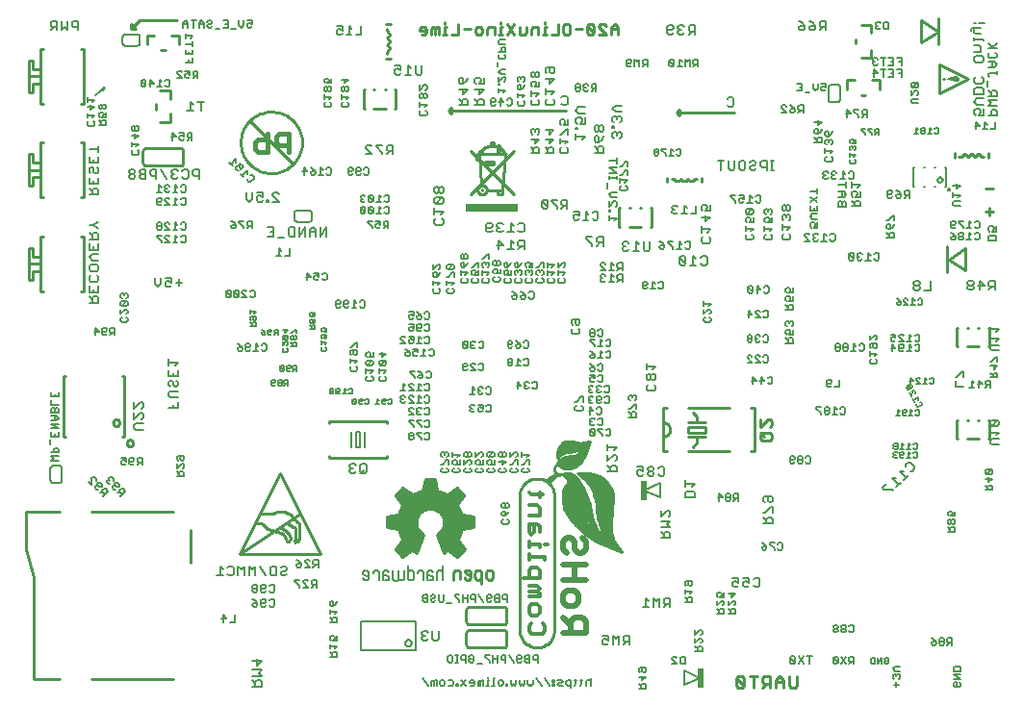
<source format=gbr>
G75*
G70*
%OFA0B0*%
%FSLAX24Y24*%
%IPPOS*%
%LPD*%
%AMOC8*
5,1,8,0,0,1.08239X$1,22.5*
%
%ADD10C,0.0080*%
%ADD11C,0.0100*%
%ADD12C,0.0060*%
%ADD13C,0.0050*%
%ADD14C,0.0090*%
%ADD15C,0.0070*%
%ADD16C,0.0160*%
%ADD17R,0.1800X0.0300*%
%ADD18C,0.0200*%
%ADD19C,0.0140*%
%ADD20R,0.0197X0.0709*%
%ADD21C,0.0079*%
D10*
X013294Y009822D02*
X013615Y009822D01*
X013615Y009982D01*
X013561Y010035D01*
X013454Y010035D01*
X013401Y009982D01*
X013401Y009822D01*
X013401Y009928D02*
X013294Y010035D01*
X013294Y010190D02*
X013615Y010190D01*
X013508Y010297D01*
X013615Y010403D01*
X013294Y010403D01*
X013454Y010558D02*
X013454Y010772D01*
X013294Y010718D02*
X013615Y010718D01*
X013454Y010558D01*
X013387Y013672D02*
X013387Y013992D01*
X013280Y013885D01*
X013173Y013992D01*
X013173Y013672D01*
X013018Y013672D02*
X013018Y013992D01*
X012912Y013885D01*
X012805Y013992D01*
X012805Y013672D01*
X012650Y013725D02*
X012597Y013672D01*
X012490Y013672D01*
X012436Y013725D01*
X012282Y013672D02*
X012068Y013672D01*
X012175Y013672D02*
X012175Y013992D01*
X012282Y013885D01*
X012436Y013939D02*
X012490Y013992D01*
X012597Y013992D01*
X012650Y013939D01*
X012650Y013725D01*
X013541Y013992D02*
X013755Y013672D01*
X013910Y013725D02*
X013963Y013672D01*
X014123Y013672D01*
X014123Y013992D01*
X013963Y013992D01*
X013910Y013939D01*
X013910Y013725D01*
X014278Y013725D02*
X014331Y013672D01*
X014438Y013672D01*
X014492Y013725D01*
X014438Y013832D02*
X014331Y013832D01*
X014278Y013778D01*
X014278Y013725D01*
X014438Y013832D02*
X014492Y013885D01*
X014492Y013939D01*
X014438Y013992D01*
X014331Y013992D01*
X014278Y013939D01*
X017059Y012080D02*
X018949Y012080D01*
X018949Y011084D01*
X017059Y011084D01*
X017059Y012080D01*
X019169Y011689D02*
X019169Y011635D01*
X019223Y011582D01*
X019169Y011528D01*
X019169Y011475D01*
X019223Y011422D01*
X019329Y011422D01*
X019383Y011475D01*
X019276Y011582D02*
X019223Y011582D01*
X019169Y011689D02*
X019223Y011742D01*
X019329Y011742D01*
X019383Y011689D01*
X019537Y011742D02*
X019537Y011475D01*
X019591Y011422D01*
X019698Y011422D01*
X019751Y011475D01*
X019751Y011742D01*
X025414Y011592D02*
X025628Y011592D01*
X025628Y011432D01*
X025521Y011485D01*
X025468Y011485D01*
X025414Y011432D01*
X025414Y011325D01*
X025468Y011272D01*
X025574Y011272D01*
X025628Y011325D01*
X025783Y011272D02*
X025783Y011592D01*
X025889Y011485D01*
X025996Y011592D01*
X025996Y011272D01*
X026151Y011272D02*
X026258Y011378D01*
X026204Y011378D02*
X026364Y011378D01*
X026364Y011272D02*
X026364Y011592D01*
X026204Y011592D01*
X026151Y011539D01*
X026151Y011432D01*
X026204Y011378D01*
X026814Y012572D02*
X027028Y012572D01*
X026921Y012572D02*
X026921Y012892D01*
X027028Y012785D01*
X027183Y012892D02*
X027183Y012572D01*
X027396Y012572D02*
X027396Y012892D01*
X027289Y012785D01*
X027183Y012892D01*
X027551Y012839D02*
X027551Y012732D01*
X027604Y012678D01*
X027764Y012678D01*
X027764Y012572D02*
X027764Y012892D01*
X027604Y012892D01*
X027551Y012839D01*
X027658Y012678D02*
X027551Y012572D01*
X029919Y013325D02*
X029973Y013272D01*
X030079Y013272D01*
X030133Y013325D01*
X030133Y013432D02*
X030026Y013485D01*
X029973Y013485D01*
X029919Y013432D01*
X029919Y013325D01*
X030133Y013432D02*
X030133Y013592D01*
X029919Y013592D01*
X030287Y013592D02*
X030501Y013592D01*
X030501Y013432D01*
X030394Y013485D01*
X030341Y013485D01*
X030287Y013432D01*
X030287Y013325D01*
X030341Y013272D01*
X030448Y013272D01*
X030501Y013325D01*
X030656Y013325D02*
X030709Y013272D01*
X030816Y013272D01*
X030869Y013325D01*
X030869Y013539D01*
X030816Y013592D01*
X030709Y013592D01*
X030656Y013539D01*
X030994Y015472D02*
X031315Y015472D01*
X031315Y015632D01*
X031261Y015685D01*
X031154Y015685D01*
X031101Y015632D01*
X031101Y015472D01*
X031101Y015578D02*
X030994Y015685D01*
X030994Y015840D02*
X031048Y015840D01*
X031261Y016053D01*
X031315Y016053D01*
X031315Y015840D01*
X031261Y016208D02*
X031208Y016208D01*
X031154Y016262D01*
X031154Y016422D01*
X031048Y016422D02*
X031261Y016422D01*
X031315Y016368D01*
X031315Y016262D01*
X031261Y016208D01*
X031048Y016208D02*
X030994Y016262D01*
X030994Y016368D01*
X031048Y016422D01*
X028615Y016385D02*
X028615Y016545D01*
X028561Y016599D01*
X028348Y016599D01*
X028294Y016545D01*
X028294Y016385D01*
X028615Y016385D01*
X028508Y016753D02*
X028615Y016860D01*
X028294Y016860D01*
X028294Y016753D02*
X028294Y016967D01*
X027569Y017175D02*
X027516Y017122D01*
X027409Y017122D01*
X027356Y017175D01*
X027201Y017175D02*
X027201Y017228D01*
X027148Y017282D01*
X027041Y017282D01*
X026987Y017228D01*
X026987Y017175D01*
X027041Y017122D01*
X027148Y017122D01*
X027201Y017175D01*
X027148Y017282D02*
X027201Y017335D01*
X027201Y017389D01*
X027148Y017442D01*
X027041Y017442D01*
X026987Y017389D01*
X026987Y017335D01*
X027041Y017282D01*
X026833Y017282D02*
X026726Y017335D01*
X026673Y017335D01*
X026619Y017282D01*
X026619Y017175D01*
X026673Y017122D01*
X026779Y017122D01*
X026833Y017175D01*
X026833Y017282D02*
X026833Y017442D01*
X026619Y017442D01*
X025915Y017432D02*
X025915Y017272D01*
X025594Y017272D01*
X025701Y017272D02*
X025701Y017432D01*
X025754Y017485D01*
X025861Y017485D01*
X025915Y017432D01*
X025861Y017640D02*
X025915Y017693D01*
X025915Y017800D01*
X025861Y017853D01*
X025808Y017853D01*
X025594Y017640D01*
X025594Y017853D01*
X025594Y018008D02*
X025594Y018222D01*
X025594Y018115D02*
X025915Y018115D01*
X025808Y018008D01*
X025594Y017485D02*
X025701Y017378D01*
X027356Y017389D02*
X027409Y017442D01*
X027516Y017442D01*
X027569Y017389D01*
X027569Y017175D01*
X027658Y015922D02*
X027711Y015922D01*
X027765Y015868D01*
X027765Y015762D01*
X027711Y015708D01*
X027765Y015553D02*
X027444Y015553D01*
X027444Y015708D02*
X027658Y015922D01*
X027444Y015922D02*
X027444Y015708D01*
X027658Y015447D02*
X027765Y015553D01*
X027658Y015447D02*
X027765Y015340D01*
X027444Y015340D01*
X027444Y015185D02*
X027551Y015078D01*
X027551Y015132D02*
X027551Y014972D01*
X027444Y014972D02*
X027765Y014972D01*
X027765Y015132D01*
X027711Y015185D01*
X027604Y015185D01*
X027551Y015132D01*
X027211Y020072D02*
X026998Y020072D01*
X026944Y020125D01*
X026944Y020232D01*
X026998Y020285D01*
X026998Y020440D02*
X027051Y020440D01*
X027104Y020493D01*
X027104Y020600D01*
X027051Y020653D01*
X026998Y020653D01*
X026944Y020600D01*
X026944Y020493D01*
X026998Y020440D01*
X027104Y020493D02*
X027158Y020440D01*
X027211Y020440D01*
X027265Y020493D01*
X027265Y020600D01*
X027211Y020653D01*
X027158Y020653D01*
X027104Y020600D01*
X027158Y020808D02*
X027265Y020915D01*
X026944Y020915D01*
X026944Y020808D02*
X026944Y021022D01*
X027211Y020285D02*
X027265Y020232D01*
X027265Y020125D01*
X027211Y020072D01*
X028143Y024422D02*
X028089Y024475D01*
X028089Y024689D01*
X028303Y024475D01*
X028249Y024422D01*
X028143Y024422D01*
X028303Y024475D02*
X028303Y024689D01*
X028249Y024742D01*
X028143Y024742D01*
X028089Y024689D01*
X028458Y024422D02*
X028671Y024422D01*
X028564Y024422D02*
X028564Y024742D01*
X028671Y024635D01*
X028826Y024689D02*
X028879Y024742D01*
X028986Y024742D01*
X029039Y024689D01*
X029039Y024475D01*
X028986Y024422D01*
X028879Y024422D01*
X028826Y024475D01*
X028898Y025197D02*
X028844Y025250D01*
X028844Y025357D01*
X028898Y025410D01*
X028844Y025565D02*
X028844Y025778D01*
X028844Y025672D02*
X029165Y025672D01*
X029058Y025565D01*
X029111Y025410D02*
X029165Y025357D01*
X029165Y025250D01*
X029111Y025197D01*
X028898Y025197D01*
X029004Y025933D02*
X029004Y026147D01*
X029004Y026302D02*
X029058Y026408D01*
X029058Y026462D01*
X029004Y026515D01*
X028898Y026515D01*
X028844Y026462D01*
X028844Y026355D01*
X028898Y026302D01*
X029004Y026302D02*
X029165Y026302D01*
X029165Y026515D01*
X029165Y026093D02*
X029004Y025933D01*
X028844Y026093D02*
X029165Y026093D01*
X029526Y027722D02*
X029526Y028042D01*
X029633Y028042D02*
X029419Y028042D01*
X029787Y028042D02*
X029787Y027775D01*
X029841Y027722D01*
X029948Y027722D01*
X030001Y027775D01*
X030001Y028042D01*
X030156Y027989D02*
X030209Y028042D01*
X030316Y028042D01*
X030369Y027989D01*
X030369Y027775D01*
X030316Y027722D01*
X030209Y027722D01*
X030156Y027775D01*
X030156Y027989D01*
X030524Y027989D02*
X030577Y028042D01*
X030684Y028042D01*
X030738Y027989D01*
X030738Y027935D01*
X030684Y027882D01*
X030577Y027882D01*
X030524Y027828D01*
X030524Y027775D01*
X030577Y027722D01*
X030684Y027722D01*
X030738Y027775D01*
X030892Y027882D02*
X030946Y027828D01*
X031106Y027828D01*
X031106Y027722D02*
X031106Y028042D01*
X030946Y028042D01*
X030892Y027989D01*
X030892Y027882D01*
X031245Y028042D02*
X031351Y028042D01*
X031298Y028042D02*
X031298Y027722D01*
X031351Y027722D02*
X031245Y027722D01*
X029911Y029922D02*
X029804Y029922D01*
X029751Y029975D01*
X029911Y029922D02*
X029964Y029975D01*
X029964Y030189D01*
X029911Y030242D01*
X029804Y030242D01*
X029751Y030189D01*
X028619Y032422D02*
X028619Y032742D01*
X028459Y032742D01*
X028406Y032689D01*
X028406Y032582D01*
X028459Y032528D01*
X028619Y032528D01*
X028513Y032528D02*
X028406Y032422D01*
X028251Y032475D02*
X028198Y032422D01*
X028091Y032422D01*
X028037Y032475D01*
X028037Y032528D01*
X028091Y032582D01*
X028144Y032582D01*
X028091Y032582D02*
X028037Y032635D01*
X028037Y032689D01*
X028091Y032742D01*
X028198Y032742D01*
X028251Y032689D01*
X027883Y032689D02*
X027883Y032635D01*
X027829Y032582D01*
X027669Y032582D01*
X027669Y032475D02*
X027669Y032689D01*
X027723Y032742D01*
X027829Y032742D01*
X027883Y032689D01*
X027883Y032475D02*
X027829Y032422D01*
X027723Y032422D01*
X027669Y032475D01*
X026090Y029956D02*
X025876Y029956D01*
X025769Y029849D01*
X025876Y029742D01*
X026090Y029742D01*
X026036Y029588D02*
X025983Y029588D01*
X025929Y029534D01*
X025876Y029588D01*
X025823Y029588D01*
X025769Y029534D01*
X025769Y029427D01*
X025823Y029374D01*
X025823Y029243D02*
X025769Y029243D01*
X025769Y029190D01*
X025823Y029190D01*
X025823Y029243D01*
X025823Y029035D02*
X025769Y028982D01*
X025769Y028875D01*
X025823Y028822D01*
X025929Y028928D02*
X025929Y028982D01*
X025876Y029035D01*
X025823Y029035D01*
X025929Y028982D02*
X025983Y029035D01*
X026036Y029035D01*
X026090Y028982D01*
X026090Y028875D01*
X026036Y028822D01*
X025465Y028903D02*
X025411Y028797D01*
X025304Y028690D01*
X025304Y028850D01*
X025251Y028903D01*
X025198Y028903D01*
X025144Y028850D01*
X025144Y028743D01*
X025198Y028690D01*
X025304Y028690D01*
X025304Y028535D02*
X025251Y028482D01*
X025251Y028322D01*
X025251Y028428D02*
X025144Y028535D01*
X025304Y028535D02*
X025411Y028535D01*
X025465Y028482D01*
X025465Y028322D01*
X025144Y028322D01*
X024708Y028772D02*
X024815Y028878D01*
X024494Y028878D01*
X024494Y028772D02*
X024494Y028985D01*
X024494Y029140D02*
X024494Y029193D01*
X024548Y029193D01*
X024548Y029140D01*
X024494Y029140D01*
X024548Y029324D02*
X024494Y029377D01*
X024494Y029484D01*
X024548Y029538D01*
X024654Y029538D01*
X024708Y029484D01*
X024708Y029431D01*
X024654Y029324D01*
X024815Y029324D01*
X024815Y029538D01*
X024815Y029692D02*
X024601Y029692D01*
X024494Y029799D01*
X024601Y029906D01*
X024815Y029906D01*
X024214Y030025D02*
X024214Y030239D01*
X024161Y030292D01*
X024054Y030292D01*
X024001Y030239D01*
X024001Y030025D02*
X024054Y029972D01*
X024161Y029972D01*
X024214Y030025D01*
X023765Y030025D02*
X023711Y029972D01*
X023498Y029972D01*
X023444Y030025D01*
X023444Y030132D01*
X023498Y030185D01*
X023444Y030340D02*
X023444Y030553D01*
X023444Y030447D02*
X023765Y030447D01*
X023658Y030340D01*
X023711Y030185D02*
X023765Y030132D01*
X023765Y030025D01*
X023604Y030708D02*
X023604Y030922D01*
X023658Y031077D02*
X023604Y031130D01*
X023604Y031290D01*
X023498Y031290D02*
X023711Y031290D01*
X023765Y031237D01*
X023765Y031130D01*
X023711Y031077D01*
X023658Y031077D01*
X023498Y031077D02*
X023444Y031130D01*
X023444Y031237D01*
X023498Y031290D01*
X023444Y030868D02*
X023765Y030868D01*
X023604Y030708D01*
X025144Y029218D02*
X025144Y029112D01*
X025198Y029058D01*
X025251Y029058D01*
X025304Y029112D01*
X025304Y029218D01*
X025251Y029272D01*
X025198Y029272D01*
X025144Y029218D01*
X025304Y029218D02*
X025358Y029272D01*
X025411Y029272D01*
X025465Y029218D01*
X025465Y029112D01*
X025411Y029058D01*
X025358Y029058D01*
X025304Y029112D01*
X025929Y029481D02*
X025929Y029534D01*
X026036Y029588D02*
X026090Y029534D01*
X026090Y029427D01*
X026036Y029374D01*
X022661Y025892D02*
X022714Y025839D01*
X022714Y025625D01*
X022661Y025572D01*
X022554Y025572D01*
X022501Y025625D01*
X022346Y025572D02*
X022133Y025572D01*
X022239Y025572D02*
X022239Y025892D01*
X022346Y025785D01*
X022501Y025839D02*
X022554Y025892D01*
X022661Y025892D01*
X021978Y025839D02*
X021924Y025892D01*
X021818Y025892D01*
X021764Y025839D01*
X021764Y025785D01*
X021818Y025732D01*
X021764Y025678D01*
X021764Y025625D01*
X021818Y025572D01*
X021924Y025572D01*
X021978Y025625D01*
X021871Y025732D02*
X021818Y025732D01*
X021609Y025785D02*
X021556Y025732D01*
X021396Y025732D01*
X021396Y025625D02*
X021396Y025839D01*
X021449Y025892D01*
X021556Y025892D01*
X021609Y025839D01*
X021609Y025785D01*
X021609Y025625D02*
X021556Y025572D01*
X021449Y025572D01*
X021396Y025625D01*
X021818Y025292D02*
X021978Y025132D01*
X021764Y025132D01*
X021818Y024972D02*
X021818Y025292D01*
X022239Y025292D02*
X022239Y024972D01*
X022133Y024972D02*
X022346Y024972D01*
X022501Y024972D02*
X022608Y025078D01*
X022554Y025078D02*
X022714Y025078D01*
X022714Y024972D02*
X022714Y025292D01*
X022554Y025292D01*
X022501Y025239D01*
X022501Y025132D01*
X022554Y025078D01*
X022346Y025185D02*
X022239Y025292D01*
X024858Y025364D02*
X025071Y025150D01*
X025071Y025097D01*
X025226Y025097D02*
X025333Y025203D01*
X025279Y025203D02*
X025439Y025203D01*
X025439Y025097D02*
X025439Y025417D01*
X025279Y025417D01*
X025226Y025364D01*
X025226Y025257D01*
X025279Y025203D01*
X025071Y025417D02*
X024858Y025417D01*
X024858Y025364D01*
X026114Y025189D02*
X026114Y025135D01*
X026168Y025082D01*
X026114Y025028D01*
X026114Y024975D01*
X026168Y024922D01*
X026274Y024922D01*
X026328Y024975D01*
X026221Y025082D02*
X026168Y025082D01*
X026114Y025189D02*
X026168Y025242D01*
X026274Y025242D01*
X026328Y025189D01*
X026589Y025242D02*
X026589Y024922D01*
X026483Y024922D02*
X026696Y024922D01*
X026851Y024975D02*
X026851Y025242D01*
X026696Y025135D02*
X026589Y025242D01*
X026851Y024975D02*
X026904Y024922D01*
X027011Y024922D01*
X027064Y024975D01*
X027064Y025242D01*
X021315Y029972D02*
X021315Y030132D01*
X021261Y030185D01*
X021154Y030185D01*
X021101Y030132D01*
X021101Y029972D01*
X021101Y030078D02*
X020994Y030185D01*
X020994Y029972D02*
X021315Y029972D01*
X021154Y030340D02*
X021154Y030553D01*
X021154Y030708D02*
X021208Y030815D01*
X021208Y030868D01*
X021154Y030922D01*
X021048Y030922D01*
X020994Y030868D01*
X020994Y030762D01*
X021048Y030708D01*
X021154Y030708D02*
X021315Y030708D01*
X021315Y030922D01*
X021315Y030500D02*
X021154Y030340D01*
X020994Y030500D02*
X021315Y030500D01*
X020765Y030500D02*
X020604Y030340D01*
X020604Y030553D01*
X020604Y030708D02*
X020604Y030868D01*
X020551Y030922D01*
X020498Y030922D01*
X020444Y030868D01*
X020444Y030762D01*
X020498Y030708D01*
X020604Y030708D01*
X020711Y030815D01*
X020765Y030922D01*
X020765Y030500D02*
X020444Y030500D01*
X020444Y030185D02*
X020551Y030078D01*
X020551Y030132D02*
X020551Y029972D01*
X020444Y029972D02*
X020765Y029972D01*
X020765Y030132D01*
X020711Y030185D01*
X020604Y030185D01*
X020551Y030132D01*
X019169Y031075D02*
X019116Y031022D01*
X019009Y031022D01*
X018956Y031075D01*
X018956Y031342D01*
X018801Y031235D02*
X018694Y031342D01*
X018694Y031022D01*
X018801Y031022D02*
X018587Y031022D01*
X018433Y031075D02*
X018379Y031022D01*
X018273Y031022D01*
X018219Y031075D01*
X018219Y031182D01*
X018273Y031235D01*
X018326Y031235D01*
X018433Y031182D01*
X018433Y031342D01*
X018219Y031342D01*
X019169Y031342D02*
X019169Y031075D01*
X018169Y028592D02*
X018009Y028592D01*
X017956Y028539D01*
X017956Y028432D01*
X018009Y028378D01*
X018169Y028378D01*
X018169Y028272D02*
X018169Y028592D01*
X018063Y028378D02*
X017956Y028272D01*
X017801Y028272D02*
X017801Y028325D01*
X017587Y028539D01*
X017587Y028592D01*
X017801Y028592D01*
X017433Y028539D02*
X017379Y028592D01*
X017273Y028592D01*
X017219Y028539D01*
X017219Y028485D01*
X017433Y028272D01*
X017219Y028272D01*
X019594Y027087D02*
X019594Y026980D01*
X019648Y026927D01*
X019701Y026927D01*
X019754Y026980D01*
X019754Y027087D01*
X019701Y027140D01*
X019648Y027140D01*
X019594Y027087D01*
X019754Y027087D02*
X019808Y027140D01*
X019861Y027140D01*
X019915Y027087D01*
X019915Y026980D01*
X019861Y026927D01*
X019808Y026927D01*
X019754Y026980D01*
X019648Y026772D02*
X019594Y026718D01*
X019594Y026612D01*
X019648Y026558D01*
X019861Y026772D01*
X019648Y026772D01*
X019861Y026772D02*
X019915Y026718D01*
X019915Y026612D01*
X019861Y026558D01*
X019648Y026558D01*
X019594Y026403D02*
X019594Y026190D01*
X019594Y026297D02*
X019915Y026297D01*
X019808Y026190D01*
X019861Y026035D02*
X019915Y025982D01*
X019915Y025875D01*
X019861Y025822D01*
X019648Y025822D01*
X019594Y025875D01*
X019594Y025982D01*
X019648Y026035D01*
X015864Y025742D02*
X015651Y025422D01*
X015651Y025742D01*
X015496Y025635D02*
X015389Y025742D01*
X015283Y025635D01*
X015283Y025422D01*
X015128Y025422D02*
X015128Y025742D01*
X014914Y025422D01*
X014914Y025742D01*
X014759Y025742D02*
X014599Y025742D01*
X014546Y025689D01*
X014546Y025475D01*
X014599Y025422D01*
X014759Y025422D01*
X014759Y025742D01*
X014391Y025368D02*
X014178Y025368D01*
X014023Y025422D02*
X013809Y025422D01*
X013916Y025582D02*
X014023Y025582D01*
X014023Y025742D02*
X014023Y025422D01*
X014023Y025742D02*
X013809Y025742D01*
X013793Y026622D02*
X013846Y026622D01*
X013846Y026675D01*
X013793Y026675D01*
X013793Y026622D01*
X013662Y026675D02*
X013609Y026622D01*
X013502Y026622D01*
X013448Y026675D01*
X013448Y026782D01*
X013502Y026835D01*
X013555Y026835D01*
X013662Y026782D01*
X013662Y026942D01*
X013448Y026942D01*
X013294Y026942D02*
X013294Y026728D01*
X013187Y026622D01*
X013080Y026728D01*
X013080Y026942D01*
X014001Y026889D02*
X014054Y026942D01*
X014161Y026942D01*
X014214Y026889D01*
X014001Y026889D02*
X014001Y026835D01*
X014214Y026622D01*
X014001Y026622D01*
X015283Y025582D02*
X015496Y025582D01*
X015496Y025635D02*
X015496Y025422D01*
X015864Y025422D02*
X015864Y025742D01*
X011443Y027422D02*
X011443Y027742D01*
X011282Y027742D01*
X011229Y027689D01*
X011229Y027582D01*
X011282Y027528D01*
X011443Y027528D01*
X011074Y027475D02*
X011021Y027422D01*
X010914Y027422D01*
X010861Y027475D01*
X010706Y027475D02*
X010653Y027422D01*
X010546Y027422D01*
X010492Y027475D01*
X010492Y027528D01*
X010546Y027582D01*
X010599Y027582D01*
X010546Y027582D02*
X010492Y027635D01*
X010492Y027689D01*
X010546Y027742D01*
X010653Y027742D01*
X010706Y027689D01*
X010861Y027689D02*
X010914Y027742D01*
X011021Y027742D01*
X011074Y027689D01*
X011074Y027475D01*
X010338Y027422D02*
X010124Y027742D01*
X009969Y027742D02*
X009809Y027742D01*
X009756Y027689D01*
X009756Y027582D01*
X009809Y027528D01*
X009969Y027528D01*
X009969Y027422D02*
X009969Y027742D01*
X009601Y027742D02*
X009441Y027742D01*
X009387Y027689D01*
X009387Y027635D01*
X009441Y027582D01*
X009601Y027582D01*
X009601Y027422D02*
X009601Y027742D01*
X009441Y027582D02*
X009387Y027528D01*
X009387Y027475D01*
X009441Y027422D01*
X009601Y027422D01*
X009233Y027475D02*
X009233Y027528D01*
X009179Y027582D01*
X009073Y027582D01*
X009019Y027528D01*
X009019Y027475D01*
X009073Y027422D01*
X009179Y027422D01*
X009233Y027475D01*
X009179Y027582D02*
X009233Y027635D01*
X009233Y027689D01*
X009179Y027742D01*
X009073Y027742D01*
X009019Y027689D01*
X009019Y027635D01*
X009073Y027582D01*
X007965Y027662D02*
X007911Y027608D01*
X007858Y027608D01*
X007804Y027662D01*
X007804Y027768D01*
X007751Y027822D01*
X007698Y027822D01*
X007644Y027768D01*
X007644Y027662D01*
X007698Y027608D01*
X007644Y027453D02*
X007644Y027240D01*
X007965Y027240D01*
X007965Y027453D01*
X007804Y027347D02*
X007804Y027240D01*
X007804Y027085D02*
X007751Y027032D01*
X007751Y026872D01*
X007751Y026978D02*
X007644Y027085D01*
X007804Y027085D02*
X007911Y027085D01*
X007965Y027032D01*
X007965Y026872D01*
X007644Y026872D01*
X007965Y027662D02*
X007965Y027768D01*
X007911Y027822D01*
X007965Y027977D02*
X007644Y027977D01*
X007644Y028190D01*
X007804Y028083D02*
X007804Y027977D01*
X007965Y027977D02*
X007965Y028190D01*
X007965Y028345D02*
X007965Y028558D01*
X007965Y028452D02*
X007644Y028452D01*
X007854Y030332D02*
X008204Y030582D01*
X008124Y030482D01*
X008074Y030552D02*
X008204Y030582D01*
X007264Y032572D02*
X007264Y032892D01*
X007104Y032892D01*
X007051Y032839D01*
X007051Y032732D01*
X007104Y032678D01*
X007264Y032678D01*
X006896Y032572D02*
X006789Y032678D01*
X006683Y032572D01*
X006683Y032892D01*
X006528Y032892D02*
X006368Y032892D01*
X006314Y032839D01*
X006314Y032732D01*
X006368Y032678D01*
X006528Y032678D01*
X006528Y032572D02*
X006528Y032892D01*
X006421Y032678D02*
X006314Y032572D01*
X006896Y032572D02*
X006896Y032892D01*
X011139Y030092D02*
X011139Y029772D01*
X011033Y029772D02*
X011246Y029772D01*
X011246Y029985D02*
X011139Y030092D01*
X011401Y030092D02*
X011614Y030092D01*
X011508Y030092D02*
X011508Y029772D01*
X007965Y025913D02*
X007911Y025913D01*
X007804Y025807D01*
X007644Y025807D01*
X007804Y025807D02*
X007911Y025700D01*
X007965Y025700D01*
X007911Y025545D02*
X007804Y025545D01*
X007751Y025492D01*
X007751Y025331D01*
X007644Y025331D02*
X007965Y025331D01*
X007965Y025492D01*
X007911Y025545D01*
X007751Y025438D02*
X007644Y025545D01*
X007644Y025177D02*
X007644Y024963D01*
X007965Y024963D01*
X007965Y025177D01*
X007804Y025070D02*
X007804Y024963D01*
X007751Y024808D02*
X007644Y024702D01*
X007751Y024595D01*
X007965Y024595D01*
X007911Y024440D02*
X007698Y024440D01*
X007644Y024387D01*
X007644Y024280D01*
X007698Y024227D01*
X007911Y024227D01*
X007965Y024280D01*
X007965Y024387D01*
X007911Y024440D01*
X007911Y024072D02*
X007965Y024018D01*
X007965Y023912D01*
X007911Y023858D01*
X007698Y023858D01*
X007644Y023912D01*
X007644Y024018D01*
X007698Y024072D01*
X007644Y023703D02*
X007644Y023490D01*
X007965Y023490D01*
X007965Y023703D01*
X007804Y023597D02*
X007804Y023490D01*
X007804Y023335D02*
X007751Y023282D01*
X007751Y023122D01*
X007751Y023228D02*
X007644Y023335D01*
X007804Y023335D02*
X007911Y023335D01*
X007965Y023282D01*
X007965Y023122D01*
X007644Y023122D01*
X007751Y024808D02*
X007965Y024808D01*
X009914Y023992D02*
X009914Y023778D01*
X010021Y023672D01*
X010128Y023778D01*
X010128Y023992D01*
X010283Y023992D02*
X010496Y023992D01*
X010496Y023832D01*
X010389Y023885D01*
X010336Y023885D01*
X010283Y023832D01*
X010283Y023725D01*
X010336Y023672D01*
X010443Y023672D01*
X010496Y023725D01*
X010651Y023832D02*
X010864Y023832D01*
X010758Y023939D02*
X010758Y023725D01*
X010394Y021167D02*
X010394Y020953D01*
X010394Y021060D02*
X010715Y021060D01*
X010608Y020953D01*
X010715Y020799D02*
X010715Y020585D01*
X010394Y020585D01*
X010394Y020799D01*
X010554Y020692D02*
X010554Y020585D01*
X010501Y020430D02*
X010448Y020430D01*
X010394Y020377D01*
X010394Y020270D01*
X010448Y020217D01*
X010554Y020270D02*
X010554Y020377D01*
X010501Y020430D01*
X010661Y020430D02*
X010715Y020377D01*
X010715Y020270D01*
X010661Y020217D01*
X010608Y020217D01*
X010554Y020270D01*
X010448Y020062D02*
X010394Y020009D01*
X010394Y019902D01*
X010448Y019848D01*
X010715Y019848D01*
X010715Y019694D02*
X010715Y019480D01*
X010394Y019480D01*
X010554Y019480D02*
X010554Y019587D01*
X010448Y020062D02*
X010715Y020062D01*
X009515Y019618D02*
X009515Y019512D01*
X009461Y019458D01*
X009461Y019303D02*
X009515Y019250D01*
X009515Y019143D01*
X009461Y019090D01*
X009515Y018935D02*
X009248Y018935D01*
X009194Y018882D01*
X009194Y018775D01*
X009248Y018722D01*
X009515Y018722D01*
X009194Y019090D02*
X009408Y019303D01*
X009461Y019303D01*
X009194Y019303D02*
X009194Y019090D01*
X009194Y019458D02*
X009408Y019672D01*
X009461Y019672D01*
X009515Y019618D01*
X009194Y019672D02*
X009194Y019458D01*
X016728Y018657D02*
X016728Y018382D01*
X016728Y018106D01*
X016876Y018106D02*
X016876Y018657D01*
X017033Y018657D01*
X017033Y018106D01*
X016876Y018106D01*
X017181Y018106D02*
X017181Y018382D01*
X017181Y018657D01*
X017198Y017542D02*
X017091Y017542D01*
X017037Y017489D01*
X017037Y017275D01*
X017091Y017222D01*
X017198Y017222D01*
X017251Y017275D01*
X017251Y017489D01*
X017198Y017542D01*
X017144Y017328D02*
X017037Y017222D01*
X016883Y017275D02*
X016829Y017222D01*
X016723Y017222D01*
X016669Y017275D01*
X016669Y017328D01*
X016723Y017382D01*
X016776Y017382D01*
X016723Y017382D02*
X016669Y017435D01*
X016669Y017489D01*
X016723Y017542D01*
X016829Y017542D01*
X016883Y017489D01*
X032214Y032625D02*
X032268Y032572D01*
X032374Y032572D01*
X032428Y032625D01*
X032428Y032732D01*
X032268Y032732D01*
X032214Y032678D01*
X032214Y032625D01*
X032321Y032839D02*
X032428Y032732D01*
X032321Y032839D02*
X032214Y032892D01*
X032583Y032892D02*
X032689Y032839D01*
X032796Y032732D01*
X032636Y032732D01*
X032583Y032678D01*
X032583Y032625D01*
X032636Y032572D01*
X032743Y032572D01*
X032796Y032625D01*
X032796Y032732D01*
X032951Y032732D02*
X033004Y032678D01*
X033164Y032678D01*
X033164Y032572D02*
X033164Y032892D01*
X033004Y032892D01*
X032951Y032839D01*
X032951Y032732D01*
X033058Y032678D02*
X032951Y032572D01*
X036194Y027801D02*
X036232Y027801D01*
X036194Y027801D02*
X036194Y027163D01*
X036232Y027163D01*
X036549Y027163D02*
X036586Y027163D01*
X036923Y027163D02*
X036960Y027163D01*
X037031Y027383D02*
X037033Y027402D01*
X037039Y027420D01*
X037049Y027436D01*
X037062Y027450D01*
X037078Y027461D01*
X037095Y027468D01*
X037114Y027471D01*
X037133Y027470D01*
X037152Y027465D01*
X037168Y027456D01*
X037183Y027444D01*
X037194Y027428D01*
X037202Y027411D01*
X037206Y027393D01*
X037206Y027373D01*
X037202Y027355D01*
X037194Y027338D01*
X037183Y027322D01*
X037168Y027310D01*
X037152Y027301D01*
X037133Y027296D01*
X037114Y027295D01*
X037095Y027298D01*
X037078Y027305D01*
X037062Y027316D01*
X037049Y027330D01*
X037039Y027346D01*
X037033Y027364D01*
X037031Y027383D01*
X037277Y027163D02*
X037314Y027163D01*
X037314Y027801D01*
X037277Y027801D01*
X036960Y027800D02*
X036923Y027800D01*
X036586Y027800D02*
X036549Y027800D01*
X037377Y027060D02*
X037379Y027073D01*
X037385Y027084D01*
X037395Y027093D01*
X037406Y027098D01*
X037419Y027099D01*
X037432Y027096D01*
X037442Y027089D01*
X037450Y027079D01*
X037454Y027066D01*
X037454Y027054D01*
X037450Y027041D01*
X037442Y027031D01*
X037432Y027024D01*
X037419Y027021D01*
X037406Y027022D01*
X037395Y027027D01*
X037385Y027036D01*
X037379Y027047D01*
X037377Y027060D01*
X038348Y029622D02*
X038294Y029675D01*
X038294Y029782D01*
X038348Y029835D01*
X038454Y029835D01*
X038508Y029782D01*
X038508Y029728D01*
X038454Y029622D01*
X038615Y029622D01*
X038615Y029835D01*
X038615Y029990D02*
X038401Y029990D01*
X038294Y030097D01*
X038401Y030203D01*
X038615Y030203D01*
X038615Y030358D02*
X038615Y030518D01*
X038561Y030572D01*
X038348Y030572D01*
X038294Y030518D01*
X038294Y030358D01*
X038615Y030358D01*
X038561Y030727D02*
X038348Y030727D01*
X038294Y030780D01*
X038294Y030887D01*
X038348Y030940D01*
X038561Y030940D02*
X038615Y030887D01*
X038615Y030780D01*
X038561Y030727D01*
X038561Y031463D02*
X038348Y031463D01*
X038294Y031517D01*
X038294Y031623D01*
X038348Y031677D01*
X038561Y031677D01*
X038615Y031623D01*
X038615Y031517D01*
X038561Y031463D01*
X038508Y031831D02*
X038508Y031992D01*
X038454Y032045D01*
X038294Y032045D01*
X038294Y032200D02*
X038294Y032307D01*
X038294Y032253D02*
X038615Y032253D01*
X038615Y032200D01*
X038508Y032445D02*
X038348Y032445D01*
X038294Y032499D01*
X038294Y032659D01*
X038241Y032659D02*
X038188Y032605D01*
X038188Y032552D01*
X038241Y032659D02*
X038508Y032659D01*
X038454Y032814D02*
X038668Y032814D01*
X038348Y032814D02*
X038294Y032814D01*
X038294Y031831D02*
X038508Y031831D01*
X038486Y023892D02*
X038646Y023732D01*
X038433Y023732D01*
X038278Y023785D02*
X038224Y023732D01*
X038118Y023732D01*
X038064Y023678D01*
X038064Y023625D01*
X038118Y023572D01*
X038224Y023572D01*
X038278Y023625D01*
X038278Y023678D01*
X038224Y023732D01*
X038278Y023785D02*
X038278Y023839D01*
X038224Y023892D01*
X038118Y023892D01*
X038064Y023839D01*
X038064Y023785D01*
X038118Y023732D01*
X038486Y023572D02*
X038486Y023892D01*
X038801Y023839D02*
X038801Y023732D01*
X038854Y023678D01*
X039014Y023678D01*
X039014Y023572D02*
X039014Y023892D01*
X038854Y023892D01*
X038801Y023839D01*
X038908Y023678D02*
X038801Y023572D01*
X036784Y023562D02*
X036571Y023562D01*
X036416Y023615D02*
X036416Y023668D01*
X036363Y023722D01*
X036256Y023722D01*
X036203Y023668D01*
X036203Y023615D01*
X036256Y023562D01*
X036363Y023562D01*
X036416Y023615D01*
X036363Y023722D02*
X036416Y023775D01*
X036416Y023829D01*
X036363Y023882D01*
X036256Y023882D01*
X036203Y023829D01*
X036203Y023775D01*
X036256Y023722D01*
X036784Y023882D02*
X036784Y023562D01*
X036080Y017595D02*
X036231Y017444D01*
X036231Y017369D01*
X036155Y017293D01*
X036080Y017293D01*
X036008Y017146D02*
X035857Y016995D01*
X035933Y017071D02*
X035706Y017297D01*
X035857Y017297D01*
X035929Y017444D02*
X035929Y017520D01*
X036004Y017595D01*
X036080Y017595D01*
X035597Y017037D02*
X035446Y017037D01*
X035672Y016810D01*
X035597Y016735D02*
X035748Y016886D01*
X035487Y016625D02*
X035450Y016663D01*
X035148Y016663D01*
X035110Y016701D01*
X035261Y016852D01*
D11*
X006631Y010087D02*
X005726Y010087D01*
X005726Y013630D01*
X005450Y014575D01*
X005450Y015874D01*
X006631Y015874D01*
X007733Y015874D02*
X010568Y015874D01*
X011159Y015244D02*
X011159Y014103D01*
X012854Y014432D02*
X014954Y015807D01*
X014730Y015657D02*
X014750Y015627D01*
X014772Y015600D01*
X014798Y015574D01*
X014825Y015552D01*
X014855Y015532D01*
X014873Y015521D01*
X014890Y015506D01*
X014904Y015489D01*
X014915Y015470D01*
X014923Y015450D01*
X014928Y015429D01*
X014930Y015407D01*
X014929Y015407D02*
X014929Y014982D01*
X014804Y014932D02*
X014779Y014932D01*
X014779Y015332D01*
X014929Y014982D02*
X014927Y014959D01*
X014922Y014936D01*
X014913Y014914D01*
X014900Y014894D01*
X014885Y014876D01*
X014867Y014861D01*
X014847Y014848D01*
X014825Y014839D01*
X014802Y014834D01*
X014779Y014832D01*
X014769Y014834D01*
X014761Y014839D01*
X014756Y014847D01*
X014754Y014857D01*
X014754Y014907D01*
X014756Y014917D01*
X014761Y014925D01*
X014769Y014930D01*
X014779Y014932D01*
X014804Y014932D02*
X014817Y014930D01*
X014829Y014925D01*
X014839Y014917D01*
X014847Y014907D01*
X014852Y014895D01*
X014854Y014882D01*
X014554Y014857D02*
X014494Y014857D01*
X014554Y014857D02*
X014571Y014865D01*
X014585Y014876D01*
X014596Y014890D01*
X014604Y014907D01*
X014604Y014906D02*
X014612Y014926D01*
X014617Y014947D01*
X014619Y014969D01*
X014617Y014991D01*
X014612Y015012D01*
X014604Y015032D01*
X014729Y015657D02*
X014702Y015692D01*
X014673Y015725D01*
X014641Y015755D01*
X014607Y015783D01*
X014571Y015808D01*
X014532Y015830D01*
X014492Y015848D01*
X014451Y015864D01*
X014408Y015875D01*
X014365Y015883D01*
X014321Y015888D01*
X014277Y015889D01*
X014233Y015886D01*
X014189Y015880D01*
X014146Y015870D01*
X014104Y015856D01*
X014019Y015832D02*
X013554Y015832D01*
X014254Y017232D01*
X015654Y014432D01*
X012854Y014432D01*
X013379Y015482D01*
X013504Y015482D01*
X013379Y015482D02*
X013554Y015832D01*
X014019Y015832D02*
X014037Y015831D01*
X014055Y015833D01*
X014072Y015839D01*
X014089Y015846D01*
X014104Y015857D01*
X013705Y015406D02*
X013733Y015375D01*
X013764Y015347D01*
X013797Y015321D01*
X013832Y015298D01*
X013869Y015278D01*
X013908Y015261D01*
X013947Y015248D01*
X013988Y015238D01*
X014030Y015231D01*
X014254Y015157D02*
X014288Y015143D01*
X014320Y015126D01*
X014349Y015105D01*
X014377Y015081D01*
X014401Y015055D01*
X014423Y015026D01*
X014441Y014995D01*
X014456Y014962D01*
X014468Y014928D01*
X014476Y014893D01*
X014479Y014857D01*
X014605Y015032D02*
X014584Y015072D01*
X014560Y015111D01*
X014533Y015147D01*
X014503Y015181D01*
X014470Y015212D01*
X014434Y015240D01*
X014397Y015265D01*
X014357Y015287D01*
X014316Y015306D01*
X014273Y015321D01*
X014229Y015332D01*
X014505Y015506D02*
X014527Y015476D01*
X014552Y015448D01*
X014579Y015423D01*
X014608Y015400D01*
X014640Y015380D01*
X014673Y015363D01*
X014707Y015349D01*
X014743Y015339D01*
X014780Y015331D01*
X013704Y015407D02*
X013684Y015426D01*
X013662Y015443D01*
X013638Y015457D01*
X013613Y015468D01*
X013586Y015476D01*
X013559Y015481D01*
X013532Y015483D01*
X013504Y015482D01*
X014079Y015207D02*
X014138Y015192D01*
X014196Y015176D01*
X014254Y015157D01*
X015970Y017752D02*
X015970Y017811D01*
X015970Y017752D02*
X017939Y017752D01*
X017939Y017811D01*
X017939Y018953D02*
X017939Y019012D01*
X015970Y019012D01*
X015970Y018953D01*
X018254Y016462D02*
X018504Y016712D01*
X018864Y016472D01*
X019194Y016612D01*
X019274Y017032D01*
X019624Y017032D01*
X019704Y016612D01*
X020044Y016472D01*
X020394Y016712D01*
X020634Y016462D01*
X020404Y016122D01*
X020544Y015772D01*
X020954Y015702D01*
X020954Y015342D01*
X020554Y015272D01*
X020414Y014912D01*
X020644Y014582D01*
X020384Y014332D01*
X020064Y014552D01*
X019924Y014462D01*
X019674Y015092D01*
X019754Y015082D02*
X019954Y015322D01*
X020004Y015632D01*
X019844Y015912D01*
X019514Y016072D01*
X019204Y016012D01*
X019014Y015852D01*
X018924Y015602D01*
X018924Y015402D01*
X019064Y015132D01*
X019154Y015072D01*
X018954Y014552D01*
X018834Y014612D01*
X018534Y014422D01*
X018504Y014402D01*
X018324Y014602D01*
X018554Y014932D01*
X018384Y015312D01*
X017994Y015392D01*
X017994Y015672D01*
X018414Y015762D01*
X018554Y016152D01*
X018314Y016462D01*
X018494Y016652D01*
X018864Y016392D01*
X019234Y016582D01*
X019324Y017002D01*
X019584Y016992D01*
X019664Y016592D01*
X019994Y016432D01*
X020054Y016392D01*
X020274Y016562D01*
X020384Y016662D01*
X020414Y016652D01*
X020574Y016472D01*
X020344Y016122D01*
X020484Y015742D01*
X020884Y015652D01*
X020884Y015382D01*
X020534Y015302D01*
X020364Y014922D01*
X020574Y014572D01*
X020384Y014412D01*
X020074Y014612D01*
X019964Y014542D01*
X019754Y015082D01*
X019768Y015098D02*
X020443Y015098D01*
X020399Y015000D02*
X019786Y015000D01*
X019825Y014901D02*
X020377Y014901D01*
X020436Y014802D02*
X019863Y014802D01*
X019901Y014704D02*
X020495Y014704D01*
X020554Y014605D02*
X020084Y014605D01*
X020064Y014605D02*
X019940Y014605D01*
X020237Y014507D02*
X020497Y014507D01*
X020487Y015197D02*
X019850Y015197D01*
X019932Y015295D02*
X020531Y015295D01*
X020884Y015394D02*
X019966Y015394D01*
X019982Y015492D02*
X020884Y015492D01*
X020884Y015591D02*
X019998Y015591D01*
X019971Y015689D02*
X020717Y015689D01*
X020467Y015788D02*
X019915Y015788D01*
X019859Y015886D02*
X020431Y015886D01*
X020395Y015985D02*
X019693Y015985D01*
X019173Y015985D02*
X018494Y015985D01*
X018459Y015886D02*
X019056Y015886D01*
X018991Y015788D02*
X018424Y015788D01*
X018354Y015782D02*
X017944Y015702D01*
X017944Y015342D01*
X018344Y015272D01*
X018484Y014912D01*
X018254Y014582D01*
X018504Y014332D01*
X018824Y014552D01*
X018974Y014462D01*
X019224Y015092D01*
X019115Y015098D02*
X018480Y015098D01*
X018524Y015000D02*
X019127Y015000D01*
X019089Y014901D02*
X018533Y014901D01*
X018464Y014802D02*
X019051Y014802D01*
X019013Y014704D02*
X018396Y014704D01*
X018327Y014605D02*
X018824Y014605D01*
X018847Y014605D02*
X018975Y014605D01*
X018669Y014507D02*
X018410Y014507D01*
X018498Y014408D02*
X018514Y014408D01*
X018436Y015197D02*
X019031Y015197D01*
X018980Y015295D02*
X018392Y015295D01*
X017994Y015394D02*
X018928Y015394D01*
X018924Y015492D02*
X017994Y015492D01*
X017994Y015591D02*
X018924Y015591D01*
X018956Y015689D02*
X018077Y015689D01*
X018354Y015782D02*
X018494Y016122D01*
X018254Y016462D01*
X018329Y016478D02*
X018742Y016478D01*
X018602Y016576D02*
X018423Y016576D01*
X018378Y016379D02*
X020514Y016379D01*
X020569Y016478D02*
X020166Y016478D01*
X020290Y016576D02*
X020481Y016576D01*
X020449Y016281D02*
X018455Y016281D01*
X018531Y016182D02*
X020384Y016182D01*
X020358Y016084D02*
X018530Y016084D01*
X019032Y016478D02*
X019899Y016478D01*
X019696Y016576D02*
X019224Y016576D01*
X019254Y016675D02*
X019648Y016675D01*
X019628Y016773D02*
X019275Y016773D01*
X019296Y016872D02*
X019608Y016872D01*
X019589Y016970D02*
X019318Y016970D01*
X019224Y015091D02*
X019186Y015113D01*
X019151Y015139D01*
X019119Y015169D01*
X019089Y015200D01*
X019062Y015235D01*
X019038Y015272D01*
X019018Y015311D01*
X019002Y015351D01*
X018989Y015393D01*
X018980Y015436D01*
X018975Y015479D01*
X018974Y015523D01*
X018977Y015566D01*
X018984Y015610D01*
X018995Y015652D01*
X019009Y015693D01*
X019028Y015733D01*
X019050Y015771D01*
X019075Y015806D01*
X019103Y015840D01*
X019134Y015870D01*
X019168Y015898D01*
X019205Y015922D01*
X019243Y015943D01*
X019283Y015960D01*
X019324Y015974D01*
X019367Y015984D01*
X019410Y015990D01*
X019454Y015992D01*
X019498Y015990D01*
X019541Y015984D01*
X019584Y015974D01*
X019625Y015960D01*
X019665Y015943D01*
X019703Y015922D01*
X019740Y015898D01*
X019774Y015870D01*
X019805Y015840D01*
X019833Y015806D01*
X019858Y015771D01*
X019880Y015733D01*
X019899Y015693D01*
X019913Y015652D01*
X019924Y015610D01*
X019931Y015566D01*
X019934Y015523D01*
X019933Y015479D01*
X019928Y015436D01*
X019919Y015393D01*
X019906Y015351D01*
X019890Y015311D01*
X019870Y015272D01*
X019846Y015235D01*
X019819Y015200D01*
X019789Y015169D01*
X019757Y015139D01*
X019722Y015113D01*
X019684Y015091D01*
X020295Y013832D02*
X020294Y013831D01*
X020264Y013760D02*
X020264Y013523D01*
X020494Y013563D02*
X020494Y013760D01*
X020465Y013831D02*
X020464Y013832D01*
X020393Y013862D02*
X020366Y013862D01*
X020346Y013860D01*
X020328Y013854D01*
X020310Y013845D01*
X020295Y013833D01*
X020293Y013831D02*
X020281Y013816D01*
X020272Y013798D01*
X020266Y013780D01*
X020264Y013760D01*
X020393Y013862D02*
X020413Y013860D01*
X020431Y013854D01*
X020449Y013845D01*
X020464Y013833D01*
X020465Y013831D02*
X020477Y013816D01*
X020486Y013798D01*
X020492Y013780D01*
X020494Y013760D01*
X020644Y013772D02*
X020856Y013642D01*
X020864Y013623D02*
X020864Y013760D01*
X020835Y013831D02*
X020834Y013832D01*
X020763Y013862D02*
X020736Y013862D01*
X020665Y013832D02*
X020664Y013831D01*
X020663Y013831D02*
X020655Y013820D01*
X020649Y013807D01*
X020645Y013794D01*
X020644Y013780D01*
X020665Y013833D02*
X020680Y013845D01*
X020698Y013854D01*
X020716Y013860D01*
X020736Y013862D01*
X020763Y013862D02*
X020783Y013860D01*
X020801Y013854D01*
X020819Y013845D01*
X020834Y013833D01*
X020835Y013831D02*
X020847Y013816D01*
X020856Y013798D01*
X020862Y013780D01*
X020864Y013760D01*
X021004Y013760D02*
X021004Y013623D01*
X021034Y013552D02*
X021035Y013551D01*
X021106Y013522D02*
X021133Y013522D01*
X021204Y013551D02*
X021205Y013552D01*
X021234Y013623D02*
X021234Y013760D01*
X021234Y013762D02*
X021234Y013382D01*
X021424Y013552D02*
X021425Y013551D01*
X021496Y013522D02*
X021523Y013522D01*
X021594Y013551D02*
X021595Y013552D01*
X021624Y013623D02*
X021624Y013760D01*
X021595Y013831D02*
X021594Y013832D01*
X021523Y013862D02*
X021496Y013862D01*
X021425Y013832D02*
X021424Y013831D01*
X021394Y013760D02*
X021394Y013623D01*
X021396Y013603D01*
X021402Y013585D01*
X021411Y013567D01*
X021423Y013552D01*
X021425Y013551D02*
X021440Y013539D01*
X021458Y013530D01*
X021476Y013524D01*
X021496Y013522D01*
X021523Y013522D02*
X021543Y013524D01*
X021561Y013530D01*
X021579Y013539D01*
X021594Y013551D01*
X021595Y013552D02*
X021607Y013567D01*
X021616Y013585D01*
X021622Y013603D01*
X021624Y013623D01*
X021624Y013760D02*
X021622Y013780D01*
X021616Y013798D01*
X021607Y013816D01*
X021595Y013831D01*
X021594Y013833D02*
X021579Y013845D01*
X021561Y013854D01*
X021543Y013860D01*
X021523Y013862D01*
X021496Y013862D02*
X021476Y013860D01*
X021458Y013854D01*
X021440Y013845D01*
X021425Y013833D01*
X021423Y013831D02*
X021411Y013816D01*
X021402Y013798D01*
X021396Y013780D01*
X021394Y013760D01*
X021205Y013831D02*
X021204Y013832D01*
X021133Y013862D02*
X021106Y013862D01*
X021035Y013832D02*
X021034Y013831D01*
X021033Y013831D02*
X021021Y013816D01*
X021012Y013798D01*
X021006Y013780D01*
X021004Y013760D01*
X021035Y013833D02*
X021050Y013845D01*
X021068Y013854D01*
X021086Y013860D01*
X021106Y013862D01*
X021133Y013862D02*
X021153Y013860D01*
X021171Y013854D01*
X021189Y013845D01*
X021204Y013833D01*
X021205Y013831D02*
X021217Y013816D01*
X021226Y013798D01*
X021232Y013780D01*
X021234Y013760D01*
X021234Y013623D02*
X021232Y013603D01*
X021226Y013585D01*
X021217Y013567D01*
X021205Y013552D01*
X021204Y013551D02*
X021189Y013539D01*
X021171Y013530D01*
X021153Y013524D01*
X021133Y013522D01*
X021106Y013522D02*
X021086Y013524D01*
X021068Y013530D01*
X021050Y013539D01*
X021035Y013551D01*
X021033Y013552D02*
X021021Y013567D01*
X021012Y013585D01*
X021006Y013603D01*
X021004Y013623D01*
X020835Y013552D02*
X020834Y013551D01*
X020763Y013522D02*
X020736Y013522D01*
X020665Y013551D02*
X020664Y013552D01*
X020663Y013552D02*
X020655Y013563D01*
X020649Y013576D01*
X020645Y013589D01*
X020644Y013603D01*
X020665Y013551D02*
X020680Y013539D01*
X020698Y013530D01*
X020716Y013524D01*
X020736Y013522D01*
X020763Y013522D02*
X020783Y013524D01*
X020801Y013530D01*
X020819Y013539D01*
X020834Y013551D01*
X020835Y013552D02*
X020847Y013567D01*
X020856Y013585D01*
X020862Y013603D01*
X020864Y013623D01*
X020804Y012582D02*
X022004Y012582D01*
X022024Y012580D01*
X022042Y012574D01*
X022060Y012565D01*
X022075Y012553D01*
X022087Y012538D01*
X022096Y012520D01*
X022102Y012502D01*
X022104Y012482D01*
X022104Y012082D01*
X022102Y012062D01*
X022096Y012044D01*
X022087Y012026D01*
X022075Y012011D01*
X022060Y011999D01*
X022042Y011990D01*
X022024Y011984D01*
X022004Y011982D01*
X020804Y011982D01*
X020784Y011984D01*
X020766Y011990D01*
X020748Y011999D01*
X020733Y012011D01*
X020721Y012026D01*
X020712Y012044D01*
X020706Y012062D01*
X020704Y012082D01*
X020704Y012482D01*
X020706Y012502D01*
X020712Y012520D01*
X020721Y012538D01*
X020733Y012553D01*
X020748Y012565D01*
X020766Y012574D01*
X020784Y012580D01*
X020804Y012582D01*
X020804Y011782D02*
X022004Y011782D01*
X022024Y011780D01*
X022042Y011774D01*
X022060Y011765D01*
X022075Y011753D01*
X022087Y011738D01*
X022096Y011720D01*
X022102Y011702D01*
X022104Y011682D01*
X022104Y011282D01*
X022102Y011262D01*
X022096Y011244D01*
X022087Y011226D01*
X022075Y011211D01*
X022060Y011199D01*
X022042Y011190D01*
X022024Y011184D01*
X022004Y011182D01*
X020804Y011182D01*
X020784Y011184D01*
X020766Y011190D01*
X020748Y011199D01*
X020733Y011211D01*
X020721Y011226D01*
X020712Y011244D01*
X020706Y011262D01*
X020704Y011282D01*
X020704Y011682D01*
X020706Y011702D01*
X020712Y011720D01*
X020721Y011738D01*
X020733Y011753D01*
X020748Y011765D01*
X020766Y011774D01*
X020784Y011780D01*
X020804Y011782D01*
X022554Y011782D02*
X022554Y016432D01*
X022556Y016479D01*
X022561Y016526D01*
X022571Y016572D01*
X022583Y016617D01*
X022600Y016662D01*
X022619Y016704D01*
X022642Y016745D01*
X022669Y016785D01*
X022698Y016822D01*
X022730Y016856D01*
X022764Y016888D01*
X022801Y016917D01*
X022841Y016944D01*
X022882Y016967D01*
X022924Y016986D01*
X022969Y017003D01*
X023014Y017015D01*
X023060Y017025D01*
X023107Y017030D01*
X023154Y017032D01*
X023504Y016932D02*
X023804Y017132D01*
X023854Y017182D02*
X023813Y017223D01*
X023748Y017076D02*
X023554Y016882D01*
X023554Y016932D02*
X023628Y017005D01*
X023987Y017182D02*
X024004Y017182D01*
X024054Y017182D02*
X024072Y017191D01*
X024054Y017182D02*
X024163Y017073D01*
X023892Y017640D02*
X023928Y017671D01*
X023966Y017699D01*
X024006Y017724D01*
X024048Y017746D01*
X024092Y017764D01*
X024137Y017779D01*
X024183Y017790D01*
X024229Y017797D01*
X024277Y017801D01*
X024324Y017802D01*
X024328Y017802D01*
X024304Y017782D02*
X024304Y017432D01*
X024254Y017432D02*
X024254Y017482D01*
X024204Y017482D01*
X024204Y017732D01*
X024154Y017732D02*
X024154Y017432D01*
X024254Y017432D01*
X023858Y017754D02*
X023884Y017787D01*
X023912Y017818D01*
X023943Y017846D01*
X023977Y017872D01*
X024013Y017894D01*
X024050Y017914D01*
X024089Y017930D01*
X024129Y017942D01*
X024170Y017951D01*
X024170Y017952D02*
X024324Y017962D01*
X024304Y017982D02*
X024304Y018282D01*
X024254Y018282D02*
X024254Y017982D01*
X024530Y017482D02*
X024571Y017508D01*
X024610Y017537D01*
X024646Y017569D01*
X024680Y017604D01*
X024711Y017641D01*
X024738Y017681D01*
X024763Y017723D01*
X024783Y017767D01*
X024784Y017766D02*
X024854Y017932D01*
X025004Y018332D01*
X024793Y018279D01*
X024804Y018232D02*
X024804Y017932D01*
X024704Y017932D02*
X024704Y017732D01*
X024754Y017782D02*
X024754Y018132D01*
X024554Y018132D01*
X024554Y018182D02*
X024754Y018182D01*
X024754Y018132D01*
X024754Y018182D02*
X024754Y018232D01*
X024854Y018282D02*
X024854Y018032D01*
X024904Y018082D02*
X024904Y018282D01*
X024554Y018232D02*
X024554Y018032D01*
X024504Y018032D02*
X024504Y018232D01*
X024454Y018232D02*
X024454Y017982D01*
X024404Y017982D02*
X024404Y018282D01*
X024354Y018282D02*
X024354Y017982D01*
X024424Y018304D02*
X024389Y018316D01*
X024353Y018325D01*
X024316Y018330D01*
X024279Y018332D01*
X024328Y017801D02*
X024375Y017806D01*
X024420Y017815D01*
X024465Y017827D01*
X024509Y017842D01*
X024551Y017861D01*
X024592Y017883D01*
X024631Y017908D01*
X024668Y017937D01*
X024703Y017968D01*
X024735Y018001D01*
X024654Y017882D02*
X024654Y017632D01*
X024604Y017582D02*
X024604Y017882D01*
X024554Y017832D02*
X024554Y017532D01*
X024530Y017482D02*
X024493Y017461D01*
X024504Y017482D02*
X024504Y017832D01*
X024454Y017782D02*
X024454Y017482D01*
X024404Y017482D02*
X024404Y017782D01*
X024354Y017782D02*
X024354Y017432D01*
X024254Y017482D02*
X024254Y017532D01*
X024254Y017682D01*
X024054Y017682D01*
X024054Y017732D02*
X024054Y017482D01*
X024004Y017482D01*
X024004Y017682D01*
X023904Y017651D02*
X023893Y017640D01*
X023904Y017582D02*
X024254Y017782D01*
X024254Y017682D01*
X024146Y017432D02*
X024113Y017434D01*
X024079Y017439D01*
X024047Y017447D01*
X024016Y017458D01*
X023985Y017472D01*
X023957Y017489D01*
X023930Y017509D01*
X023905Y017532D01*
X023854Y017537D02*
X023854Y017532D01*
X024020Y017415D01*
X024004Y017482D02*
X023954Y017482D01*
X024004Y017532D02*
X024254Y017532D01*
X024204Y017482D02*
X024054Y017482D01*
X023854Y017532D02*
X023856Y017558D01*
X023862Y017584D01*
X023872Y017609D01*
X023886Y017631D01*
X023903Y017651D01*
X023854Y017752D02*
X023854Y017892D01*
X023904Y017832D02*
X023904Y018032D01*
X023954Y018132D02*
X023954Y017882D01*
X024004Y017932D02*
X024004Y018182D01*
X023981Y018208D02*
X023972Y018199D01*
X024054Y018232D02*
X024054Y017932D01*
X024104Y017952D02*
X024104Y018282D01*
X024154Y018282D02*
X024154Y017982D01*
X024195Y017382D02*
X024239Y017384D01*
X024284Y017389D01*
X024327Y017397D01*
X024370Y017408D01*
X024412Y017423D01*
X024453Y017440D01*
X024493Y017461D01*
X024554Y017232D02*
X024555Y017231D01*
X024705Y017232D01*
X024498Y017068D02*
X024423Y017135D01*
X024395Y017157D01*
X024365Y017176D01*
X024332Y017192D01*
X024298Y017203D01*
X024264Y017212D01*
X024228Y017216D01*
X024192Y017217D01*
X024156Y017214D01*
X024121Y017207D01*
X024087Y017196D01*
X024054Y017182D01*
X023813Y017223D02*
X023795Y017242D01*
X023781Y017264D01*
X023769Y017287D01*
X023761Y017312D01*
X023756Y017338D01*
X023754Y017364D01*
X023802Y017479D02*
X023854Y017532D01*
X023801Y017479D02*
X023787Y017463D01*
X023776Y017445D01*
X023766Y017426D01*
X023760Y017406D01*
X023755Y017385D01*
X023754Y017364D01*
X024104Y017432D02*
X024104Y017732D01*
X024020Y017415D02*
X024054Y017403D01*
X024088Y017393D01*
X024124Y017386D01*
X024159Y017382D01*
X024195Y017381D01*
X024154Y017432D02*
X024146Y017432D01*
X023854Y017892D02*
X023855Y017918D01*
X023858Y017945D01*
X023864Y017971D01*
X024204Y017982D02*
X024204Y018282D01*
X024279Y018332D02*
X024242Y018330D01*
X024206Y018326D01*
X024170Y018318D01*
X024135Y018307D01*
X024101Y018292D01*
X024068Y018275D01*
X024037Y018256D01*
X024008Y018233D01*
X023981Y018208D01*
X023972Y018199D02*
X023945Y018166D01*
X023922Y018130D01*
X023902Y018092D01*
X023886Y018053D01*
X023873Y018012D01*
X023864Y017970D01*
X024307Y017963D02*
X024359Y017967D01*
X024411Y017975D01*
X024462Y017987D01*
X024512Y018002D01*
X024561Y018022D01*
X024608Y018045D01*
X024653Y018072D01*
X024696Y018102D01*
X024792Y018279D02*
X024747Y018269D01*
X024700Y018263D01*
X024653Y018261D01*
X024606Y018262D01*
X024560Y018267D01*
X024514Y018276D01*
X024468Y018288D01*
X024424Y018304D01*
X024972Y017208D02*
X025208Y017150D01*
X024978Y016815D02*
X024979Y016811D01*
X025208Y017150D02*
X025263Y017128D01*
X025317Y017103D01*
X025368Y017075D01*
X025418Y017043D01*
X025466Y017008D01*
X025511Y016969D01*
X025553Y016928D01*
X025593Y016884D01*
X025630Y016838D01*
X025663Y016789D01*
X025694Y016738D01*
X025721Y016686D01*
X025744Y016631D01*
X025763Y016575D01*
X025779Y016518D01*
X025792Y016461D01*
X025800Y016402D01*
X025804Y016343D01*
X025727Y015497D01*
X025292Y015578D02*
X025454Y015032D01*
X025318Y015142D01*
X025272Y014823D02*
X026104Y014482D01*
X025861Y014821D01*
X025904Y014632D02*
X025654Y015032D01*
X025861Y014822D02*
X025830Y014872D01*
X025802Y014924D01*
X025778Y014977D01*
X025757Y015033D01*
X025740Y015089D01*
X025727Y015146D01*
X025718Y015204D01*
X025712Y015263D01*
X025710Y015322D01*
X025712Y015381D01*
X025718Y015439D01*
X025727Y015498D01*
X025022Y015940D02*
X024998Y016062D01*
X025207Y016108D02*
X025178Y016312D01*
X024318Y015618D02*
X024278Y015665D01*
X024241Y015714D01*
X024207Y015765D01*
X024176Y015819D01*
X024148Y015874D01*
X024124Y015931D01*
X024103Y015989D01*
X024086Y016048D01*
X024072Y016108D01*
X024062Y016169D01*
X024056Y016231D01*
X024053Y016292D01*
X024054Y016354D01*
X024054Y016557D01*
X023627Y017005D02*
X023662Y017037D01*
X023699Y017067D01*
X023738Y017093D01*
X023780Y017116D01*
X023823Y017136D01*
X023867Y017152D01*
X023913Y017165D01*
X023960Y017175D01*
X024007Y017180D01*
X024054Y017182D01*
X024162Y017073D02*
X024180Y017054D01*
X024194Y017032D01*
X024206Y017009D01*
X024214Y016984D01*
X024219Y016958D01*
X024221Y016932D01*
X024219Y016906D01*
X024214Y016880D01*
X024206Y016855D01*
X024194Y016832D01*
X024180Y016810D01*
X024162Y016791D01*
X024163Y016790D02*
X024142Y016770D01*
X024004Y017182D02*
X023969Y017180D01*
X023933Y017175D01*
X023899Y017166D01*
X023865Y017154D01*
X023833Y017139D01*
X023803Y017121D01*
X023774Y017100D01*
X023748Y017076D01*
X023987Y017182D02*
X023938Y017180D01*
X023890Y017175D01*
X023842Y017166D01*
X023795Y017154D01*
X023748Y017139D01*
X023703Y017120D01*
X023660Y017098D01*
X023618Y017074D01*
X023578Y017046D01*
X023540Y017015D01*
X023504Y016982D01*
X023754Y016432D02*
X023754Y011782D01*
X023154Y011182D02*
X023107Y011184D01*
X023060Y011189D01*
X023014Y011199D01*
X022969Y011211D01*
X022924Y011228D01*
X022882Y011247D01*
X022841Y011270D01*
X022801Y011297D01*
X022764Y011326D01*
X022730Y011358D01*
X022698Y011392D01*
X022669Y011429D01*
X022642Y011469D01*
X022619Y011510D01*
X022600Y011552D01*
X022583Y011597D01*
X022571Y011642D01*
X022561Y011688D01*
X022556Y011735D01*
X022554Y011782D01*
X023154Y011182D02*
X023201Y011184D01*
X023248Y011189D01*
X023294Y011199D01*
X023339Y011211D01*
X023384Y011228D01*
X023426Y011247D01*
X023467Y011270D01*
X023507Y011297D01*
X023544Y011326D01*
X023578Y011358D01*
X023610Y011392D01*
X023639Y011429D01*
X023666Y011469D01*
X023689Y011510D01*
X023708Y011552D01*
X023725Y011597D01*
X023737Y011642D01*
X023747Y011688D01*
X023752Y011735D01*
X023754Y011782D01*
X024332Y015604D02*
X024318Y015618D01*
X024704Y017232D02*
X024772Y017231D01*
X024839Y017227D01*
X024906Y017220D01*
X024972Y017208D01*
X024142Y016769D02*
X024119Y016744D01*
X024100Y016717D01*
X024084Y016687D01*
X024071Y016656D01*
X024062Y016624D01*
X024056Y016591D01*
X024054Y016557D01*
X024979Y016811D02*
X025018Y016744D01*
X025053Y016676D01*
X025084Y016606D01*
X025113Y016534D01*
X025138Y016461D01*
X025159Y016387D01*
X025177Y016312D01*
X025021Y015941D02*
X025034Y015856D01*
X025051Y015772D01*
X025071Y015688D01*
X025095Y015606D01*
X025123Y015525D01*
X025155Y015445D01*
X025190Y015366D01*
X025229Y015290D01*
X025271Y015215D01*
X025317Y015142D01*
X024977Y016814D02*
X024926Y016882D01*
X024871Y016947D01*
X024813Y017009D01*
X024752Y017069D01*
X024689Y017125D01*
X024623Y017179D01*
X024555Y017230D01*
X023754Y016432D02*
X023752Y016479D01*
X023747Y016526D01*
X023737Y016572D01*
X023725Y016617D01*
X023708Y016662D01*
X023689Y016704D01*
X023666Y016745D01*
X023639Y016785D01*
X023610Y016822D01*
X023578Y016856D01*
X023544Y016888D01*
X023507Y016917D01*
X023467Y016944D01*
X023426Y016967D01*
X023384Y016986D01*
X023339Y017003D01*
X023294Y017015D01*
X023248Y017025D01*
X023201Y017030D01*
X023154Y017032D01*
X024497Y017069D02*
X024554Y017002D01*
X024608Y016933D01*
X024659Y016862D01*
X024707Y016789D01*
X024752Y016714D01*
X024794Y016637D01*
X024833Y016559D01*
X024868Y016479D01*
X024901Y016398D01*
X024930Y016316D01*
X024956Y016232D01*
X024979Y016148D01*
X024998Y016062D01*
X027530Y017984D02*
X027530Y018495D01*
X027530Y018968D01*
X027530Y019480D01*
X027648Y019480D01*
X028396Y019480D02*
X029813Y019480D01*
X030561Y019480D02*
X030679Y019480D01*
X030679Y017984D01*
X030561Y017984D01*
X030971Y018361D02*
X030904Y018428D01*
X030904Y018561D01*
X030971Y018628D01*
X031238Y018628D01*
X031305Y018561D01*
X031305Y018428D01*
X031238Y018361D01*
X030971Y018361D01*
X031038Y018494D02*
X030904Y018628D01*
X030904Y018821D02*
X031171Y019088D01*
X031238Y019088D01*
X031305Y019021D01*
X031305Y018888D01*
X031238Y018821D01*
X030904Y018821D02*
X030904Y019088D01*
X029813Y017984D02*
X028396Y017984D01*
X028554Y018132D02*
X028704Y018282D01*
X028704Y018482D01*
X029004Y018482D01*
X029004Y018632D02*
X028404Y018632D01*
X028404Y018832D01*
X029004Y018832D01*
X029004Y018632D01*
X028704Y018482D02*
X028404Y018482D01*
X028404Y018982D02*
X028704Y018982D01*
X028704Y019182D01*
X028554Y019332D01*
X028704Y018982D02*
X029004Y018982D01*
X027530Y018968D02*
X027560Y018966D01*
X027589Y018961D01*
X027617Y018951D01*
X027644Y018939D01*
X027669Y018923D01*
X027692Y018904D01*
X027712Y018882D01*
X027729Y018858D01*
X027744Y018832D01*
X027754Y018805D01*
X027762Y018776D01*
X027766Y018747D01*
X027766Y018717D01*
X027762Y018688D01*
X027754Y018659D01*
X027744Y018632D01*
X027729Y018606D01*
X027712Y018582D01*
X027692Y018560D01*
X027669Y018541D01*
X027644Y018525D01*
X027617Y018513D01*
X027589Y018503D01*
X027560Y018498D01*
X027530Y018496D01*
X024332Y015604D02*
X024414Y015513D01*
X024499Y015424D01*
X024587Y015338D01*
X024677Y015256D01*
X024770Y015176D01*
X024866Y015099D01*
X024964Y015025D01*
X025064Y014954D01*
X025167Y014887D01*
X025272Y014823D01*
X025292Y015578D02*
X025270Y015665D01*
X025252Y015753D01*
X025236Y015841D01*
X025223Y015930D01*
X025213Y016019D01*
X025206Y016108D01*
X027530Y017984D02*
X027648Y017984D01*
X030113Y010182D02*
X030046Y010115D01*
X030313Y009848D01*
X030246Y009782D01*
X030113Y009782D01*
X030046Y009848D01*
X030046Y010115D01*
X030113Y010182D02*
X030246Y010182D01*
X030313Y010115D01*
X030313Y009848D01*
X030640Y009782D02*
X030640Y010182D01*
X030773Y010182D02*
X030506Y010182D01*
X030967Y010115D02*
X030967Y009982D01*
X031033Y009915D01*
X031234Y009915D01*
X031234Y009782D02*
X031234Y010182D01*
X031033Y010182D01*
X030967Y010115D01*
X031100Y009915D02*
X030967Y009782D01*
X031427Y009782D02*
X031427Y010049D01*
X031561Y010182D01*
X031694Y010049D01*
X031694Y009782D01*
X031694Y009982D02*
X031427Y009982D01*
X031887Y009848D02*
X031887Y010182D01*
X032154Y010182D02*
X032154Y009848D01*
X032088Y009782D01*
X031954Y009782D01*
X031887Y009848D01*
X037694Y018413D02*
X037732Y018413D01*
X037694Y018413D02*
X037694Y019051D01*
X037732Y019051D01*
X038049Y019051D02*
X038086Y019051D01*
X038423Y019051D02*
X038460Y019051D01*
X038777Y019051D02*
X038814Y019051D01*
X038814Y018413D01*
X038777Y018413D01*
X038460Y018413D02*
X038049Y018413D01*
X038049Y021613D02*
X038460Y021613D01*
X038777Y021613D02*
X038814Y021613D01*
X038814Y022251D01*
X038777Y022251D01*
X038460Y022251D02*
X038423Y022251D01*
X038086Y022251D02*
X038049Y022251D01*
X037732Y022251D02*
X037694Y022251D01*
X037694Y021613D01*
X037732Y021613D01*
X037354Y024182D02*
X037354Y025082D01*
X037411Y024632D02*
X038001Y025025D01*
X038001Y024238D01*
X037411Y024632D01*
X038821Y026148D02*
X038821Y026415D01*
X038954Y026282D02*
X038687Y026282D01*
X038687Y027082D02*
X038954Y027082D01*
X038795Y028153D02*
X038795Y028310D01*
X038637Y028192D02*
X038559Y028192D01*
X038503Y028248D01*
X038447Y028271D02*
X038434Y028271D01*
X038378Y028248D02*
X038322Y028192D01*
X038267Y028248D01*
X038211Y028271D02*
X038198Y028271D01*
X038142Y028248D02*
X038086Y028192D01*
X038031Y028248D01*
X037975Y028271D02*
X037961Y028271D01*
X037906Y028248D02*
X037850Y028192D01*
X037771Y028192D01*
X037614Y028153D02*
X037614Y028310D01*
X037905Y028248D02*
X037917Y028258D01*
X037931Y028265D01*
X037946Y028269D01*
X037961Y028271D01*
X037975Y028271D02*
X037990Y028269D01*
X038005Y028265D01*
X038019Y028258D01*
X038031Y028248D01*
X038142Y028248D02*
X038154Y028258D01*
X038168Y028265D01*
X038183Y028269D01*
X038198Y028271D01*
X038211Y028271D02*
X038226Y028269D01*
X038241Y028265D01*
X038255Y028258D01*
X038267Y028248D01*
X038378Y028248D02*
X038390Y028258D01*
X038404Y028265D01*
X038419Y028269D01*
X038434Y028271D01*
X038447Y028271D02*
X038462Y028269D01*
X038477Y028265D01*
X038491Y028258D01*
X038503Y028248D01*
X037104Y030382D02*
X037104Y031382D01*
X038104Y030882D01*
X037104Y030382D01*
X037054Y032082D02*
X037054Y032982D01*
X037048Y032532D02*
X036457Y032138D01*
X036457Y032925D01*
X037048Y032532D01*
X035014Y030842D02*
X034754Y030842D01*
X035014Y030842D02*
X035014Y030532D01*
X034534Y030322D02*
X034374Y030322D01*
X033894Y030532D02*
X033894Y030842D01*
X034154Y030842D01*
X034404Y031622D02*
X034714Y031622D01*
X034714Y031882D01*
X034194Y032102D02*
X034194Y032262D01*
X034404Y032742D02*
X034714Y032742D01*
X034714Y032482D01*
X030004Y029732D02*
X028004Y029732D01*
X028104Y029632D01*
X028104Y029832D01*
X028004Y029732D01*
X027664Y027460D02*
X027664Y027303D01*
X027821Y027421D02*
X027900Y027421D01*
X027956Y027365D01*
X028011Y027342D02*
X028025Y027342D01*
X028081Y027365D02*
X028136Y027421D01*
X028192Y027365D01*
X028248Y027342D02*
X028261Y027342D01*
X028317Y027365D02*
X028372Y027421D01*
X028428Y027365D01*
X028484Y027342D02*
X028497Y027342D01*
X028553Y027365D02*
X028609Y027421D01*
X028687Y027421D01*
X028845Y027460D02*
X028845Y027303D01*
X028553Y027365D02*
X028541Y027355D01*
X028527Y027348D01*
X028512Y027344D01*
X028497Y027342D01*
X028484Y027342D02*
X028469Y027344D01*
X028454Y027348D01*
X028440Y027355D01*
X028428Y027365D01*
X028317Y027365D02*
X028305Y027355D01*
X028291Y027348D01*
X028276Y027344D01*
X028261Y027342D01*
X028248Y027342D02*
X028233Y027344D01*
X028218Y027348D01*
X028204Y027355D01*
X028192Y027365D01*
X028081Y027365D02*
X028069Y027355D01*
X028055Y027348D01*
X028040Y027344D01*
X028025Y027342D01*
X028011Y027342D02*
X027996Y027344D01*
X027981Y027348D01*
X027967Y027355D01*
X027955Y027365D01*
X027114Y026401D02*
X027077Y026401D01*
X027114Y026401D02*
X027114Y025763D01*
X027077Y025763D01*
X026760Y025763D02*
X026349Y025763D01*
X026032Y025763D02*
X025994Y025763D01*
X025994Y026401D01*
X026032Y026401D01*
X026349Y026401D02*
X026386Y026401D01*
X026723Y026401D02*
X026760Y026401D01*
X024154Y029782D02*
X020104Y029782D01*
X020204Y029682D01*
X020204Y029882D01*
X020104Y029782D01*
X021554Y028682D02*
X021654Y028682D01*
X021654Y028582D01*
X021554Y028582D01*
X021554Y028682D01*
X021804Y028582D02*
X021804Y028282D01*
X021154Y028282D01*
X021224Y027192D01*
X021096Y027032D02*
X021098Y027057D01*
X021104Y027082D01*
X021114Y027105D01*
X021128Y027127D01*
X021145Y027146D01*
X021164Y027162D01*
X021186Y027175D01*
X021210Y027184D01*
X021235Y027189D01*
X021260Y027190D01*
X021286Y027187D01*
X021310Y027180D01*
X021333Y027169D01*
X021354Y027154D01*
X021372Y027137D01*
X021388Y027116D01*
X021399Y027094D01*
X021407Y027070D01*
X021411Y027045D01*
X021411Y027019D01*
X021407Y026994D01*
X021399Y026970D01*
X021388Y026948D01*
X021372Y026927D01*
X021354Y026910D01*
X021333Y026895D01*
X021310Y026884D01*
X021286Y026877D01*
X021260Y026874D01*
X021235Y026875D01*
X021210Y026880D01*
X021186Y026889D01*
X021164Y026902D01*
X021145Y026918D01*
X021128Y026937D01*
X021114Y026959D01*
X021104Y026982D01*
X021098Y027007D01*
X021096Y027032D01*
X021244Y027032D02*
X021246Y027038D01*
X021251Y027042D01*
X021257Y027042D01*
X021262Y027038D01*
X021264Y027032D01*
X021262Y027026D01*
X021257Y027022D01*
X021251Y027022D01*
X021246Y027026D01*
X021244Y027032D01*
X021414Y027032D02*
X021804Y027032D01*
X021804Y026882D01*
X021954Y026882D01*
X021954Y027032D01*
X022054Y028282D01*
X021854Y028282D01*
X021854Y028582D01*
X021804Y028582D01*
X021804Y028282D02*
X021854Y028282D01*
X022054Y028282D02*
X022104Y028282D01*
X022354Y028382D02*
X020854Y026882D01*
X021804Y027032D02*
X021954Y027032D01*
X022354Y026882D02*
X021154Y028082D01*
X020854Y028382D01*
X021054Y028232D02*
X021054Y028082D01*
X021154Y028082D01*
X021054Y028232D02*
X021104Y028282D01*
X021154Y028282D01*
X021154Y028332D02*
X021156Y028346D01*
X021162Y028359D01*
X021171Y028370D01*
X021183Y028377D01*
X021197Y028381D01*
X021211Y028381D01*
X021225Y028377D01*
X021237Y028370D01*
X021246Y028359D01*
X021252Y028346D01*
X021254Y028332D01*
X021252Y028318D01*
X021246Y028305D01*
X021237Y028294D01*
X021225Y028287D01*
X021211Y028283D01*
X021197Y028283D01*
X021183Y028287D01*
X021171Y028294D01*
X021162Y028305D01*
X021156Y028318D01*
X021154Y028332D01*
X021354Y028032D02*
X021654Y028032D01*
X021654Y027932D01*
X021354Y027932D01*
X021354Y028032D01*
X021154Y028282D02*
X021176Y028321D01*
X021201Y028358D01*
X021229Y028392D01*
X021260Y028424D01*
X021294Y028453D01*
X021330Y028479D01*
X021369Y028501D01*
X021409Y028521D01*
X021451Y028536D01*
X021494Y028548D01*
X021537Y028556D01*
X021582Y028560D01*
X021626Y028560D01*
X021671Y028556D01*
X021714Y028548D01*
X021757Y028536D01*
X021799Y028521D01*
X021839Y028501D01*
X021878Y028479D01*
X021914Y028453D01*
X021948Y028424D01*
X021979Y028392D01*
X022007Y028358D01*
X022032Y028321D01*
X022054Y028282D01*
X018264Y029863D02*
X018227Y029863D01*
X018264Y029863D02*
X018264Y030501D01*
X018227Y030501D01*
X017910Y030501D02*
X017873Y030501D01*
X017536Y030501D02*
X017499Y030501D01*
X017182Y030501D02*
X017144Y030501D01*
X017144Y029863D01*
X017182Y029863D01*
X017499Y029863D02*
X017910Y029863D01*
X017926Y031591D02*
X018083Y031591D01*
X017965Y031749D02*
X017965Y031827D01*
X018021Y031883D01*
X018044Y031939D02*
X018044Y031952D01*
X018021Y032008D02*
X017965Y032064D01*
X018021Y032119D01*
X018044Y032175D02*
X018044Y032188D01*
X018021Y032244D02*
X017965Y032300D01*
X018021Y032355D01*
X018044Y032411D02*
X018044Y032425D01*
X018021Y032480D02*
X017965Y032536D01*
X017965Y032615D01*
X017926Y032772D02*
X018083Y032772D01*
X018021Y032481D02*
X018031Y032469D01*
X018038Y032455D01*
X018042Y032440D01*
X018044Y032425D01*
X018044Y032411D02*
X018042Y032396D01*
X018038Y032381D01*
X018031Y032367D01*
X018021Y032355D01*
X018021Y032244D02*
X018031Y032232D01*
X018038Y032218D01*
X018042Y032203D01*
X018044Y032188D01*
X018044Y032175D02*
X018042Y032160D01*
X018038Y032145D01*
X018031Y032131D01*
X018021Y032119D01*
X018021Y032008D02*
X018031Y031996D01*
X018038Y031982D01*
X018042Y031967D01*
X018044Y031952D01*
X018044Y031939D02*
X018042Y031924D01*
X018038Y031909D01*
X018031Y031895D01*
X018021Y031883D01*
X012891Y028682D02*
X012895Y028779D01*
X012909Y028875D01*
X012930Y028969D01*
X012961Y029061D01*
X012999Y029149D01*
X013046Y029234D01*
X013100Y029315D01*
X013161Y029390D01*
X013228Y029459D01*
X013302Y029522D01*
X013381Y029577D01*
X013465Y029626D01*
X013553Y029666D01*
X013644Y029699D01*
X013738Y029723D01*
X013833Y029738D01*
X013930Y029745D01*
X014027Y029743D01*
X014123Y029732D01*
X014217Y029712D01*
X014310Y029684D01*
X014400Y029647D01*
X014485Y029603D01*
X014567Y029550D01*
X014643Y029491D01*
X014714Y029425D01*
X014779Y029353D01*
X014836Y029275D01*
X014886Y029192D01*
X014929Y029106D01*
X014963Y029015D01*
X014990Y028922D01*
X015007Y028827D01*
X015016Y028730D01*
X015016Y028634D01*
X015007Y028537D01*
X014990Y028442D01*
X014963Y028349D01*
X014929Y028258D01*
X014886Y028172D01*
X014836Y028089D01*
X014779Y028011D01*
X014714Y027939D01*
X014643Y027873D01*
X014567Y027814D01*
X014486Y027761D01*
X014400Y027717D01*
X014310Y027680D01*
X014217Y027652D01*
X014123Y027632D01*
X014027Y027621D01*
X013930Y027619D01*
X013833Y027626D01*
X013738Y027641D01*
X013644Y027665D01*
X013553Y027698D01*
X013465Y027738D01*
X013381Y027787D01*
X013302Y027842D01*
X013228Y027905D01*
X013161Y027974D01*
X013100Y028049D01*
X013046Y028130D01*
X012999Y028215D01*
X012961Y028303D01*
X012930Y028395D01*
X012909Y028489D01*
X012895Y028585D01*
X012891Y028682D01*
X013206Y029430D02*
X014702Y027934D01*
X010904Y027982D02*
X010904Y028382D01*
X010902Y028402D01*
X010896Y028420D01*
X010887Y028438D01*
X010875Y028453D01*
X010860Y028465D01*
X010842Y028474D01*
X010824Y028480D01*
X010804Y028482D01*
X009604Y028482D01*
X009584Y028480D01*
X009566Y028474D01*
X009548Y028465D01*
X009533Y028453D01*
X009521Y028438D01*
X009512Y028420D01*
X009506Y028402D01*
X009504Y028382D01*
X009504Y027982D01*
X009506Y027962D01*
X009512Y027944D01*
X009521Y027926D01*
X009533Y027911D01*
X009548Y027899D01*
X009566Y027890D01*
X009584Y027884D01*
X009604Y027882D01*
X010804Y027882D01*
X010824Y027884D01*
X010842Y027890D01*
X010860Y027899D01*
X010875Y027911D01*
X010887Y027926D01*
X010896Y027944D01*
X010902Y027962D01*
X010904Y027982D01*
X010454Y029382D02*
X010104Y029382D01*
X010454Y029382D02*
X010454Y029682D01*
X010454Y030182D02*
X010454Y030482D01*
X010104Y030482D01*
X009954Y030032D02*
X009954Y029832D01*
X010124Y031872D02*
X010284Y031872D01*
X010764Y032082D02*
X010764Y032392D01*
X010504Y032392D01*
X010704Y032932D02*
X009404Y032932D01*
X009104Y032632D01*
X009254Y032632D01*
X009104Y032782D01*
X009104Y032632D01*
X009644Y032392D02*
X009644Y032082D01*
X009644Y032392D02*
X009904Y032392D01*
X007454Y031932D02*
X007454Y030032D01*
X007354Y030032D01*
X006054Y030032D02*
X005954Y030032D01*
X005954Y030732D01*
X005704Y030732D01*
X005704Y030432D01*
X005554Y030432D01*
X005554Y030982D01*
X005954Y030982D01*
X005954Y030732D01*
X005954Y030982D02*
X005954Y031232D01*
X005704Y031232D01*
X005704Y031532D01*
X005554Y031532D01*
X005554Y030982D01*
X005954Y031232D02*
X005954Y031932D01*
X006054Y031932D01*
X007354Y031932D02*
X007454Y031932D01*
X007454Y028682D02*
X007454Y026782D01*
X007354Y026782D01*
X006054Y026782D02*
X005954Y026782D01*
X005954Y027482D01*
X005704Y027482D01*
X005704Y027182D01*
X005554Y027182D01*
X005554Y027732D01*
X005954Y027732D01*
X005954Y027482D01*
X005954Y027732D02*
X005954Y027982D01*
X005704Y027982D01*
X005704Y028282D01*
X005554Y028282D01*
X005554Y027732D01*
X005954Y027982D02*
X005954Y028682D01*
X006054Y028682D01*
X007354Y028682D02*
X007454Y028682D01*
X007454Y025432D02*
X007454Y023532D01*
X007354Y023532D01*
X006054Y023532D02*
X005954Y023532D01*
X005954Y024232D01*
X005704Y024232D01*
X005704Y023932D01*
X005554Y023932D01*
X005554Y024482D01*
X005954Y024482D01*
X005954Y024232D01*
X005954Y024482D02*
X005954Y024732D01*
X005704Y024732D01*
X005704Y025032D01*
X005554Y025032D01*
X005554Y024482D01*
X005954Y024732D02*
X005954Y025432D01*
X006054Y025432D01*
X007354Y025432D02*
X007454Y025432D01*
X006820Y020595D02*
X006741Y020595D01*
X006741Y018469D01*
X006820Y018469D01*
X008471Y018967D02*
X008473Y018988D01*
X008479Y019009D01*
X008489Y019028D01*
X008502Y019044D01*
X008518Y019058D01*
X008536Y019069D01*
X008557Y019076D01*
X008578Y019079D01*
X008599Y019078D01*
X008620Y019073D01*
X008639Y019064D01*
X008656Y019052D01*
X008671Y019036D01*
X008683Y019018D01*
X008690Y018999D01*
X008694Y018978D01*
X008694Y018956D01*
X008690Y018935D01*
X008683Y018916D01*
X008671Y018898D01*
X008656Y018882D01*
X008639Y018870D01*
X008620Y018861D01*
X008599Y018856D01*
X008578Y018855D01*
X008557Y018858D01*
X008536Y018865D01*
X008518Y018876D01*
X008502Y018890D01*
X008489Y018906D01*
X008479Y018925D01*
X008473Y018946D01*
X008471Y018967D01*
X008789Y018469D02*
X008867Y018469D01*
X008867Y020595D01*
X008789Y020595D01*
X008944Y018258D02*
X008946Y018279D01*
X008952Y018300D01*
X008962Y018319D01*
X008975Y018335D01*
X008991Y018349D01*
X009009Y018360D01*
X009030Y018367D01*
X009051Y018370D01*
X009072Y018369D01*
X009093Y018364D01*
X009112Y018355D01*
X009129Y018343D01*
X009144Y018327D01*
X009156Y018309D01*
X009163Y018290D01*
X009167Y018269D01*
X009167Y018247D01*
X009163Y018226D01*
X009156Y018207D01*
X009144Y018189D01*
X009129Y018173D01*
X009112Y018161D01*
X009093Y018152D01*
X009072Y018147D01*
X009051Y018146D01*
X009030Y018149D01*
X009009Y018156D01*
X008991Y018167D01*
X008975Y018181D01*
X008962Y018197D01*
X008952Y018216D01*
X008946Y018237D01*
X008944Y018258D01*
X007733Y010087D02*
X010568Y010087D01*
D12*
X012278Y012062D02*
X012278Y012302D01*
X012398Y012182D01*
X012238Y012182D01*
X012514Y012062D02*
X012674Y012062D01*
X012674Y012302D01*
X013296Y012635D02*
X013296Y012678D01*
X013339Y012722D01*
X013469Y012722D01*
X013469Y012635D01*
X013426Y012592D01*
X013339Y012592D01*
X013296Y012635D01*
X013469Y012722D02*
X013382Y012809D01*
X013296Y012852D01*
X013339Y013092D02*
X013426Y013092D01*
X013469Y013135D01*
X013469Y013178D01*
X013426Y013222D01*
X013339Y013222D01*
X013296Y013178D01*
X013296Y013135D01*
X013339Y013092D01*
X013339Y013222D02*
X013296Y013265D01*
X013296Y013309D01*
X013339Y013352D01*
X013426Y013352D01*
X013469Y013309D01*
X013469Y013265D01*
X013426Y013222D01*
X013590Y013222D02*
X013720Y013222D01*
X013764Y013265D01*
X013764Y013309D01*
X013720Y013352D01*
X013634Y013352D01*
X013590Y013309D01*
X013590Y013135D01*
X013634Y013092D01*
X013720Y013092D01*
X013764Y013135D01*
X013885Y013135D02*
X013928Y013092D01*
X014015Y013092D01*
X014058Y013135D01*
X014058Y013309D01*
X014015Y013352D01*
X013928Y013352D01*
X013885Y013309D01*
X013928Y012852D02*
X014015Y012852D01*
X014058Y012809D01*
X014058Y012635D01*
X014015Y012592D01*
X013928Y012592D01*
X013885Y012635D01*
X013764Y012635D02*
X013720Y012592D01*
X013634Y012592D01*
X013590Y012635D01*
X013590Y012809D01*
X013634Y012852D01*
X013720Y012852D01*
X013764Y012809D01*
X013764Y012765D01*
X013720Y012722D01*
X013590Y012722D01*
X013885Y012809D02*
X013928Y012852D01*
X014762Y013479D02*
X014935Y013305D01*
X014935Y013262D01*
X015056Y013262D02*
X015230Y013262D01*
X015056Y013435D01*
X015056Y013479D01*
X015100Y013522D01*
X015186Y013522D01*
X015230Y013479D01*
X015351Y013479D02*
X015351Y013392D01*
X015394Y013348D01*
X015524Y013348D01*
X015524Y013262D02*
X015524Y013522D01*
X015394Y013522D01*
X015351Y013479D01*
X015438Y013348D02*
X015351Y013262D01*
X014935Y013522D02*
X014762Y013522D01*
X014762Y013479D01*
X014855Y013962D02*
X014812Y014005D01*
X014812Y014048D01*
X014855Y014092D01*
X014985Y014092D01*
X014985Y014005D01*
X014942Y013962D01*
X014855Y013962D01*
X014985Y014092D02*
X014898Y014179D01*
X014812Y014222D01*
X015106Y014179D02*
X015150Y014222D01*
X015236Y014222D01*
X015280Y014179D01*
X015401Y014179D02*
X015401Y014092D01*
X015444Y014048D01*
X015574Y014048D01*
X015574Y013962D02*
X015574Y014222D01*
X015444Y014222D01*
X015401Y014179D01*
X015488Y014048D02*
X015401Y013962D01*
X015280Y013962D02*
X015106Y014135D01*
X015106Y014179D01*
X015106Y013962D02*
X015280Y013962D01*
X016024Y012774D02*
X016064Y012774D01*
X016104Y012734D01*
X016104Y012614D01*
X016024Y012614D01*
X015984Y012654D01*
X015984Y012734D01*
X016024Y012774D01*
X016184Y012694D02*
X016104Y012614D01*
X016184Y012694D02*
X016225Y012774D01*
X016225Y012418D02*
X015984Y012418D01*
X015984Y012338D02*
X015984Y012498D01*
X016144Y012338D02*
X016225Y012418D01*
X016184Y012222D02*
X016104Y012222D01*
X016064Y012182D01*
X016064Y012062D01*
X015984Y012062D02*
X016225Y012062D01*
X016225Y012182D01*
X016184Y012222D01*
X016064Y012142D02*
X015984Y012222D01*
X016024Y011574D02*
X015984Y011534D01*
X015984Y011454D01*
X016024Y011414D01*
X016104Y011414D02*
X016144Y011494D01*
X016144Y011534D01*
X016104Y011574D01*
X016024Y011574D01*
X016104Y011414D02*
X016225Y011414D01*
X016225Y011574D01*
X016225Y011218D02*
X015984Y011218D01*
X015984Y011138D02*
X015984Y011298D01*
X016144Y011138D02*
X016225Y011218D01*
X016184Y011022D02*
X016104Y011022D01*
X016064Y010982D01*
X016064Y010862D01*
X015984Y010862D02*
X016225Y010862D01*
X016225Y010982D01*
X016184Y011022D01*
X016064Y010942D02*
X015984Y011022D01*
X019204Y010122D02*
X019377Y009862D01*
X019498Y009862D02*
X019498Y009992D01*
X019542Y010035D01*
X019585Y009992D01*
X019585Y009862D01*
X019672Y009862D02*
X019672Y010035D01*
X019628Y010035D01*
X019585Y009992D01*
X019793Y009992D02*
X019836Y010035D01*
X019923Y010035D01*
X019966Y009992D01*
X019966Y009905D01*
X019923Y009862D01*
X019836Y009862D01*
X019793Y009905D01*
X019793Y009992D01*
X020087Y010035D02*
X020218Y010035D01*
X020261Y009992D01*
X020261Y009905D01*
X020218Y009862D01*
X020087Y009862D01*
X020365Y009862D02*
X020408Y009862D01*
X020408Y009905D01*
X020365Y009905D01*
X020365Y009862D01*
X020529Y009862D02*
X020703Y010035D01*
X020824Y009992D02*
X020824Y009948D01*
X020998Y009948D01*
X020998Y009905D02*
X020998Y009992D01*
X020954Y010035D01*
X020867Y010035D01*
X020824Y009992D01*
X020867Y009862D02*
X020954Y009862D01*
X020998Y009905D01*
X021119Y009862D02*
X021119Y009992D01*
X021162Y010035D01*
X021205Y009992D01*
X021205Y009862D01*
X021292Y009862D02*
X021292Y010035D01*
X021249Y010035D01*
X021205Y009992D01*
X021402Y009862D02*
X021489Y009862D01*
X021445Y009862D02*
X021445Y010035D01*
X021489Y010035D01*
X021445Y010122D02*
X021445Y010165D01*
X021642Y010122D02*
X021642Y009862D01*
X021685Y009862D02*
X021598Y009862D01*
X021806Y009905D02*
X021806Y009992D01*
X021850Y010035D01*
X021936Y010035D01*
X021980Y009992D01*
X021980Y009905D01*
X021936Y009862D01*
X021850Y009862D01*
X021806Y009905D01*
X021685Y010122D02*
X021642Y010122D01*
X022084Y009905D02*
X022084Y009862D01*
X022127Y009862D01*
X022127Y009905D01*
X022084Y009905D01*
X022248Y009905D02*
X022248Y010035D01*
X022248Y009905D02*
X022292Y009862D01*
X022335Y009905D01*
X022378Y009862D01*
X022422Y009905D01*
X022422Y010035D01*
X022543Y010035D02*
X022543Y009905D01*
X022586Y009862D01*
X022630Y009905D01*
X022673Y009862D01*
X022716Y009905D01*
X022716Y010035D01*
X022837Y010035D02*
X022837Y009905D01*
X022881Y009862D01*
X022924Y009905D01*
X022968Y009862D01*
X023011Y009905D01*
X023011Y010035D01*
X023132Y010122D02*
X023306Y009862D01*
X023427Y010122D02*
X023600Y009862D01*
X023704Y009862D02*
X023748Y009862D01*
X023748Y009905D01*
X023704Y009905D01*
X023704Y009862D01*
X023704Y009992D02*
X023748Y009992D01*
X023748Y010035D01*
X023704Y010035D01*
X023704Y009992D01*
X023869Y010035D02*
X023999Y010035D01*
X024042Y009992D01*
X023999Y009948D01*
X023912Y009948D01*
X023869Y009905D01*
X023912Y009862D01*
X024042Y009862D01*
X024163Y009905D02*
X024207Y009862D01*
X024337Y009862D01*
X024337Y009775D02*
X024337Y010035D01*
X024207Y010035D01*
X024163Y009992D01*
X024163Y009905D01*
X024447Y009862D02*
X024490Y009905D01*
X024490Y010079D01*
X024533Y010035D02*
X024447Y010035D01*
X024643Y010035D02*
X024730Y010035D01*
X024686Y010079D02*
X024686Y009905D01*
X024643Y009862D01*
X024851Y009862D02*
X024851Y009992D01*
X024894Y010035D01*
X024981Y010035D01*
X025024Y009992D01*
X025024Y010122D02*
X025024Y009862D01*
X026684Y009922D02*
X026764Y009842D01*
X026764Y009882D02*
X026764Y009762D01*
X026684Y009762D02*
X026925Y009762D01*
X026925Y009882D01*
X026884Y009922D01*
X026804Y009922D01*
X026764Y009882D01*
X026804Y010038D02*
X026804Y010198D01*
X026844Y010314D02*
X026804Y010354D01*
X026804Y010474D01*
X026724Y010474D02*
X026884Y010474D01*
X026925Y010434D01*
X026925Y010354D01*
X026884Y010314D01*
X026844Y010314D01*
X026724Y010314D02*
X026684Y010354D01*
X026684Y010434D01*
X026724Y010474D01*
X026684Y010158D02*
X026925Y010158D01*
X026804Y010038D01*
X027838Y010612D02*
X027998Y010612D01*
X027838Y010772D01*
X027838Y010812D01*
X027878Y010852D01*
X027958Y010852D01*
X027998Y010812D01*
X028114Y010812D02*
X028154Y010852D01*
X028274Y010852D01*
X028274Y010612D01*
X028154Y010612D01*
X028114Y010652D01*
X028114Y010812D01*
X028634Y011062D02*
X028875Y011062D01*
X028875Y011182D01*
X028834Y011222D01*
X028754Y011222D01*
X028714Y011182D01*
X028714Y011062D01*
X028714Y011142D02*
X028634Y011222D01*
X028634Y011338D02*
X028794Y011498D01*
X028834Y011498D01*
X028875Y011458D01*
X028875Y011378D01*
X028834Y011338D01*
X028634Y011338D02*
X028634Y011498D01*
X028634Y011614D02*
X028794Y011774D01*
X028834Y011774D01*
X028875Y011734D01*
X028875Y011654D01*
X028834Y011614D01*
X028634Y011614D02*
X028634Y011774D01*
X029384Y012362D02*
X029625Y012362D01*
X029625Y012482D01*
X029584Y012522D01*
X029504Y012522D01*
X029464Y012482D01*
X029464Y012362D01*
X029464Y012442D02*
X029384Y012522D01*
X029384Y012638D02*
X029544Y012798D01*
X029584Y012798D01*
X029625Y012758D01*
X029625Y012678D01*
X029584Y012638D01*
X029384Y012638D02*
X029384Y012798D01*
X029424Y012914D02*
X029384Y012954D01*
X029384Y013034D01*
X029424Y013074D01*
X029504Y013074D01*
X029544Y013034D01*
X029544Y012994D01*
X029504Y012914D01*
X029625Y012914D01*
X029625Y013074D01*
X029784Y013034D02*
X030025Y013034D01*
X029904Y012914D01*
X029904Y013074D01*
X029944Y012798D02*
X029784Y012638D01*
X029784Y012798D01*
X029944Y012798D02*
X029984Y012798D01*
X030025Y012758D01*
X030025Y012678D01*
X029984Y012638D01*
X029984Y012522D02*
X029904Y012522D01*
X029864Y012482D01*
X029864Y012362D01*
X029864Y012442D02*
X029784Y012522D01*
X029784Y012362D02*
X030025Y012362D01*
X030025Y012482D01*
X029984Y012522D01*
X028525Y012762D02*
X028525Y012882D01*
X028484Y012922D01*
X028404Y012922D01*
X028364Y012882D01*
X028364Y012762D01*
X028364Y012842D02*
X028284Y012922D01*
X028284Y013038D02*
X028284Y013198D01*
X028284Y013118D02*
X028525Y013118D01*
X028444Y013038D01*
X028444Y013314D02*
X028404Y013354D01*
X028404Y013474D01*
X028324Y013474D02*
X028484Y013474D01*
X028525Y013434D01*
X028525Y013354D01*
X028484Y013314D01*
X028444Y013314D01*
X028324Y013314D02*
X028284Y013354D01*
X028284Y013434D01*
X028324Y013474D01*
X028284Y012762D02*
X028525Y012762D01*
X030940Y014602D02*
X030940Y014642D01*
X030981Y014682D01*
X031101Y014682D01*
X031101Y014602D01*
X031061Y014562D01*
X030981Y014562D01*
X030940Y014602D01*
X031021Y014762D02*
X031101Y014682D01*
X031021Y014762D02*
X030940Y014802D01*
X031217Y014802D02*
X031217Y014762D01*
X031377Y014602D01*
X031377Y014562D01*
X031493Y014602D02*
X031533Y014562D01*
X031613Y014562D01*
X031653Y014602D01*
X031653Y014762D01*
X031613Y014802D01*
X031533Y014802D01*
X031493Y014762D01*
X031377Y014802D02*
X031217Y014802D01*
X030124Y016262D02*
X030124Y016502D01*
X030004Y016502D01*
X029964Y016462D01*
X029964Y016382D01*
X030004Y016342D01*
X030124Y016342D01*
X030044Y016342D02*
X029964Y016262D01*
X029848Y016302D02*
X029848Y016342D01*
X029808Y016382D01*
X029728Y016382D01*
X029688Y016342D01*
X029688Y016302D01*
X029728Y016262D01*
X029808Y016262D01*
X029848Y016302D01*
X029808Y016382D02*
X029848Y016422D01*
X029848Y016462D01*
X029808Y016502D01*
X029728Y016502D01*
X029688Y016462D01*
X029688Y016422D01*
X029728Y016382D01*
X029572Y016382D02*
X029412Y016382D01*
X029452Y016262D02*
X029452Y016502D01*
X029572Y016382D01*
X031912Y017602D02*
X031912Y017762D01*
X031952Y017802D01*
X032032Y017802D01*
X032072Y017762D01*
X032072Y017722D01*
X032032Y017682D01*
X031912Y017682D01*
X031912Y017602D02*
X031952Y017562D01*
X032032Y017562D01*
X032072Y017602D01*
X032188Y017602D02*
X032228Y017562D01*
X032308Y017562D01*
X032348Y017602D01*
X032348Y017642D01*
X032308Y017682D01*
X032228Y017682D01*
X032188Y017642D01*
X032188Y017602D01*
X032228Y017682D02*
X032188Y017722D01*
X032188Y017762D01*
X032228Y017802D01*
X032308Y017802D01*
X032348Y017762D01*
X032348Y017722D01*
X032308Y017682D01*
X032464Y017762D02*
X032504Y017802D01*
X032584Y017802D01*
X032624Y017762D01*
X032624Y017602D01*
X032584Y017562D01*
X032504Y017562D01*
X032464Y017602D01*
X032996Y019262D02*
X032996Y019302D01*
X032836Y019462D01*
X032836Y019502D01*
X032996Y019502D01*
X033112Y019462D02*
X033112Y019422D01*
X033152Y019382D01*
X033232Y019382D01*
X033272Y019422D01*
X033272Y019462D01*
X033232Y019502D01*
X033152Y019502D01*
X033112Y019462D01*
X033152Y019382D02*
X033112Y019342D01*
X033112Y019302D01*
X033152Y019262D01*
X033232Y019262D01*
X033272Y019302D01*
X033272Y019342D01*
X033232Y019382D01*
X033388Y019262D02*
X033548Y019262D01*
X033468Y019262D02*
X033468Y019502D01*
X033548Y019422D01*
X033664Y019462D02*
X033704Y019502D01*
X033784Y019502D01*
X033824Y019462D01*
X033824Y019302D01*
X033784Y019262D01*
X033704Y019262D01*
X033664Y019302D01*
X033624Y020212D02*
X033464Y020212D01*
X033348Y020252D02*
X033308Y020212D01*
X033228Y020212D01*
X033188Y020252D01*
X033188Y020412D01*
X033228Y020452D01*
X033308Y020452D01*
X033348Y020412D01*
X033348Y020372D01*
X033308Y020332D01*
X033188Y020332D01*
X033624Y020452D02*
X033624Y020212D01*
X034684Y021047D02*
X034684Y021127D01*
X034724Y021167D01*
X034684Y021283D02*
X034684Y021443D01*
X034684Y021363D02*
X034925Y021363D01*
X034844Y021283D01*
X034884Y021167D02*
X034925Y021127D01*
X034925Y021047D01*
X034884Y021007D01*
X034724Y021007D01*
X034684Y021047D01*
X034434Y021462D02*
X034354Y021462D01*
X034314Y021502D01*
X034198Y021462D02*
X034038Y021462D01*
X034118Y021462D02*
X034118Y021702D01*
X034198Y021622D01*
X034314Y021662D02*
X034354Y021702D01*
X034434Y021702D01*
X034474Y021662D01*
X034474Y021502D01*
X034434Y021462D01*
X034684Y021599D02*
X034684Y021679D01*
X034724Y021719D01*
X034884Y021719D01*
X034925Y021679D01*
X034925Y021599D01*
X034884Y021559D01*
X034844Y021559D01*
X034804Y021599D01*
X034804Y021719D01*
X034884Y021835D02*
X034925Y021875D01*
X034925Y021955D01*
X034884Y021996D01*
X034844Y021996D01*
X034684Y021835D01*
X034684Y021996D01*
X034684Y021599D02*
X034724Y021559D01*
X035411Y021557D02*
X035571Y021557D01*
X035451Y021677D01*
X035451Y021437D01*
X035687Y021477D02*
X035687Y021637D01*
X035727Y021677D01*
X035807Y021677D01*
X035847Y021637D01*
X035847Y021597D01*
X035807Y021557D01*
X035687Y021557D01*
X035687Y021477D02*
X035727Y021437D01*
X035807Y021437D01*
X035847Y021477D01*
X035963Y021437D02*
X036123Y021437D01*
X036043Y021437D02*
X036043Y021677D01*
X036123Y021597D01*
X036239Y021637D02*
X036279Y021677D01*
X036359Y021677D01*
X036399Y021637D01*
X036399Y021477D01*
X036359Y021437D01*
X036279Y021437D01*
X036239Y021477D01*
X036279Y021787D02*
X036239Y021827D01*
X036279Y021787D02*
X036359Y021787D01*
X036399Y021827D01*
X036399Y021987D01*
X036359Y022027D01*
X036279Y022027D01*
X036239Y021987D01*
X036123Y021947D02*
X036043Y022027D01*
X036043Y021787D01*
X036123Y021787D02*
X035963Y021787D01*
X035847Y021787D02*
X035687Y021947D01*
X035687Y021987D01*
X035727Y022027D01*
X035807Y022027D01*
X035847Y021987D01*
X035847Y021787D02*
X035687Y021787D01*
X035571Y021827D02*
X035531Y021787D01*
X035451Y021787D01*
X035411Y021827D01*
X035411Y021907D01*
X035451Y021947D01*
X035491Y021947D01*
X035571Y021907D01*
X035571Y022027D01*
X035411Y022027D01*
X033922Y021662D02*
X033922Y021622D01*
X033882Y021582D01*
X033802Y021582D01*
X033762Y021542D01*
X033762Y021502D01*
X033802Y021462D01*
X033882Y021462D01*
X033922Y021502D01*
X033922Y021542D01*
X033882Y021582D01*
X033802Y021582D02*
X033762Y021622D01*
X033762Y021662D01*
X033802Y021702D01*
X033882Y021702D01*
X033922Y021662D01*
X033646Y021662D02*
X033646Y021622D01*
X033606Y021582D01*
X033526Y021582D01*
X033486Y021542D01*
X033486Y021502D01*
X033526Y021462D01*
X033606Y021462D01*
X033646Y021502D01*
X033646Y021542D01*
X033606Y021582D01*
X033526Y021582D02*
X033486Y021622D01*
X033486Y021662D01*
X033526Y021702D01*
X033606Y021702D01*
X033646Y021662D01*
X032025Y021728D02*
X032025Y021858D01*
X031981Y021901D01*
X031894Y021901D01*
X031851Y021858D01*
X031851Y021728D01*
X031851Y021814D02*
X031764Y021901D01*
X031808Y022022D02*
X031764Y022066D01*
X031764Y022152D01*
X031808Y022196D01*
X031894Y022196D01*
X031938Y022152D01*
X031938Y022109D01*
X031894Y022022D01*
X032025Y022022D01*
X032025Y022196D01*
X031981Y022317D02*
X032025Y022360D01*
X032025Y022447D01*
X031981Y022490D01*
X031938Y022490D01*
X031894Y022447D01*
X031851Y022490D01*
X031808Y022490D01*
X031764Y022447D01*
X031764Y022360D01*
X031808Y022317D01*
X031894Y022404D02*
X031894Y022447D01*
X031851Y022878D02*
X031851Y023008D01*
X031894Y023051D01*
X031981Y023051D01*
X032025Y023008D01*
X032025Y022878D01*
X031764Y022878D01*
X031851Y022964D02*
X031764Y023051D01*
X031808Y023172D02*
X031764Y023216D01*
X031764Y023302D01*
X031808Y023346D01*
X031894Y023346D01*
X031938Y023302D01*
X031938Y023259D01*
X031894Y023172D01*
X032025Y023172D01*
X032025Y023346D01*
X032025Y023467D02*
X031894Y023467D01*
X031938Y023554D01*
X031938Y023597D01*
X031894Y023640D01*
X031808Y023640D01*
X031764Y023597D01*
X031764Y023510D01*
X031808Y023467D01*
X032025Y023467D02*
X032025Y023640D01*
X031178Y023662D02*
X031178Y023502D01*
X031138Y023462D01*
X031058Y023462D01*
X031018Y023502D01*
X030902Y023582D02*
X030742Y023582D01*
X030782Y023702D02*
X030902Y023582D01*
X031018Y023662D02*
X031058Y023702D01*
X031138Y023702D01*
X031178Y023662D01*
X030782Y023702D02*
X030782Y023462D01*
X030626Y023502D02*
X030465Y023662D01*
X030465Y023502D01*
X030506Y023462D01*
X030586Y023462D01*
X030626Y023502D01*
X030626Y023662D01*
X030586Y023702D01*
X030506Y023702D01*
X030465Y023662D01*
X030481Y022852D02*
X030601Y022732D01*
X030440Y022732D01*
X030481Y022612D02*
X030481Y022852D01*
X030717Y022812D02*
X030757Y022852D01*
X030837Y022852D01*
X030877Y022812D01*
X030993Y022812D02*
X031033Y022852D01*
X031113Y022852D01*
X031153Y022812D01*
X031153Y022652D01*
X031113Y022612D01*
X031033Y022612D01*
X030993Y022652D01*
X030877Y022612D02*
X030717Y022772D01*
X030717Y022812D01*
X030717Y022612D02*
X030877Y022612D01*
X030837Y022002D02*
X030757Y022002D01*
X030717Y021962D01*
X030717Y021922D01*
X030757Y021882D01*
X030717Y021842D01*
X030717Y021802D01*
X030757Y021762D01*
X030837Y021762D01*
X030877Y021802D01*
X030797Y021882D02*
X030757Y021882D01*
X030877Y021962D02*
X030837Y022002D01*
X030993Y021962D02*
X031033Y022002D01*
X031113Y022002D01*
X031153Y021962D01*
X031153Y021802D01*
X031113Y021762D01*
X031033Y021762D01*
X030993Y021802D01*
X030601Y021802D02*
X030601Y021842D01*
X030561Y021882D01*
X030481Y021882D01*
X030440Y021842D01*
X030440Y021802D01*
X030481Y021762D01*
X030561Y021762D01*
X030601Y021802D01*
X030561Y021882D02*
X030601Y021922D01*
X030601Y021962D01*
X030561Y022002D01*
X030481Y022002D01*
X030440Y021962D01*
X030440Y021922D01*
X030481Y021882D01*
X030481Y021302D02*
X030561Y021302D01*
X030601Y021262D01*
X030717Y021262D02*
X030757Y021302D01*
X030837Y021302D01*
X030877Y021262D01*
X030993Y021262D02*
X031033Y021302D01*
X031113Y021302D01*
X031153Y021262D01*
X031153Y021102D01*
X031113Y021062D01*
X031033Y021062D01*
X030993Y021102D01*
X030877Y021062D02*
X030717Y021222D01*
X030717Y021262D01*
X030717Y021062D02*
X030877Y021062D01*
X030601Y021062D02*
X030440Y021222D01*
X030440Y021262D01*
X030481Y021302D01*
X030440Y021062D02*
X030601Y021062D01*
X030631Y020552D02*
X030751Y020432D01*
X030590Y020432D01*
X030631Y020312D02*
X030631Y020552D01*
X030867Y020432D02*
X031027Y020432D01*
X030907Y020552D01*
X030907Y020312D01*
X031143Y020352D02*
X031183Y020312D01*
X031263Y020312D01*
X031303Y020352D01*
X031303Y020512D01*
X031263Y020552D01*
X031183Y020552D01*
X031143Y020512D01*
X031764Y021728D02*
X032025Y021728D01*
X029175Y022502D02*
X029134Y022462D01*
X028974Y022462D01*
X028934Y022502D01*
X028934Y022582D01*
X028974Y022622D01*
X028934Y022738D02*
X029094Y022898D01*
X029134Y022898D01*
X029175Y022858D01*
X029175Y022778D01*
X029134Y022738D01*
X029134Y022622D02*
X029175Y022582D01*
X029175Y022502D01*
X028934Y022738D02*
X028934Y022898D01*
X028934Y023014D02*
X028934Y023174D01*
X028934Y023094D02*
X029175Y023094D01*
X029094Y023014D01*
X027524Y023652D02*
X027484Y023612D01*
X027404Y023612D01*
X027364Y023652D01*
X027248Y023612D02*
X027088Y023612D01*
X027168Y023612D02*
X027168Y023852D01*
X027248Y023772D01*
X027364Y023812D02*
X027404Y023852D01*
X027484Y023852D01*
X027524Y023812D01*
X027524Y023652D01*
X026972Y023652D02*
X026932Y023612D01*
X026852Y023612D01*
X026812Y023652D01*
X026812Y023812D01*
X026852Y023852D01*
X026932Y023852D01*
X026972Y023812D01*
X026972Y023772D01*
X026932Y023732D01*
X026812Y023732D01*
X026108Y023842D02*
X026108Y024102D01*
X025978Y024102D01*
X025935Y024059D01*
X025935Y023972D01*
X025978Y023928D01*
X026108Y023928D01*
X026022Y023928D02*
X025935Y023842D01*
X025814Y023842D02*
X025640Y023842D01*
X025727Y023842D02*
X025727Y024102D01*
X025814Y024015D01*
X025814Y024242D02*
X025640Y024242D01*
X025727Y024242D02*
X025727Y024502D01*
X025814Y024415D01*
X025935Y024372D02*
X025978Y024328D01*
X026108Y024328D01*
X026108Y024242D02*
X026108Y024502D01*
X025978Y024502D01*
X025935Y024459D01*
X025935Y024372D01*
X026022Y024328D02*
X025935Y024242D01*
X025519Y024242D02*
X025346Y024415D01*
X025346Y024459D01*
X025389Y024502D01*
X025476Y024502D01*
X025519Y024459D01*
X025519Y024242D02*
X025346Y024242D01*
X025389Y024102D02*
X025346Y024059D01*
X025346Y024015D01*
X025389Y023972D01*
X025346Y023928D01*
X025346Y023885D01*
X025389Y023842D01*
X025476Y023842D01*
X025519Y023885D01*
X025432Y023972D02*
X025389Y023972D01*
X025389Y024102D02*
X025476Y024102D01*
X025519Y024059D01*
X024125Y024168D02*
X024044Y024088D01*
X024125Y024168D02*
X023884Y024168D01*
X023884Y024088D02*
X023884Y024248D01*
X023884Y024364D02*
X024044Y024524D01*
X024084Y024524D01*
X024125Y024484D01*
X024125Y024404D01*
X024084Y024364D01*
X023884Y024364D02*
X023884Y024524D01*
X023750Y024444D02*
X023509Y024444D01*
X023509Y024364D02*
X023509Y024524D01*
X023375Y024524D02*
X023334Y024524D01*
X023174Y024364D01*
X023134Y024364D01*
X023174Y024248D02*
X023134Y024208D01*
X023134Y024128D01*
X023174Y024088D01*
X023254Y024168D02*
X023254Y024208D01*
X023214Y024248D01*
X023174Y024248D01*
X023254Y024208D02*
X023294Y024248D01*
X023334Y024248D01*
X023375Y024208D01*
X023375Y024128D01*
X023334Y024088D01*
X023334Y023972D02*
X023375Y023932D01*
X023375Y023852D01*
X023334Y023812D01*
X023174Y023812D01*
X023134Y023852D01*
X023134Y023932D01*
X023174Y023972D01*
X023000Y023932D02*
X023000Y023852D01*
X022959Y023812D01*
X022799Y023812D01*
X022759Y023852D01*
X022759Y023932D01*
X022799Y023972D01*
X022799Y024088D02*
X022759Y024128D01*
X022759Y024208D01*
X022799Y024248D01*
X022839Y024248D01*
X022879Y024208D01*
X022879Y024168D01*
X022879Y024208D02*
X022919Y024248D01*
X022959Y024248D01*
X023000Y024208D01*
X023000Y024128D01*
X022959Y024088D01*
X022959Y023972D02*
X023000Y023932D01*
X022625Y023932D02*
X022625Y023852D01*
X022584Y023812D01*
X022424Y023812D01*
X022384Y023852D01*
X022384Y023932D01*
X022424Y023972D01*
X022424Y024088D02*
X022384Y024128D01*
X022384Y024208D01*
X022424Y024248D01*
X022464Y024248D01*
X022504Y024208D01*
X022504Y024168D01*
X022504Y024208D02*
X022544Y024248D01*
X022584Y024248D01*
X022625Y024208D01*
X022625Y024128D01*
X022584Y024088D01*
X022584Y023972D02*
X022625Y023932D01*
X022250Y023932D02*
X022250Y023852D01*
X022209Y023812D01*
X022049Y023812D01*
X022009Y023852D01*
X022009Y023932D01*
X022049Y023972D01*
X022049Y024088D02*
X022009Y024128D01*
X022009Y024208D01*
X022049Y024248D01*
X022129Y024248D01*
X022169Y024208D01*
X022169Y024168D01*
X022129Y024088D01*
X022250Y024088D01*
X022250Y024248D01*
X022129Y024364D02*
X022129Y024484D01*
X022089Y024524D01*
X022049Y024524D01*
X022009Y024484D01*
X022009Y024404D01*
X022049Y024364D01*
X022129Y024364D01*
X022209Y024444D01*
X022250Y024524D01*
X022384Y024484D02*
X022424Y024524D01*
X022464Y024524D01*
X022504Y024484D01*
X022504Y024364D01*
X022424Y024364D01*
X022384Y024404D01*
X022384Y024484D01*
X022504Y024364D02*
X022584Y024444D01*
X022625Y024524D01*
X022759Y024484D02*
X022759Y024404D01*
X022799Y024364D01*
X022879Y024364D02*
X022919Y024444D01*
X022919Y024484D01*
X022879Y024524D01*
X022799Y024524D01*
X022759Y024484D01*
X022879Y024364D02*
X023000Y024364D01*
X023000Y024524D01*
X023375Y024524D02*
X023375Y024364D01*
X023509Y024248D02*
X023509Y024088D01*
X023509Y024168D02*
X023750Y024168D01*
X023669Y024088D01*
X023709Y023972D02*
X023750Y023932D01*
X023750Y023852D01*
X023709Y023812D01*
X023549Y023812D01*
X023509Y023852D01*
X023509Y023932D01*
X023549Y023972D01*
X023884Y023932D02*
X023924Y023972D01*
X023884Y023932D02*
X023884Y023852D01*
X023924Y023812D01*
X024084Y023812D01*
X024125Y023852D01*
X024125Y023932D01*
X024084Y023972D01*
X023669Y024364D02*
X023750Y024444D01*
X023001Y023522D02*
X023044Y023479D01*
X023044Y023305D01*
X023001Y023262D01*
X022914Y023262D01*
X022871Y023305D01*
X022750Y023305D02*
X022706Y023262D01*
X022620Y023262D01*
X022576Y023305D01*
X022576Y023348D01*
X022620Y023392D01*
X022750Y023392D01*
X022750Y023305D01*
X022750Y023392D02*
X022663Y023479D01*
X022576Y023522D01*
X022455Y023392D02*
X022325Y023392D01*
X022282Y023348D01*
X022282Y023305D01*
X022325Y023262D01*
X022412Y023262D01*
X022455Y023305D01*
X022455Y023392D01*
X022368Y023479D01*
X022282Y023522D01*
X022250Y023932D02*
X022209Y023972D01*
X021875Y023982D02*
X021875Y023902D01*
X021834Y023862D01*
X021674Y023862D01*
X021634Y023902D01*
X021634Y023982D01*
X021674Y024022D01*
X021674Y024138D02*
X021634Y024178D01*
X021634Y024258D01*
X021674Y024298D01*
X021754Y024298D01*
X021794Y024258D01*
X021794Y024218D01*
X021754Y024138D01*
X021875Y024138D01*
X021875Y024298D01*
X021834Y024414D02*
X021794Y024414D01*
X021754Y024454D01*
X021754Y024534D01*
X021714Y024574D01*
X021674Y024574D01*
X021634Y024534D01*
X021634Y024454D01*
X021674Y024414D01*
X021714Y024414D01*
X021754Y024454D01*
X021754Y024534D02*
X021794Y024574D01*
X021834Y024574D01*
X021875Y024534D01*
X021875Y024454D01*
X021834Y024414D01*
X021500Y024404D02*
X021500Y024484D01*
X021459Y024524D01*
X021419Y024524D01*
X021379Y024484D01*
X021339Y024524D01*
X021299Y024524D01*
X021259Y024484D01*
X021259Y024404D01*
X021299Y024364D01*
X021379Y024444D02*
X021379Y024484D01*
X021459Y024364D02*
X021500Y024404D01*
X021500Y024168D02*
X021259Y024168D01*
X021259Y024088D02*
X021259Y024248D01*
X021125Y024248D02*
X021125Y024088D01*
X021004Y024088D01*
X021044Y024168D01*
X021044Y024208D01*
X021004Y024248D01*
X020924Y024248D01*
X020884Y024208D01*
X020884Y024128D01*
X020924Y024088D01*
X020924Y023972D02*
X020884Y023932D01*
X020884Y023852D01*
X020924Y023812D01*
X021084Y023812D01*
X021125Y023852D01*
X021125Y023932D01*
X021084Y023972D01*
X021259Y023932D02*
X021299Y023972D01*
X021259Y023932D02*
X021259Y023852D01*
X021299Y023812D01*
X021459Y023812D01*
X021500Y023852D01*
X021500Y023932D01*
X021459Y023972D01*
X021419Y024088D02*
X021500Y024168D01*
X021834Y024022D02*
X021875Y023982D01*
X021500Y024640D02*
X021500Y024800D01*
X021459Y024800D01*
X021299Y024640D01*
X021259Y024640D01*
X021125Y024524D02*
X021084Y024524D01*
X020924Y024364D01*
X020884Y024364D01*
X020709Y024444D02*
X020629Y024364D01*
X020629Y024484D01*
X020589Y024524D01*
X020549Y024524D01*
X020509Y024484D01*
X020509Y024404D01*
X020549Y024364D01*
X020629Y024364D01*
X020709Y024444D02*
X020750Y024524D01*
X020709Y024640D02*
X020669Y024640D01*
X020629Y024680D01*
X020629Y024760D01*
X020589Y024800D01*
X020549Y024800D01*
X020509Y024760D01*
X020509Y024680D01*
X020549Y024640D01*
X020589Y024640D01*
X020629Y024680D01*
X020629Y024760D02*
X020669Y024800D01*
X020709Y024800D01*
X020750Y024760D01*
X020750Y024680D01*
X020709Y024640D01*
X021125Y024524D02*
X021125Y024364D01*
X020750Y024168D02*
X020669Y024088D01*
X020750Y024168D02*
X020509Y024168D01*
X020509Y024088D02*
X020509Y024248D01*
X020275Y024174D02*
X020275Y024014D01*
X020275Y024174D02*
X020234Y024174D01*
X020074Y024014D01*
X020034Y024014D01*
X020034Y023898D02*
X020034Y023738D01*
X020034Y023818D02*
X020275Y023818D01*
X020194Y023738D01*
X020234Y023622D02*
X020275Y023582D01*
X020275Y023502D01*
X020234Y023462D01*
X020074Y023462D01*
X020034Y023502D01*
X020034Y023582D01*
X020074Y023622D01*
X019800Y023582D02*
X019800Y023502D01*
X019759Y023462D01*
X019599Y023462D01*
X019559Y023502D01*
X019559Y023582D01*
X019599Y023622D01*
X019559Y023738D02*
X019559Y023898D01*
X019559Y023818D02*
X019800Y023818D01*
X019719Y023738D01*
X019759Y023622D02*
X019800Y023582D01*
X019679Y024014D02*
X019679Y024134D01*
X019639Y024174D01*
X019599Y024174D01*
X019559Y024134D01*
X019559Y024054D01*
X019599Y024014D01*
X019679Y024014D01*
X019759Y024094D01*
X019800Y024174D01*
X019759Y024290D02*
X019800Y024330D01*
X019800Y024410D01*
X019759Y024450D01*
X019719Y024450D01*
X019559Y024290D01*
X019559Y024450D01*
X020034Y024410D02*
X020034Y024330D01*
X020074Y024290D01*
X020234Y024450D01*
X020074Y024450D01*
X020034Y024410D01*
X020074Y024290D02*
X020234Y024290D01*
X020275Y024330D01*
X020275Y024410D01*
X020234Y024450D01*
X020549Y023972D02*
X020509Y023932D01*
X020509Y023852D01*
X020549Y023812D01*
X020709Y023812D01*
X020750Y023852D01*
X020750Y023932D01*
X020709Y023972D01*
X019424Y022762D02*
X019424Y022602D01*
X019384Y022562D01*
X019304Y022562D01*
X019264Y022602D01*
X019148Y022602D02*
X019108Y022562D01*
X019028Y022562D01*
X018988Y022602D01*
X018988Y022642D01*
X019028Y022682D01*
X019148Y022682D01*
X019148Y022602D01*
X019148Y022682D02*
X019068Y022762D01*
X018988Y022802D01*
X018872Y022802D02*
X018872Y022682D01*
X018792Y022722D01*
X018752Y022722D01*
X018712Y022682D01*
X018712Y022602D01*
X018752Y022562D01*
X018832Y022562D01*
X018872Y022602D01*
X018872Y022802D02*
X018712Y022802D01*
X018712Y022377D02*
X018872Y022377D01*
X018872Y022257D01*
X018792Y022297D01*
X018752Y022297D01*
X018712Y022257D01*
X018712Y022177D01*
X018752Y022137D01*
X018832Y022137D01*
X018872Y022177D01*
X018988Y022177D02*
X018988Y022337D01*
X019028Y022377D01*
X019108Y022377D01*
X019148Y022337D01*
X019148Y022297D01*
X019108Y022257D01*
X018988Y022257D01*
X018988Y022177D02*
X019028Y022137D01*
X019108Y022137D01*
X019148Y022177D01*
X019264Y022177D02*
X019304Y022137D01*
X019384Y022137D01*
X019424Y022177D01*
X019424Y022337D01*
X019384Y022377D01*
X019304Y022377D01*
X019264Y022337D01*
X019304Y021952D02*
X019384Y021952D01*
X019424Y021912D01*
X019424Y021752D01*
X019384Y021712D01*
X019304Y021712D01*
X019264Y021752D01*
X019148Y021712D02*
X018988Y021712D01*
X019068Y021712D02*
X019068Y021952D01*
X019148Y021872D01*
X019264Y021912D02*
X019304Y021952D01*
X018872Y021952D02*
X018872Y021832D01*
X018792Y021872D01*
X018752Y021872D01*
X018712Y021832D01*
X018712Y021752D01*
X018752Y021712D01*
X018832Y021712D01*
X018872Y021752D01*
X018872Y021952D02*
X018712Y021952D01*
X018596Y021912D02*
X018556Y021952D01*
X018476Y021952D01*
X018436Y021912D01*
X018436Y021872D01*
X018596Y021712D01*
X018436Y021712D01*
X018586Y021527D02*
X018666Y021487D01*
X018746Y021407D01*
X018626Y021407D01*
X018586Y021367D01*
X018586Y021327D01*
X018626Y021287D01*
X018706Y021287D01*
X018746Y021327D01*
X018746Y021407D01*
X018862Y021407D02*
X018862Y021327D01*
X018902Y021287D01*
X018982Y021287D01*
X019022Y021327D01*
X019022Y021407D02*
X018942Y021447D01*
X018902Y021447D01*
X018862Y021407D01*
X018862Y021527D02*
X019022Y021527D01*
X019022Y021407D01*
X019138Y021287D02*
X019298Y021287D01*
X019218Y021287D02*
X019218Y021527D01*
X019298Y021447D01*
X019414Y021487D02*
X019454Y021527D01*
X019534Y021527D01*
X019574Y021487D01*
X019574Y021327D01*
X019534Y021287D01*
X019454Y021287D01*
X019414Y021327D01*
X019434Y020752D02*
X019474Y020712D01*
X019474Y020552D01*
X019434Y020512D01*
X019354Y020512D01*
X019314Y020552D01*
X019198Y020552D02*
X019158Y020512D01*
X019078Y020512D01*
X019038Y020552D01*
X019038Y020592D01*
X019078Y020632D01*
X019198Y020632D01*
X019198Y020552D01*
X019198Y020632D02*
X019118Y020712D01*
X019038Y020752D01*
X018922Y020752D02*
X018762Y020752D01*
X018762Y020712D01*
X018922Y020552D01*
X018922Y020512D01*
X018832Y020327D02*
X018872Y020287D01*
X018832Y020327D02*
X018752Y020327D01*
X018712Y020287D01*
X018712Y020247D01*
X018872Y020087D01*
X018712Y020087D01*
X018596Y020087D02*
X018436Y020087D01*
X018516Y020087D02*
X018516Y020327D01*
X018596Y020247D01*
X018556Y019902D02*
X018476Y019902D01*
X018436Y019862D01*
X018436Y019822D01*
X018476Y019782D01*
X018436Y019742D01*
X018436Y019702D01*
X018476Y019662D01*
X018556Y019662D01*
X018596Y019702D01*
X018516Y019782D02*
X018476Y019782D01*
X018596Y019862D02*
X018556Y019902D01*
X018712Y019862D02*
X018752Y019902D01*
X018832Y019902D01*
X018872Y019862D01*
X018712Y019862D02*
X018712Y019822D01*
X018872Y019662D01*
X018712Y019662D01*
X018752Y019477D02*
X018832Y019477D01*
X018872Y019437D01*
X018988Y019437D02*
X018988Y019397D01*
X019028Y019357D01*
X018988Y019317D01*
X018988Y019277D01*
X019028Y019237D01*
X019108Y019237D01*
X019148Y019277D01*
X019068Y019357D02*
X019028Y019357D01*
X018988Y019437D02*
X019028Y019477D01*
X019108Y019477D01*
X019148Y019437D01*
X019264Y019437D02*
X019304Y019477D01*
X019384Y019477D01*
X019424Y019437D01*
X019424Y019277D01*
X019384Y019237D01*
X019304Y019237D01*
X019264Y019277D01*
X019304Y019052D02*
X019384Y019052D01*
X019424Y019012D01*
X019424Y018852D01*
X019384Y018812D01*
X019304Y018812D01*
X019264Y018852D01*
X019148Y018852D02*
X019148Y018812D01*
X019148Y018852D02*
X018988Y019012D01*
X018988Y019052D01*
X019148Y019052D01*
X019264Y019012D02*
X019304Y019052D01*
X019304Y018627D02*
X019384Y018627D01*
X019424Y018587D01*
X019424Y018427D01*
X019384Y018387D01*
X019304Y018387D01*
X019264Y018427D01*
X019148Y018427D02*
X019148Y018387D01*
X019148Y018427D02*
X018988Y018587D01*
X018988Y018627D01*
X019148Y018627D01*
X019264Y018587D02*
X019304Y018627D01*
X018872Y018587D02*
X018872Y018547D01*
X018832Y018507D01*
X018752Y018507D01*
X018712Y018547D01*
X018712Y018587D01*
X018752Y018627D01*
X018832Y018627D01*
X018872Y018587D01*
X018832Y018507D02*
X018872Y018467D01*
X018872Y018427D01*
X018832Y018387D01*
X018752Y018387D01*
X018712Y018427D01*
X018712Y018467D01*
X018752Y018507D01*
X018872Y018812D02*
X018872Y018852D01*
X018712Y019012D01*
X018712Y019052D01*
X018872Y019052D01*
X018872Y019237D02*
X018712Y019397D01*
X018712Y019437D01*
X018752Y019477D01*
X018712Y019237D02*
X018872Y019237D01*
X018988Y019662D02*
X019148Y019662D01*
X019068Y019662D02*
X019068Y019902D01*
X019148Y019822D01*
X019264Y019862D02*
X019304Y019902D01*
X019384Y019902D01*
X019424Y019862D01*
X019424Y019702D01*
X019384Y019662D01*
X019304Y019662D01*
X019264Y019702D01*
X019304Y020087D02*
X019264Y020127D01*
X019304Y020087D02*
X019384Y020087D01*
X019424Y020127D01*
X019424Y020287D01*
X019384Y020327D01*
X019304Y020327D01*
X019264Y020287D01*
X019148Y020247D02*
X019068Y020327D01*
X019068Y020087D01*
X019148Y020087D02*
X018988Y020087D01*
X019314Y020712D02*
X019354Y020752D01*
X019434Y020752D01*
X020582Y020827D02*
X020582Y020987D01*
X020622Y021027D01*
X020702Y021027D01*
X020742Y020987D01*
X020742Y020947D01*
X020702Y020907D01*
X020582Y020907D01*
X020582Y020827D02*
X020622Y020787D01*
X020702Y020787D01*
X020742Y020827D01*
X020858Y020787D02*
X021018Y020787D01*
X020858Y020947D01*
X020858Y020987D01*
X020898Y021027D01*
X020978Y021027D01*
X021018Y020987D01*
X021134Y020987D02*
X021174Y021027D01*
X021254Y021027D01*
X021294Y020987D01*
X021294Y020827D01*
X021254Y020787D01*
X021174Y020787D01*
X021134Y020827D01*
X021153Y020202D02*
X021113Y020162D01*
X021113Y020122D01*
X021153Y020082D01*
X021113Y020042D01*
X021113Y020002D01*
X021153Y019962D01*
X021233Y019962D01*
X021273Y020002D01*
X021193Y020082D02*
X021153Y020082D01*
X021153Y020202D02*
X021233Y020202D01*
X021273Y020162D01*
X021389Y020162D02*
X021429Y020202D01*
X021509Y020202D01*
X021549Y020162D01*
X021549Y020002D01*
X021509Y019962D01*
X021429Y019962D01*
X021389Y020002D01*
X020997Y019962D02*
X020837Y019962D01*
X020917Y019962D02*
X020917Y020202D01*
X020997Y020122D01*
X020957Y019582D02*
X020877Y019582D01*
X020837Y019542D01*
X020837Y019502D01*
X020877Y019462D01*
X020837Y019422D01*
X020837Y019382D01*
X020877Y019342D01*
X020957Y019342D01*
X020997Y019382D01*
X020917Y019462D02*
X020877Y019462D01*
X020997Y019542D02*
X020957Y019582D01*
X021113Y019582D02*
X021273Y019582D01*
X021273Y019462D01*
X021193Y019502D01*
X021153Y019502D01*
X021113Y019462D01*
X021113Y019382D01*
X021153Y019342D01*
X021233Y019342D01*
X021273Y019382D01*
X021389Y019382D02*
X021429Y019342D01*
X021509Y019342D01*
X021549Y019382D01*
X021549Y019542D01*
X021509Y019582D01*
X021429Y019582D01*
X021389Y019542D01*
X022481Y020137D02*
X022481Y020377D01*
X022601Y020257D01*
X022440Y020257D01*
X022717Y020297D02*
X022757Y020257D01*
X022717Y020217D01*
X022717Y020177D01*
X022757Y020137D01*
X022837Y020137D01*
X022877Y020177D01*
X022797Y020257D02*
X022757Y020257D01*
X022717Y020297D02*
X022717Y020337D01*
X022757Y020377D01*
X022837Y020377D01*
X022877Y020337D01*
X022993Y020337D02*
X023033Y020377D01*
X023113Y020377D01*
X023153Y020337D01*
X023153Y020177D01*
X023113Y020137D01*
X023033Y020137D01*
X022993Y020177D01*
X022813Y020937D02*
X022733Y020937D01*
X022693Y020977D01*
X022577Y020937D02*
X022417Y020937D01*
X022497Y020937D02*
X022497Y021177D01*
X022577Y021097D01*
X022693Y021137D02*
X022733Y021177D01*
X022813Y021177D01*
X022853Y021137D01*
X022853Y020977D01*
X022813Y020937D01*
X022301Y020977D02*
X022301Y021017D01*
X022261Y021057D01*
X022181Y021057D01*
X022140Y021017D01*
X022140Y020977D01*
X022181Y020937D01*
X022261Y020937D01*
X022301Y020977D01*
X022261Y021057D02*
X022301Y021097D01*
X022301Y021137D01*
X022261Y021177D01*
X022181Y021177D01*
X022140Y021137D01*
X022140Y021097D01*
X022181Y021057D01*
X022181Y021562D02*
X022140Y021602D01*
X022140Y021762D01*
X022181Y021802D01*
X022261Y021802D01*
X022301Y021762D01*
X022301Y021722D01*
X022261Y021682D01*
X022140Y021682D01*
X022181Y021562D02*
X022261Y021562D01*
X022301Y021602D01*
X022417Y021602D02*
X022417Y021642D01*
X022457Y021682D01*
X022577Y021682D01*
X022577Y021602D01*
X022537Y021562D01*
X022457Y021562D01*
X022417Y021602D01*
X022497Y021762D02*
X022577Y021682D01*
X022497Y021762D02*
X022417Y021802D01*
X022693Y021762D02*
X022733Y021802D01*
X022813Y021802D01*
X022853Y021762D01*
X022853Y021602D01*
X022813Y021562D01*
X022733Y021562D01*
X022693Y021602D01*
X021299Y021577D02*
X021259Y021537D01*
X021179Y021537D01*
X021139Y021577D01*
X021023Y021577D02*
X020983Y021537D01*
X020903Y021537D01*
X020863Y021577D01*
X020863Y021617D01*
X020903Y021657D01*
X020943Y021657D01*
X020903Y021657D02*
X020863Y021697D01*
X020863Y021737D01*
X020903Y021777D01*
X020983Y021777D01*
X021023Y021737D01*
X021139Y021737D02*
X021179Y021777D01*
X021259Y021777D01*
X021299Y021737D01*
X021299Y021577D01*
X020747Y021577D02*
X020587Y021737D01*
X020587Y021577D01*
X020627Y021537D01*
X020707Y021537D01*
X020747Y021577D01*
X020747Y021737D01*
X020707Y021777D01*
X020627Y021777D01*
X020587Y021737D01*
X019424Y022762D02*
X019384Y022802D01*
X019304Y022802D01*
X019264Y022762D01*
X017925Y021360D02*
X017804Y021240D01*
X017804Y021400D01*
X017684Y021360D02*
X017925Y021360D01*
X017884Y021124D02*
X017724Y020964D01*
X017684Y021004D01*
X017684Y021084D01*
X017724Y021124D01*
X017884Y021124D01*
X017925Y021084D01*
X017925Y021004D01*
X017884Y020964D01*
X017724Y020964D01*
X017684Y020848D02*
X017684Y020688D01*
X017684Y020768D02*
X017925Y020768D01*
X017844Y020688D01*
X017884Y020572D02*
X017925Y020532D01*
X017925Y020452D01*
X017884Y020412D01*
X017724Y020412D01*
X017684Y020452D01*
X017684Y020532D01*
X017724Y020572D01*
X017475Y020532D02*
X017475Y020452D01*
X017434Y020412D01*
X017274Y020412D01*
X017234Y020452D01*
X017234Y020532D01*
X017274Y020572D01*
X017234Y020688D02*
X017234Y020848D01*
X017234Y020768D02*
X017475Y020768D01*
X017394Y020688D01*
X017434Y020572D02*
X017475Y020532D01*
X017434Y020964D02*
X017475Y021004D01*
X017475Y021084D01*
X017434Y021124D01*
X017274Y020964D01*
X017234Y021004D01*
X017234Y021084D01*
X017274Y021124D01*
X017434Y021124D01*
X017475Y021240D02*
X017354Y021240D01*
X017394Y021320D01*
X017394Y021360D01*
X017354Y021400D01*
X017274Y021400D01*
X017234Y021360D01*
X017234Y021280D01*
X017274Y021240D01*
X017475Y021240D02*
X017475Y021400D01*
X017434Y020964D02*
X017274Y020964D01*
X016925Y020882D02*
X016925Y020802D01*
X016884Y020762D01*
X016724Y020762D01*
X016684Y020802D01*
X016684Y020882D01*
X016724Y020922D01*
X016684Y021038D02*
X016684Y021198D01*
X016684Y021118D02*
X016925Y021118D01*
X016844Y021038D01*
X016884Y020922D02*
X016925Y020882D01*
X016884Y021314D02*
X016844Y021314D01*
X016804Y021354D01*
X016804Y021474D01*
X016724Y021474D02*
X016884Y021474D01*
X016925Y021434D01*
X016925Y021354D01*
X016884Y021314D01*
X016724Y021314D02*
X016684Y021354D01*
X016684Y021434D01*
X016724Y021474D01*
X016724Y021590D02*
X016684Y021590D01*
X016724Y021590D02*
X016884Y021750D01*
X016925Y021750D01*
X016925Y021590D01*
X016903Y022962D02*
X016743Y022962D01*
X016823Y022962D02*
X016823Y023202D01*
X016903Y023122D01*
X017019Y023162D02*
X017059Y023202D01*
X017139Y023202D01*
X017179Y023162D01*
X017179Y023002D01*
X017139Y022962D01*
X017059Y022962D01*
X017019Y023002D01*
X016627Y023002D02*
X016587Y022962D01*
X016507Y022962D01*
X016467Y023002D01*
X016467Y023162D01*
X016507Y023202D01*
X016587Y023202D01*
X016627Y023162D01*
X016627Y023122D01*
X016587Y023082D01*
X016467Y023082D01*
X016351Y023122D02*
X016311Y023082D01*
X016190Y023082D01*
X016190Y023162D02*
X016231Y023202D01*
X016311Y023202D01*
X016351Y023162D01*
X016351Y023122D01*
X016351Y023002D02*
X016311Y022962D01*
X016231Y022962D01*
X016190Y023002D01*
X016190Y023162D01*
X015834Y023912D02*
X015754Y023912D01*
X015714Y023952D01*
X015598Y023952D02*
X015558Y023912D01*
X015478Y023912D01*
X015438Y023952D01*
X015438Y024032D01*
X015478Y024072D01*
X015518Y024072D01*
X015598Y024032D01*
X015598Y024152D01*
X015438Y024152D01*
X015322Y024032D02*
X015162Y024032D01*
X015202Y024152D02*
X015322Y024032D01*
X015202Y023912D02*
X015202Y024152D01*
X015714Y024112D02*
X015754Y024152D01*
X015834Y024152D01*
X015874Y024112D01*
X015874Y023952D01*
X015834Y023912D01*
X014574Y024762D02*
X014414Y024762D01*
X014298Y024762D02*
X014138Y024762D01*
X014218Y024762D02*
X014218Y025002D01*
X014298Y024922D01*
X014574Y025002D02*
X014574Y024762D01*
X014854Y025932D02*
X015254Y025932D01*
X015274Y025934D01*
X015292Y025940D01*
X015310Y025949D01*
X015325Y025961D01*
X015337Y025976D01*
X015346Y025994D01*
X015352Y026012D01*
X015354Y026032D01*
X015354Y026232D01*
X015352Y026252D01*
X015346Y026270D01*
X015337Y026288D01*
X015325Y026303D01*
X015310Y026315D01*
X015292Y026324D01*
X015274Y026330D01*
X015254Y026332D01*
X014854Y026332D01*
X014834Y026330D01*
X014816Y026324D01*
X014798Y026315D01*
X014783Y026303D01*
X014771Y026288D01*
X014762Y026270D01*
X014756Y026252D01*
X014754Y026232D01*
X014754Y026032D01*
X014756Y026012D01*
X014762Y025994D01*
X014771Y025976D01*
X014783Y025961D01*
X014798Y025949D01*
X014816Y025940D01*
X014834Y025934D01*
X014854Y025932D01*
X013274Y025952D02*
X013274Y025712D01*
X013274Y025792D02*
X013154Y025792D01*
X013114Y025832D01*
X013114Y025912D01*
X013154Y025952D01*
X013274Y025952D01*
X013194Y025792D02*
X013114Y025712D01*
X012998Y025712D02*
X012998Y025752D01*
X012838Y025912D01*
X012838Y025952D01*
X012998Y025952D01*
X012722Y025832D02*
X012602Y025832D01*
X012562Y025792D01*
X012562Y025752D01*
X012602Y025712D01*
X012682Y025712D01*
X012722Y025752D01*
X012722Y025832D01*
X012642Y025912D01*
X012562Y025952D01*
X013170Y027317D02*
X013113Y027374D01*
X013113Y027430D01*
X013003Y027484D02*
X012890Y027597D01*
X012946Y027541D02*
X013116Y027710D01*
X013116Y027597D01*
X013227Y027543D02*
X013283Y027543D01*
X013340Y027487D01*
X013340Y027430D01*
X013227Y027317D01*
X013170Y027317D01*
X012836Y027708D02*
X012779Y027708D01*
X012723Y027764D01*
X012723Y027821D01*
X012779Y027877D01*
X012836Y027877D01*
X012864Y027849D01*
X012893Y027764D01*
X012977Y027849D01*
X012864Y027962D01*
X012726Y027988D02*
X012726Y028101D01*
X012556Y027931D01*
X012612Y027875D02*
X012499Y027988D01*
X011203Y028762D02*
X011203Y029002D01*
X011083Y029002D01*
X011043Y028962D01*
X011043Y028882D01*
X011083Y028842D01*
X011203Y028842D01*
X011123Y028842D02*
X011043Y028762D01*
X010927Y028802D02*
X010887Y028762D01*
X010807Y028762D01*
X010767Y028802D01*
X010767Y028882D01*
X010807Y028922D01*
X010847Y028922D01*
X010927Y028882D01*
X010927Y029002D01*
X010767Y029002D01*
X010651Y028882D02*
X010531Y029002D01*
X010531Y028762D01*
X010490Y028882D02*
X010651Y028882D01*
X009350Y028929D02*
X009229Y028809D01*
X009229Y028969D01*
X009189Y029085D02*
X009229Y029125D01*
X009229Y029205D01*
X009189Y029246D01*
X009149Y029246D01*
X009109Y029205D01*
X009109Y029125D01*
X009149Y029085D01*
X009189Y029085D01*
X009229Y029125D02*
X009269Y029085D01*
X009309Y029085D01*
X009350Y029125D01*
X009350Y029205D01*
X009309Y029246D01*
X009269Y029246D01*
X009229Y029205D01*
X009109Y028929D02*
X009350Y028929D01*
X009350Y028613D02*
X009109Y028613D01*
X009109Y028533D02*
X009109Y028693D01*
X009269Y028533D02*
X009350Y028613D01*
X009309Y028417D02*
X009350Y028377D01*
X009350Y028297D01*
X009309Y028257D01*
X009149Y028257D01*
X009109Y028297D01*
X009109Y028377D01*
X009149Y028417D01*
X008225Y029283D02*
X008225Y029403D01*
X008184Y029443D01*
X008104Y029443D01*
X008064Y029403D01*
X008064Y029283D01*
X007984Y029283D02*
X008225Y029283D01*
X008064Y029363D02*
X007984Y029443D01*
X008024Y029559D02*
X007984Y029599D01*
X007984Y029679D01*
X008024Y029719D01*
X008104Y029719D01*
X008144Y029679D01*
X008144Y029639D01*
X008104Y029559D01*
X008225Y029559D01*
X008225Y029719D01*
X008184Y029835D02*
X008144Y029835D01*
X008104Y029875D01*
X008104Y029955D01*
X008064Y029996D01*
X008024Y029996D01*
X007984Y029955D01*
X007984Y029875D01*
X008024Y029835D01*
X008064Y029835D01*
X008104Y029875D01*
X008104Y029955D02*
X008144Y029996D01*
X008184Y029996D01*
X008225Y029955D01*
X008225Y029875D01*
X008184Y029835D01*
X007825Y029929D02*
X007704Y029809D01*
X007704Y029969D01*
X007744Y030085D02*
X007825Y030165D01*
X007584Y030165D01*
X007584Y030085D02*
X007584Y030246D01*
X007584Y029929D02*
X007825Y029929D01*
X007825Y029613D02*
X007584Y029613D01*
X007584Y029533D02*
X007584Y029693D01*
X007744Y029533D02*
X007825Y029613D01*
X007784Y029417D02*
X007825Y029377D01*
X007825Y029297D01*
X007784Y029257D01*
X007624Y029257D01*
X007584Y029297D01*
X007584Y029377D01*
X007624Y029417D01*
X009440Y030652D02*
X009481Y030612D01*
X009561Y030612D01*
X009601Y030652D01*
X009440Y030812D01*
X009440Y030652D01*
X009440Y030812D02*
X009481Y030852D01*
X009561Y030852D01*
X009601Y030812D01*
X009601Y030652D01*
X009717Y030732D02*
X009877Y030732D01*
X009757Y030852D01*
X009757Y030612D01*
X009993Y030612D02*
X010153Y030612D01*
X010073Y030612D02*
X010073Y030852D01*
X010153Y030772D01*
X010269Y030812D02*
X010309Y030852D01*
X010389Y030852D01*
X010429Y030812D01*
X010429Y030652D01*
X010389Y030612D01*
X010309Y030612D01*
X010269Y030652D01*
X010690Y030912D02*
X010851Y030912D01*
X010690Y031072D01*
X010690Y031112D01*
X010731Y031152D01*
X010811Y031152D01*
X010851Y031112D01*
X010967Y031152D02*
X011127Y031152D01*
X011127Y031032D01*
X011047Y031072D01*
X011007Y031072D01*
X010967Y031032D01*
X010967Y030952D01*
X011007Y030912D01*
X011087Y030912D01*
X011127Y030952D01*
X011243Y030912D02*
X011323Y030992D01*
X011283Y030992D02*
X011403Y030992D01*
X011403Y030912D02*
X011403Y031152D01*
X011283Y031152D01*
X011243Y031112D01*
X011243Y031032D01*
X011283Y030992D01*
X011225Y031462D02*
X011225Y031622D01*
X011225Y031738D02*
X010984Y031738D01*
X010984Y031898D01*
X011104Y031818D02*
X011104Y031738D01*
X011225Y031738D02*
X011225Y031898D01*
X011225Y032014D02*
X011225Y032174D01*
X011225Y032094D02*
X010984Y032094D01*
X010984Y032290D02*
X010984Y032450D01*
X010984Y032370D02*
X011225Y032370D01*
X011144Y032290D01*
X011065Y032662D02*
X011065Y032822D01*
X010985Y032902D01*
X010904Y032822D01*
X010904Y032662D01*
X010904Y032782D02*
X011065Y032782D01*
X011181Y032902D02*
X011341Y032902D01*
X011261Y032902D02*
X011261Y032662D01*
X011457Y032662D02*
X011457Y032822D01*
X011537Y032902D01*
X011617Y032822D01*
X011617Y032662D01*
X011617Y032782D02*
X011457Y032782D01*
X011733Y032742D02*
X011733Y032702D01*
X011773Y032662D01*
X011853Y032662D01*
X011893Y032702D01*
X011853Y032782D02*
X011773Y032782D01*
X011733Y032742D01*
X011733Y032862D02*
X011773Y032902D01*
X011853Y032902D01*
X011893Y032862D01*
X011893Y032822D01*
X011853Y032782D01*
X012009Y032622D02*
X012169Y032622D01*
X012286Y032662D02*
X012446Y032662D01*
X012446Y032902D01*
X012286Y032902D01*
X012366Y032782D02*
X012446Y032782D01*
X012562Y032622D02*
X012722Y032622D01*
X012838Y032742D02*
X012838Y032902D01*
X012998Y032902D02*
X012998Y032742D01*
X012918Y032662D01*
X012838Y032742D01*
X013114Y032782D02*
X013114Y032702D01*
X013154Y032662D01*
X013234Y032662D01*
X013274Y032702D01*
X013274Y032782D02*
X013194Y032822D01*
X013154Y032822D01*
X013114Y032782D01*
X013114Y032902D02*
X013274Y032902D01*
X013274Y032782D01*
X011225Y031462D02*
X010984Y031462D01*
X011104Y031462D02*
X011104Y031542D01*
X009404Y032132D02*
X009404Y032332D01*
X009402Y032352D01*
X009396Y032370D01*
X009387Y032388D01*
X009375Y032403D01*
X009360Y032415D01*
X009342Y032424D01*
X009324Y032430D01*
X009304Y032432D01*
X009104Y032432D01*
X008904Y032432D01*
X008884Y032430D01*
X008866Y032424D01*
X008848Y032415D01*
X008833Y032403D01*
X008821Y032388D01*
X008812Y032370D01*
X008806Y032352D01*
X008804Y032332D01*
X008804Y032132D01*
X008806Y032112D01*
X008812Y032094D01*
X008821Y032076D01*
X008833Y032061D01*
X008848Y032049D01*
X008866Y032040D01*
X008884Y032034D01*
X008904Y032032D01*
X009104Y032032D01*
X009304Y032032D01*
X009324Y032034D01*
X009342Y032040D01*
X009360Y032049D01*
X009375Y032061D01*
X009387Y032076D01*
X009396Y032094D01*
X009402Y032112D01*
X009404Y032132D01*
X010071Y027202D02*
X010071Y026962D01*
X010151Y026962D02*
X009990Y026962D01*
X010031Y026752D02*
X010111Y026752D01*
X010151Y026712D01*
X010151Y026672D01*
X010111Y026632D01*
X009990Y026632D01*
X009990Y026712D02*
X010031Y026752D01*
X009990Y026712D02*
X009990Y026552D01*
X010031Y026512D01*
X010111Y026512D01*
X010151Y026552D01*
X010267Y026512D02*
X010427Y026512D01*
X010267Y026672D01*
X010267Y026712D01*
X010307Y026752D01*
X010387Y026752D01*
X010427Y026712D01*
X010623Y026752D02*
X010623Y026512D01*
X010703Y026512D02*
X010543Y026512D01*
X010703Y026672D02*
X010623Y026752D01*
X010819Y026712D02*
X010859Y026752D01*
X010939Y026752D01*
X010979Y026712D01*
X010979Y026552D01*
X010939Y026512D01*
X010859Y026512D01*
X010819Y026552D01*
X010859Y025902D02*
X010939Y025902D01*
X010979Y025862D01*
X010979Y025702D01*
X010939Y025662D01*
X010859Y025662D01*
X010819Y025702D01*
X010703Y025662D02*
X010543Y025662D01*
X010623Y025662D02*
X010623Y025902D01*
X010703Y025822D01*
X010819Y025862D02*
X010859Y025902D01*
X010427Y025862D02*
X010387Y025902D01*
X010307Y025902D01*
X010267Y025862D01*
X010267Y025822D01*
X010427Y025662D01*
X010267Y025662D01*
X010151Y025702D02*
X010151Y025742D01*
X010111Y025782D01*
X010031Y025782D01*
X009990Y025742D01*
X009990Y025702D01*
X010031Y025662D01*
X010111Y025662D01*
X010151Y025702D01*
X010111Y025782D02*
X010151Y025822D01*
X010151Y025862D01*
X010111Y025902D01*
X010031Y025902D01*
X009990Y025862D01*
X009990Y025822D01*
X010031Y025782D01*
X009990Y025452D02*
X009990Y025412D01*
X010151Y025252D01*
X010151Y025212D01*
X010267Y025212D02*
X010427Y025212D01*
X010267Y025372D01*
X010267Y025412D01*
X010307Y025452D01*
X010387Y025452D01*
X010427Y025412D01*
X010623Y025452D02*
X010623Y025212D01*
X010703Y025212D02*
X010543Y025212D01*
X010703Y025372D02*
X010623Y025452D01*
X010819Y025412D02*
X010859Y025452D01*
X010939Y025452D01*
X010979Y025412D01*
X010979Y025252D01*
X010939Y025212D01*
X010859Y025212D01*
X010819Y025252D01*
X010151Y025452D02*
X009990Y025452D01*
X010307Y026962D02*
X010387Y026962D01*
X010427Y027002D01*
X010347Y027082D02*
X010307Y027082D01*
X010267Y027042D01*
X010267Y027002D01*
X010307Y026962D01*
X010307Y027082D02*
X010267Y027122D01*
X010267Y027162D01*
X010307Y027202D01*
X010387Y027202D01*
X010427Y027162D01*
X010623Y027202D02*
X010623Y026962D01*
X010703Y026962D02*
X010543Y026962D01*
X010703Y027122D02*
X010623Y027202D01*
X010819Y027162D02*
X010859Y027202D01*
X010939Y027202D01*
X010979Y027162D01*
X010979Y027002D01*
X010939Y026962D01*
X010859Y026962D01*
X010819Y027002D01*
X010151Y027122D02*
X010071Y027202D01*
X008934Y023450D02*
X008894Y023450D01*
X008854Y023410D01*
X008814Y023450D01*
X008774Y023450D01*
X008734Y023410D01*
X008734Y023330D01*
X008774Y023290D01*
X008854Y023370D02*
X008854Y023410D01*
X008934Y023450D02*
X008975Y023410D01*
X008975Y023330D01*
X008934Y023290D01*
X008934Y023174D02*
X008774Y023014D01*
X008734Y023054D01*
X008734Y023134D01*
X008774Y023174D01*
X008934Y023174D01*
X008975Y023134D01*
X008975Y023054D01*
X008934Y023014D01*
X008774Y023014D01*
X008734Y022898D02*
X008734Y022738D01*
X008894Y022898D01*
X008934Y022898D01*
X008975Y022858D01*
X008975Y022778D01*
X008934Y022738D01*
X008934Y022622D02*
X008975Y022582D01*
X008975Y022502D01*
X008934Y022462D01*
X008774Y022462D01*
X008734Y022502D01*
X008734Y022582D01*
X008774Y022622D01*
X008524Y022252D02*
X008404Y022252D01*
X008364Y022212D01*
X008364Y022132D01*
X008404Y022092D01*
X008524Y022092D01*
X008444Y022092D02*
X008364Y022012D01*
X008248Y022052D02*
X008208Y022012D01*
X008128Y022012D01*
X008088Y022052D01*
X008088Y022212D01*
X008128Y022252D01*
X008208Y022252D01*
X008248Y022212D01*
X008248Y022172D01*
X008208Y022132D01*
X008088Y022132D01*
X007972Y022132D02*
X007812Y022132D01*
X007852Y022252D02*
X007972Y022132D01*
X007852Y022012D02*
X007852Y022252D01*
X008524Y022252D02*
X008524Y022012D01*
X006575Y020032D02*
X006575Y019871D01*
X006334Y019871D01*
X006334Y020032D01*
X006454Y019951D02*
X006454Y019871D01*
X006334Y019755D02*
X006334Y019595D01*
X006575Y019595D01*
X006534Y019479D02*
X006494Y019479D01*
X006454Y019439D01*
X006454Y019319D01*
X006454Y019203D02*
X006454Y019043D01*
X006494Y019043D02*
X006575Y019123D01*
X006494Y019203D01*
X006334Y019203D01*
X006334Y019319D02*
X006334Y019439D01*
X006374Y019479D01*
X006414Y019479D01*
X006454Y019439D01*
X006534Y019479D02*
X006575Y019439D01*
X006575Y019319D01*
X006334Y019319D01*
X006334Y019043D02*
X006494Y019043D01*
X006575Y018927D02*
X006334Y018927D01*
X006575Y018767D01*
X006334Y018767D01*
X006334Y018650D02*
X006334Y018490D01*
X006575Y018490D01*
X006575Y018650D01*
X006454Y018570D02*
X006454Y018490D01*
X006294Y018374D02*
X006294Y018214D01*
X006414Y018058D02*
X006414Y017938D01*
X006334Y017938D02*
X006575Y017938D01*
X006575Y018058D01*
X006534Y018098D01*
X006454Y018098D01*
X006414Y018058D01*
X006334Y017822D02*
X006575Y017822D01*
X006575Y017662D02*
X006334Y017662D01*
X006414Y017742D01*
X006334Y017822D01*
X006404Y017482D02*
X006604Y017482D01*
X006624Y017480D01*
X006642Y017474D01*
X006660Y017465D01*
X006675Y017453D01*
X006687Y017438D01*
X006696Y017420D01*
X006702Y017402D01*
X006704Y017382D01*
X006704Y017182D01*
X006704Y016982D01*
X006702Y016962D01*
X006696Y016944D01*
X006687Y016926D01*
X006675Y016911D01*
X006660Y016899D01*
X006642Y016890D01*
X006624Y016884D01*
X006604Y016882D01*
X006404Y016882D01*
X006384Y016884D01*
X006366Y016890D01*
X006348Y016899D01*
X006333Y016911D01*
X006321Y016926D01*
X006312Y016944D01*
X006306Y016962D01*
X006304Y016982D01*
X006304Y017182D01*
X006304Y017382D01*
X006306Y017402D01*
X006312Y017420D01*
X006321Y017438D01*
X006333Y017453D01*
X006348Y017465D01*
X006366Y017474D01*
X006384Y017480D01*
X006404Y017482D01*
X007624Y016930D02*
X007738Y016817D01*
X007738Y017043D01*
X007766Y017071D01*
X007823Y017071D01*
X007879Y017015D01*
X007879Y016958D01*
X007961Y016876D02*
X008018Y016876D01*
X008074Y016819D01*
X008074Y016763D01*
X008046Y016734D01*
X007990Y016734D01*
X007905Y016819D01*
X007848Y016763D02*
X007961Y016876D01*
X007848Y016763D02*
X007848Y016706D01*
X007905Y016649D01*
X007961Y016649D01*
X008015Y016539D02*
X008128Y016539D01*
X008100Y016567D02*
X008185Y016482D01*
X008128Y016426D02*
X008298Y016596D01*
X008213Y016681D01*
X008157Y016681D01*
X008100Y016624D01*
X008100Y016567D01*
X008309Y016845D02*
X008253Y016901D01*
X008253Y016958D01*
X008281Y016986D01*
X008338Y016986D01*
X008366Y016958D01*
X008338Y016986D02*
X008338Y017043D01*
X008366Y017071D01*
X008423Y017071D01*
X008479Y017015D01*
X008479Y016958D01*
X008561Y016876D02*
X008618Y016876D01*
X008674Y016819D01*
X008674Y016763D01*
X008646Y016734D01*
X008590Y016734D01*
X008505Y016819D01*
X008448Y016763D02*
X008561Y016876D01*
X008448Y016763D02*
X008448Y016706D01*
X008505Y016649D01*
X008561Y016649D01*
X008615Y016539D02*
X008728Y016539D01*
X008700Y016567D02*
X008785Y016482D01*
X008728Y016426D02*
X008898Y016596D01*
X008813Y016681D01*
X008757Y016681D01*
X008700Y016624D01*
X008700Y016567D01*
X008366Y016845D02*
X008309Y016845D01*
X008802Y017512D02*
X008882Y017512D01*
X008922Y017552D01*
X008922Y017632D02*
X008842Y017672D01*
X008802Y017672D01*
X008762Y017632D01*
X008762Y017552D01*
X008802Y017512D01*
X008922Y017632D02*
X008922Y017752D01*
X008762Y017752D01*
X009038Y017712D02*
X009078Y017752D01*
X009158Y017752D01*
X009198Y017712D01*
X009198Y017672D01*
X009158Y017632D01*
X009038Y017632D01*
X009038Y017552D02*
X009038Y017712D01*
X009038Y017552D02*
X009078Y017512D01*
X009158Y017512D01*
X009198Y017552D01*
X009314Y017512D02*
X009394Y017592D01*
X009354Y017592D02*
X009474Y017592D01*
X009474Y017512D02*
X009474Y017752D01*
X009354Y017752D01*
X009314Y017712D01*
X009314Y017632D01*
X009354Y017592D01*
X010684Y017548D02*
X010684Y017388D01*
X010844Y017548D01*
X010884Y017548D01*
X010925Y017508D01*
X010925Y017428D01*
X010884Y017388D01*
X010884Y017272D02*
X010804Y017272D01*
X010764Y017232D01*
X010764Y017112D01*
X010764Y017192D02*
X010684Y017272D01*
X010684Y017112D02*
X010925Y017112D01*
X010925Y017232D01*
X010884Y017272D01*
X010884Y017664D02*
X010844Y017664D01*
X010804Y017704D01*
X010804Y017824D01*
X010724Y017824D02*
X010884Y017824D01*
X010925Y017784D01*
X010925Y017704D01*
X010884Y017664D01*
X010724Y017664D02*
X010684Y017704D01*
X010684Y017784D01*
X010724Y017824D01*
X012826Y021462D02*
X012786Y021502D01*
X012786Y021542D01*
X012826Y021582D01*
X012946Y021582D01*
X012946Y021502D01*
X012906Y021462D01*
X012826Y021462D01*
X012946Y021582D02*
X012866Y021662D01*
X012786Y021702D01*
X013062Y021662D02*
X013102Y021702D01*
X013182Y021702D01*
X013222Y021662D01*
X013222Y021622D01*
X013182Y021582D01*
X013062Y021582D01*
X013062Y021502D02*
X013062Y021662D01*
X013062Y021502D02*
X013102Y021462D01*
X013182Y021462D01*
X013222Y021502D01*
X013338Y021462D02*
X013498Y021462D01*
X013418Y021462D02*
X013418Y021702D01*
X013498Y021622D01*
X013614Y021662D02*
X013654Y021702D01*
X013734Y021702D01*
X013774Y021662D01*
X013774Y021502D01*
X013734Y021462D01*
X013654Y021462D01*
X013614Y021502D01*
X013334Y023312D02*
X013254Y023312D01*
X013214Y023352D01*
X013098Y023312D02*
X012938Y023472D01*
X012938Y023512D01*
X012978Y023552D01*
X013058Y023552D01*
X013098Y023512D01*
X013214Y023512D02*
X013254Y023552D01*
X013334Y023552D01*
X013374Y023512D01*
X013374Y023352D01*
X013334Y023312D01*
X013098Y023312D02*
X012938Y023312D01*
X012822Y023352D02*
X012782Y023312D01*
X012702Y023312D01*
X012662Y023352D01*
X012662Y023512D01*
X012822Y023352D01*
X012822Y023512D01*
X012782Y023552D01*
X012702Y023552D01*
X012662Y023512D01*
X012546Y023512D02*
X012506Y023552D01*
X012426Y023552D01*
X012386Y023512D01*
X012546Y023352D01*
X012506Y023312D01*
X012426Y023312D01*
X012386Y023352D01*
X012386Y023512D01*
X012546Y023512D02*
X012546Y023352D01*
X015076Y027562D02*
X015076Y027802D01*
X015196Y027682D01*
X015036Y027682D01*
X015312Y027642D02*
X015352Y027682D01*
X015472Y027682D01*
X015472Y027602D01*
X015432Y027562D01*
X015352Y027562D01*
X015312Y027602D01*
X015312Y027642D01*
X015392Y027762D02*
X015472Y027682D01*
X015392Y027762D02*
X015312Y027802D01*
X015668Y027802D02*
X015668Y027562D01*
X015748Y027562D02*
X015588Y027562D01*
X015748Y027722D02*
X015668Y027802D01*
X015864Y027762D02*
X015904Y027802D01*
X015984Y027802D01*
X016024Y027762D01*
X016024Y027602D01*
X015984Y027562D01*
X015904Y027562D01*
X015864Y027602D01*
X016612Y027602D02*
X016612Y027762D01*
X016652Y027802D01*
X016732Y027802D01*
X016772Y027762D01*
X016772Y027722D01*
X016732Y027682D01*
X016612Y027682D01*
X016612Y027602D02*
X016652Y027562D01*
X016732Y027562D01*
X016772Y027602D01*
X016888Y027602D02*
X016888Y027762D01*
X016928Y027802D01*
X017008Y027802D01*
X017048Y027762D01*
X017048Y027722D01*
X017008Y027682D01*
X016888Y027682D01*
X016888Y027602D02*
X016928Y027562D01*
X017008Y027562D01*
X017048Y027602D01*
X017164Y027602D02*
X017204Y027562D01*
X017284Y027562D01*
X017324Y027602D01*
X017324Y027762D01*
X017284Y027802D01*
X017204Y027802D01*
X017164Y027762D01*
X017161Y026852D02*
X017081Y026852D01*
X017040Y026812D01*
X017040Y026772D01*
X017081Y026732D01*
X017040Y026692D01*
X017040Y026652D01*
X017081Y026612D01*
X017161Y026612D01*
X017201Y026652D01*
X017121Y026732D02*
X017081Y026732D01*
X017201Y026812D02*
X017161Y026852D01*
X017317Y026812D02*
X017477Y026652D01*
X017437Y026612D01*
X017357Y026612D01*
X017317Y026652D01*
X017317Y026812D01*
X017357Y026852D01*
X017437Y026852D01*
X017477Y026812D01*
X017477Y026652D01*
X017593Y026612D02*
X017753Y026612D01*
X017673Y026612D02*
X017673Y026852D01*
X017753Y026772D01*
X017869Y026812D02*
X017909Y026852D01*
X017989Y026852D01*
X018029Y026812D01*
X018029Y026652D01*
X017989Y026612D01*
X017909Y026612D01*
X017869Y026652D01*
X017909Y026452D02*
X017989Y026452D01*
X018029Y026412D01*
X018029Y026252D01*
X017989Y026212D01*
X017909Y026212D01*
X017869Y026252D01*
X017753Y026212D02*
X017593Y026212D01*
X017673Y026212D02*
X017673Y026452D01*
X017753Y026372D01*
X017869Y026412D02*
X017909Y026452D01*
X017477Y026412D02*
X017437Y026452D01*
X017357Y026452D01*
X017317Y026412D01*
X017477Y026252D01*
X017437Y026212D01*
X017357Y026212D01*
X017317Y026252D01*
X017317Y026412D01*
X017201Y026412D02*
X017161Y026452D01*
X017081Y026452D01*
X017040Y026412D01*
X017201Y026252D01*
X017161Y026212D01*
X017081Y026212D01*
X017040Y026252D01*
X017040Y026412D01*
X017201Y026412D02*
X017201Y026252D01*
X017477Y026252D02*
X017477Y026412D01*
X017451Y025952D02*
X017290Y025952D01*
X017290Y025912D01*
X017451Y025752D01*
X017451Y025712D01*
X017567Y025752D02*
X017607Y025712D01*
X017687Y025712D01*
X017727Y025752D01*
X017727Y025832D02*
X017647Y025872D01*
X017607Y025872D01*
X017567Y025832D01*
X017567Y025752D01*
X017727Y025832D02*
X017727Y025952D01*
X017567Y025952D01*
X017843Y025912D02*
X017843Y025832D01*
X017883Y025792D01*
X018003Y025792D01*
X017923Y025792D02*
X017843Y025712D01*
X018003Y025712D02*
X018003Y025952D01*
X017883Y025952D01*
X017843Y025912D01*
X019128Y029612D02*
X019084Y029655D01*
X019084Y029742D01*
X019128Y029785D01*
X019084Y029906D02*
X019084Y030080D01*
X019084Y029993D02*
X019345Y029993D01*
X019258Y029906D01*
X019301Y029785D02*
X019345Y029742D01*
X019345Y029655D01*
X019301Y029612D01*
X019128Y029612D01*
X019128Y030201D02*
X019171Y030201D01*
X019214Y030244D01*
X019214Y030331D01*
X019171Y030374D01*
X019128Y030374D01*
X019084Y030331D01*
X019084Y030244D01*
X019128Y030201D01*
X019214Y030244D02*
X019258Y030201D01*
X019301Y030201D01*
X019345Y030244D01*
X019345Y030331D01*
X019301Y030374D01*
X019258Y030374D01*
X019214Y030331D01*
X019301Y030496D02*
X019345Y030539D01*
X019345Y030626D01*
X019301Y030669D01*
X019258Y030669D01*
X019084Y030496D01*
X019084Y030669D01*
X021562Y030162D02*
X021602Y030202D01*
X021682Y030202D01*
X021722Y030162D01*
X021722Y030122D01*
X021682Y030082D01*
X021562Y030082D01*
X021562Y030002D02*
X021562Y030162D01*
X021562Y030002D02*
X021602Y029962D01*
X021682Y029962D01*
X021722Y030002D01*
X021838Y030082D02*
X021998Y030082D01*
X021878Y030202D01*
X021878Y029962D01*
X022114Y030002D02*
X022154Y029962D01*
X022234Y029962D01*
X022274Y030002D01*
X022274Y030162D01*
X022234Y030202D01*
X022154Y030202D01*
X022114Y030162D01*
X021981Y030412D02*
X022054Y030485D01*
X021834Y030485D01*
X021834Y030412D02*
X021834Y030558D01*
X021834Y030669D02*
X021834Y030706D01*
X021871Y030706D01*
X021871Y030669D01*
X021834Y030669D01*
X021834Y030798D02*
X021981Y030945D01*
X022018Y030945D01*
X022054Y030908D01*
X022054Y030835D01*
X022018Y030798D01*
X021834Y030798D02*
X021834Y030945D01*
X021908Y031056D02*
X021834Y031130D01*
X021908Y031203D01*
X022054Y031203D01*
X022054Y031056D02*
X021908Y031056D01*
X021798Y031314D02*
X021798Y031461D01*
X021871Y031572D02*
X021834Y031608D01*
X021834Y031682D01*
X021871Y031719D01*
X021908Y031830D02*
X021908Y031940D01*
X021944Y031976D01*
X022018Y031976D01*
X022054Y031940D01*
X022054Y031830D01*
X021834Y031830D01*
X022018Y031719D02*
X022054Y031682D01*
X022054Y031608D01*
X022018Y031572D01*
X021871Y031572D01*
X021871Y032087D02*
X021834Y032124D01*
X021834Y032197D01*
X021871Y032234D01*
X022054Y032234D01*
X022054Y032087D02*
X021871Y032087D01*
X022524Y030950D02*
X022484Y030910D01*
X022484Y030830D01*
X022524Y030790D01*
X022604Y030870D02*
X022604Y030910D01*
X022564Y030950D01*
X022524Y030950D01*
X022604Y030910D02*
X022644Y030950D01*
X022684Y030950D01*
X022725Y030910D01*
X022725Y030830D01*
X022684Y030790D01*
X022725Y030674D02*
X022684Y030594D01*
X022604Y030514D01*
X022604Y030634D01*
X022564Y030674D01*
X022524Y030674D01*
X022484Y030634D01*
X022484Y030554D01*
X022524Y030514D01*
X022604Y030514D01*
X022484Y030398D02*
X022484Y030238D01*
X022484Y030318D02*
X022725Y030318D01*
X022644Y030238D01*
X022684Y030122D02*
X022725Y030082D01*
X022725Y030002D01*
X022684Y029962D01*
X022524Y029962D01*
X022484Y030002D01*
X022484Y030082D01*
X022524Y030122D01*
X024490Y030502D02*
X024531Y030462D01*
X024611Y030462D01*
X024651Y030502D01*
X024651Y030542D01*
X024611Y030582D01*
X024531Y030582D01*
X024490Y030542D01*
X024490Y030502D01*
X024531Y030582D02*
X024490Y030622D01*
X024490Y030662D01*
X024531Y030702D01*
X024611Y030702D01*
X024651Y030662D01*
X024651Y030622D01*
X024611Y030582D01*
X024767Y030622D02*
X024807Y030582D01*
X024767Y030542D01*
X024767Y030502D01*
X024807Y030462D01*
X024887Y030462D01*
X024927Y030502D01*
X024847Y030582D02*
X024807Y030582D01*
X024767Y030622D02*
X024767Y030662D01*
X024807Y030702D01*
X024887Y030702D01*
X024927Y030662D01*
X025043Y030662D02*
X025043Y030582D01*
X025083Y030542D01*
X025203Y030542D01*
X025123Y030542D02*
X025043Y030462D01*
X025203Y030462D02*
X025203Y030702D01*
X025083Y030702D01*
X025043Y030662D01*
X026262Y031352D02*
X026262Y031512D01*
X026302Y031552D01*
X026382Y031552D01*
X026422Y031512D01*
X026422Y031472D01*
X026382Y031432D01*
X026262Y031432D01*
X026262Y031352D02*
X026302Y031312D01*
X026382Y031312D01*
X026422Y031352D01*
X026538Y031312D02*
X026538Y031552D01*
X026618Y031472D01*
X026698Y031552D01*
X026698Y031312D01*
X026814Y031312D02*
X026894Y031392D01*
X026854Y031392D02*
X026974Y031392D01*
X026974Y031312D02*
X026974Y031552D01*
X026854Y031552D01*
X026814Y031512D01*
X026814Y031432D01*
X026854Y031392D01*
X027736Y031352D02*
X027776Y031312D01*
X027856Y031312D01*
X027896Y031352D01*
X027736Y031512D01*
X027736Y031352D01*
X027896Y031352D02*
X027896Y031512D01*
X027856Y031552D01*
X027776Y031552D01*
X027736Y031512D01*
X028012Y031312D02*
X028172Y031312D01*
X028092Y031312D02*
X028092Y031552D01*
X028172Y031472D01*
X028288Y031552D02*
X028288Y031312D01*
X028448Y031312D02*
X028448Y031552D01*
X028368Y031472D01*
X028288Y031552D01*
X028564Y031512D02*
X028564Y031432D01*
X028604Y031392D01*
X028724Y031392D01*
X028644Y031392D02*
X028564Y031312D01*
X028724Y031312D02*
X028724Y031552D01*
X028604Y031552D01*
X028564Y031512D01*
X031612Y029929D02*
X031655Y029972D01*
X031742Y029972D01*
X031785Y029929D01*
X031906Y029972D02*
X031993Y029929D01*
X032080Y029842D01*
X031950Y029842D01*
X031906Y029798D01*
X031906Y029755D01*
X031950Y029712D01*
X032036Y029712D01*
X032080Y029755D01*
X032080Y029842D01*
X032201Y029842D02*
X032244Y029798D01*
X032374Y029798D01*
X032374Y029712D02*
X032374Y029972D01*
X032244Y029972D01*
X032201Y029929D01*
X032201Y029842D01*
X032288Y029798D02*
X032201Y029712D01*
X031785Y029712D02*
X031612Y029885D01*
X031612Y029929D01*
X031612Y029712D02*
X031785Y029712D01*
X032166Y030472D02*
X032326Y030472D01*
X032326Y030712D01*
X032166Y030712D01*
X032246Y030592D02*
X032326Y030592D01*
X032442Y030432D02*
X032602Y030432D01*
X032718Y030552D02*
X032718Y030712D01*
X032878Y030712D02*
X032878Y030552D01*
X032798Y030472D01*
X032718Y030552D01*
X032994Y030592D02*
X032994Y030512D01*
X033034Y030472D01*
X033114Y030472D01*
X033154Y030512D01*
X033154Y030592D02*
X033074Y030632D01*
X033034Y030632D01*
X032994Y030592D01*
X032994Y030712D02*
X033154Y030712D01*
X033154Y030592D01*
X033254Y030582D02*
X033254Y030382D01*
X033254Y030182D01*
X033256Y030162D01*
X033262Y030144D01*
X033271Y030126D01*
X033283Y030111D01*
X033298Y030099D01*
X033316Y030090D01*
X033334Y030084D01*
X033354Y030082D01*
X033554Y030082D01*
X033574Y030084D01*
X033592Y030090D01*
X033610Y030099D01*
X033625Y030111D01*
X033637Y030126D01*
X033646Y030144D01*
X033652Y030162D01*
X033654Y030182D01*
X033654Y030382D01*
X033654Y030582D01*
X033652Y030602D01*
X033646Y030620D01*
X033637Y030638D01*
X033625Y030653D01*
X033610Y030665D01*
X033592Y030674D01*
X033574Y030680D01*
X033554Y030682D01*
X033354Y030682D01*
X033334Y030680D01*
X033316Y030674D01*
X033298Y030665D01*
X033283Y030653D01*
X033271Y030638D01*
X033262Y030620D01*
X033256Y030602D01*
X033254Y030582D01*
X033902Y029802D02*
X034022Y029682D01*
X033862Y029682D01*
X033902Y029562D02*
X033902Y029802D01*
X034138Y029802D02*
X034138Y029762D01*
X034298Y029602D01*
X034298Y029562D01*
X034414Y029562D02*
X034494Y029642D01*
X034454Y029642D02*
X034574Y029642D01*
X034574Y029562D02*
X034574Y029802D01*
X034454Y029802D01*
X034414Y029762D01*
X034414Y029682D01*
X034454Y029642D01*
X034298Y029802D02*
X034138Y029802D01*
X033395Y029069D02*
X033351Y028982D01*
X033264Y028896D01*
X033264Y029026D01*
X033221Y029069D01*
X033178Y029069D01*
X033134Y029026D01*
X033134Y028939D01*
X033178Y028896D01*
X033264Y028896D01*
X033221Y028774D02*
X033178Y028774D01*
X033134Y028731D01*
X033134Y028644D01*
X033178Y028601D01*
X033264Y028688D02*
X033264Y028731D01*
X033221Y028774D01*
X033264Y028731D02*
X033308Y028774D01*
X033351Y028774D01*
X033395Y028731D01*
X033395Y028644D01*
X033351Y028601D01*
X033395Y028393D02*
X033134Y028393D01*
X033134Y028306D02*
X033134Y028480D01*
X033025Y028678D02*
X033025Y028808D01*
X032981Y028851D01*
X032894Y028851D01*
X032851Y028808D01*
X032851Y028678D01*
X032851Y028764D02*
X032764Y028851D01*
X032808Y028972D02*
X032764Y029016D01*
X032764Y029102D01*
X032808Y029146D01*
X032851Y029146D01*
X032894Y029102D01*
X032894Y028972D01*
X032808Y028972D01*
X032894Y028972D02*
X032981Y029059D01*
X033025Y029146D01*
X032894Y029267D02*
X032894Y029440D01*
X032764Y029397D02*
X033025Y029397D01*
X032894Y029267D01*
X032764Y028678D02*
X033025Y028678D01*
X033308Y028306D02*
X033395Y028393D01*
X033351Y028185D02*
X033395Y028142D01*
X033395Y028055D01*
X033351Y028012D01*
X033178Y028012D01*
X033134Y028055D01*
X033134Y028142D01*
X033178Y028185D01*
X033197Y027672D02*
X033110Y027672D01*
X033067Y027629D01*
X033067Y027585D01*
X033110Y027542D01*
X033067Y027498D01*
X033067Y027455D01*
X033110Y027412D01*
X033197Y027412D01*
X033240Y027455D01*
X033362Y027455D02*
X033405Y027412D01*
X033492Y027412D01*
X033535Y027455D01*
X033448Y027542D02*
X033405Y027542D01*
X033362Y027498D01*
X033362Y027455D01*
X033405Y027542D02*
X033362Y027585D01*
X033362Y027629D01*
X033405Y027672D01*
X033492Y027672D01*
X033535Y027629D01*
X033743Y027672D02*
X033743Y027412D01*
X033830Y027412D02*
X033656Y027412D01*
X033830Y027585D02*
X033743Y027672D01*
X033951Y027629D02*
X033994Y027672D01*
X034081Y027672D01*
X034124Y027629D01*
X034124Y027455D01*
X034081Y027412D01*
X033994Y027412D01*
X033951Y027455D01*
X033240Y027629D02*
X033197Y027672D01*
X033154Y027542D02*
X033110Y027542D01*
X032870Y027084D02*
X032870Y026910D01*
X032870Y026997D02*
X032609Y026997D01*
X032609Y026789D02*
X032870Y026616D01*
X032870Y026494D02*
X032870Y026321D01*
X032609Y026321D01*
X032609Y026494D01*
X032609Y026616D02*
X032870Y026789D01*
X032739Y026408D02*
X032739Y026321D01*
X032696Y026200D02*
X032870Y026200D01*
X032870Y026026D02*
X032696Y026026D01*
X032609Y026113D01*
X032696Y026200D01*
X032653Y025905D02*
X032609Y025862D01*
X032609Y025775D01*
X032653Y025732D01*
X032739Y025732D02*
X032783Y025818D01*
X032783Y025862D01*
X032739Y025905D01*
X032653Y025905D01*
X032739Y025732D02*
X032870Y025732D01*
X032870Y025905D01*
X032840Y025522D02*
X032754Y025522D01*
X032710Y025479D01*
X032710Y025435D01*
X032754Y025392D01*
X032710Y025348D01*
X032710Y025305D01*
X032754Y025262D01*
X032840Y025262D01*
X032884Y025305D01*
X032797Y025392D02*
X032754Y025392D01*
X032840Y025522D02*
X032884Y025479D01*
X033092Y025522D02*
X033092Y025262D01*
X033178Y025262D02*
X033005Y025262D01*
X033178Y025435D02*
X033092Y025522D01*
X033299Y025479D02*
X033343Y025522D01*
X033430Y025522D01*
X033473Y025479D01*
X033473Y025305D01*
X033430Y025262D01*
X033343Y025262D01*
X033299Y025305D01*
X033946Y024809D02*
X034119Y024635D01*
X034076Y024592D01*
X033989Y024592D01*
X033946Y024635D01*
X033946Y024809D01*
X033989Y024852D01*
X034076Y024852D01*
X034119Y024809D01*
X034119Y024635D01*
X034240Y024635D02*
X034284Y024592D01*
X034370Y024592D01*
X034414Y024635D01*
X034327Y024722D02*
X034284Y024722D01*
X034240Y024678D01*
X034240Y024635D01*
X034284Y024722D02*
X034240Y024765D01*
X034240Y024809D01*
X034284Y024852D01*
X034370Y024852D01*
X034414Y024809D01*
X034622Y024852D02*
X034622Y024592D01*
X034708Y024592D02*
X034535Y024592D01*
X034708Y024765D02*
X034622Y024852D01*
X034829Y024809D02*
X034873Y024852D01*
X034960Y024852D01*
X035003Y024809D01*
X035003Y024635D01*
X034960Y024592D01*
X034873Y024592D01*
X034829Y024635D01*
X035264Y025378D02*
X035525Y025378D01*
X035525Y025508D01*
X035481Y025551D01*
X035394Y025551D01*
X035351Y025508D01*
X035351Y025378D01*
X035351Y025464D02*
X035264Y025551D01*
X035308Y025672D02*
X035264Y025716D01*
X035264Y025802D01*
X035308Y025846D01*
X035351Y025846D01*
X035394Y025802D01*
X035394Y025672D01*
X035308Y025672D01*
X035394Y025672D02*
X035481Y025759D01*
X035525Y025846D01*
X035525Y025967D02*
X035525Y026140D01*
X035481Y026140D01*
X035308Y025967D01*
X035264Y025967D01*
X035335Y026762D02*
X035292Y026805D01*
X035292Y026979D01*
X035335Y027022D01*
X035422Y027022D01*
X035465Y026979D01*
X035465Y026935D01*
X035422Y026892D01*
X035292Y026892D01*
X035335Y026762D02*
X035422Y026762D01*
X035465Y026805D01*
X035586Y026805D02*
X035586Y026848D01*
X035630Y026892D01*
X035760Y026892D01*
X035760Y026805D01*
X035716Y026762D01*
X035630Y026762D01*
X035586Y026805D01*
X035673Y026979D02*
X035760Y026892D01*
X035881Y026892D02*
X035881Y026979D01*
X035924Y027022D01*
X036054Y027022D01*
X036054Y026762D01*
X036054Y026848D02*
X035924Y026848D01*
X035881Y026892D01*
X035968Y026848D02*
X035881Y026762D01*
X035673Y026979D02*
X035586Y027022D01*
X037564Y026946D02*
X037564Y026772D01*
X037564Y026859D02*
X037825Y026859D01*
X037738Y026772D01*
X037825Y026651D02*
X037608Y026651D01*
X037564Y026608D01*
X037564Y026521D01*
X037608Y026478D01*
X037825Y026478D01*
X037762Y025952D02*
X037762Y025912D01*
X037922Y025752D01*
X037922Y025712D01*
X038038Y025712D02*
X038198Y025712D01*
X038118Y025712D02*
X038118Y025952D01*
X038198Y025872D01*
X038314Y025912D02*
X038354Y025952D01*
X038434Y025952D01*
X038474Y025912D01*
X038474Y025752D01*
X038434Y025712D01*
X038354Y025712D01*
X038314Y025752D01*
X038354Y025552D02*
X038434Y025552D01*
X038474Y025512D01*
X038474Y025352D01*
X038434Y025312D01*
X038354Y025312D01*
X038314Y025352D01*
X038198Y025312D02*
X038038Y025312D01*
X038118Y025312D02*
X038118Y025552D01*
X038198Y025472D01*
X038314Y025512D02*
X038354Y025552D01*
X037922Y025512D02*
X037922Y025472D01*
X037882Y025432D01*
X037802Y025432D01*
X037762Y025392D01*
X037762Y025352D01*
X037802Y025312D01*
X037882Y025312D01*
X037922Y025352D01*
X037922Y025392D01*
X037882Y025432D01*
X037802Y025432D02*
X037762Y025472D01*
X037762Y025512D01*
X037802Y025552D01*
X037882Y025552D01*
X037922Y025512D01*
X037646Y025432D02*
X037526Y025432D01*
X037486Y025392D01*
X037486Y025352D01*
X037526Y025312D01*
X037606Y025312D01*
X037646Y025352D01*
X037646Y025432D01*
X037566Y025512D01*
X037486Y025552D01*
X037526Y025712D02*
X037486Y025752D01*
X037486Y025912D01*
X037526Y025952D01*
X037606Y025952D01*
X037646Y025912D01*
X037646Y025872D01*
X037606Y025832D01*
X037486Y025832D01*
X037526Y025712D02*
X037606Y025712D01*
X037646Y025752D01*
X037762Y025952D02*
X037922Y025952D01*
X037694Y027067D02*
X037694Y027240D01*
X037564Y027197D02*
X037825Y027197D01*
X037694Y027067D01*
X038352Y029137D02*
X038352Y029377D01*
X038472Y029257D01*
X038312Y029257D01*
X038588Y029137D02*
X038748Y029137D01*
X038668Y029137D02*
X038668Y029377D01*
X038748Y029297D01*
X038864Y029137D02*
X039024Y029137D01*
X039024Y029377D01*
X036350Y030033D02*
X036149Y030033D01*
X036109Y030073D01*
X036109Y030153D01*
X036149Y030193D01*
X036350Y030193D01*
X036309Y030309D02*
X036350Y030349D01*
X036350Y030429D01*
X036309Y030469D01*
X036269Y030469D01*
X036109Y030309D01*
X036109Y030469D01*
X036149Y030585D02*
X036309Y030746D01*
X036149Y030746D01*
X036109Y030705D01*
X036109Y030625D01*
X036149Y030585D01*
X036309Y030585D01*
X036350Y030625D01*
X036350Y030705D01*
X036309Y030746D01*
X035774Y030962D02*
X035774Y031202D01*
X035614Y031202D01*
X035498Y031202D02*
X035498Y030962D01*
X035338Y030962D01*
X035418Y031082D02*
X035498Y031082D01*
X035498Y031202D02*
X035338Y031202D01*
X035222Y031202D02*
X035062Y031202D01*
X035142Y031202D02*
X035142Y030962D01*
X034946Y031082D02*
X034786Y031082D01*
X034826Y031202D02*
X034946Y031082D01*
X034826Y030962D02*
X034826Y031202D01*
X034826Y031362D02*
X034906Y031362D01*
X034946Y031402D01*
X034866Y031482D02*
X034826Y031482D01*
X034786Y031442D01*
X034786Y031402D01*
X034826Y031362D01*
X034826Y031482D02*
X034786Y031522D01*
X034786Y031562D01*
X034826Y031602D01*
X034906Y031602D01*
X034946Y031562D01*
X035062Y031602D02*
X035222Y031602D01*
X035142Y031602D02*
X035142Y031362D01*
X035338Y031362D02*
X035498Y031362D01*
X035498Y031602D01*
X035338Y031602D01*
X035418Y031482D02*
X035498Y031482D01*
X035614Y031602D02*
X035774Y031602D01*
X035774Y031362D01*
X035774Y031482D02*
X035694Y031482D01*
X035694Y031082D02*
X035774Y031082D01*
X035324Y032612D02*
X035204Y032612D01*
X035164Y032652D01*
X035164Y032812D01*
X035204Y032852D01*
X035324Y032852D01*
X035324Y032612D01*
X035048Y032652D02*
X035008Y032612D01*
X034928Y032612D01*
X034888Y032652D01*
X034888Y032692D01*
X034928Y032732D01*
X034968Y032732D01*
X034928Y032732D02*
X034888Y032772D01*
X034888Y032812D01*
X034928Y032852D01*
X035008Y032852D01*
X035048Y032812D01*
X030860Y026852D02*
X030773Y026852D01*
X030729Y026809D01*
X030608Y026765D02*
X030522Y026852D01*
X030522Y026592D01*
X030608Y026592D02*
X030435Y026592D01*
X030314Y026635D02*
X030270Y026592D01*
X030184Y026592D01*
X030140Y026635D01*
X030140Y026722D01*
X030184Y026765D01*
X030227Y026765D01*
X030314Y026722D01*
X030314Y026852D01*
X030140Y026852D01*
X030019Y026852D02*
X029846Y026852D01*
X029846Y026809D01*
X030019Y026635D01*
X030019Y026592D01*
X030384Y026326D02*
X030384Y026239D01*
X030428Y026196D01*
X030601Y026369D01*
X030428Y026369D01*
X030384Y026326D01*
X030428Y026196D02*
X030601Y026196D01*
X030645Y026239D01*
X030645Y026326D01*
X030601Y026369D01*
X030773Y026592D02*
X030729Y026635D01*
X030773Y026592D02*
X030860Y026592D01*
X030903Y026635D01*
X030903Y026809D01*
X030860Y026852D01*
X031078Y026369D02*
X031034Y026326D01*
X031034Y026239D01*
X031078Y026196D01*
X031078Y026074D02*
X031034Y026031D01*
X031034Y025944D01*
X031078Y025901D01*
X031164Y025901D02*
X031208Y025988D01*
X031208Y026031D01*
X031164Y026074D01*
X031078Y026074D01*
X031164Y025901D02*
X031295Y025901D01*
X031295Y026074D01*
X031251Y026196D02*
X031295Y026239D01*
X031295Y026326D01*
X031251Y026369D01*
X031208Y026369D01*
X031164Y026326D01*
X031121Y026369D01*
X031078Y026369D01*
X031164Y026326D02*
X031164Y026282D01*
X031034Y025780D02*
X031034Y025606D01*
X031034Y025693D02*
X031295Y025693D01*
X031208Y025606D01*
X031251Y025485D02*
X031295Y025442D01*
X031295Y025355D01*
X031251Y025312D01*
X031078Y025312D01*
X031034Y025355D01*
X031034Y025442D01*
X031078Y025485D01*
X030645Y025442D02*
X030645Y025355D01*
X030601Y025312D01*
X030428Y025312D01*
X030384Y025355D01*
X030384Y025442D01*
X030428Y025485D01*
X030384Y025606D02*
X030384Y025780D01*
X030384Y025693D02*
X030645Y025693D01*
X030558Y025606D01*
X030601Y025485D02*
X030645Y025442D01*
X030645Y025901D02*
X030514Y025901D01*
X030558Y025988D01*
X030558Y026031D01*
X030514Y026074D01*
X030428Y026074D01*
X030384Y026031D01*
X030384Y025944D01*
X030428Y025901D01*
X030645Y025901D02*
X030645Y026074D01*
X032416Y025479D02*
X032459Y025522D01*
X032546Y025522D01*
X032589Y025479D01*
X032416Y025479D02*
X032416Y025435D01*
X032589Y025262D01*
X032416Y025262D01*
X028453Y025209D02*
X028453Y025035D01*
X028410Y024992D01*
X028323Y024992D01*
X028279Y025035D01*
X028158Y024992D02*
X027985Y024992D01*
X028072Y024992D02*
X028072Y025252D01*
X028158Y025165D01*
X028279Y025209D02*
X028323Y025252D01*
X028410Y025252D01*
X028453Y025209D01*
X027864Y025252D02*
X027690Y025252D01*
X027690Y025209D01*
X027864Y025035D01*
X027864Y024992D01*
X027569Y025035D02*
X027526Y024992D01*
X027439Y024992D01*
X027396Y025035D01*
X027396Y025078D01*
X027439Y025122D01*
X027569Y025122D01*
X027569Y025035D01*
X027569Y025122D02*
X027482Y025209D01*
X027396Y025252D01*
X026234Y027012D02*
X026074Y027012D01*
X026034Y027052D01*
X026034Y027132D01*
X026074Y027172D01*
X026034Y027288D02*
X026034Y027448D01*
X026034Y027368D02*
X026275Y027368D01*
X026194Y027288D01*
X026234Y027172D02*
X026275Y027132D01*
X026275Y027052D01*
X026234Y027012D01*
X026275Y027564D02*
X026275Y027724D01*
X026234Y027724D01*
X026074Y027564D01*
X026034Y027564D01*
X026034Y027840D02*
X026074Y027840D01*
X026234Y028000D01*
X026275Y028000D01*
X026275Y027840D01*
X027210Y028268D02*
X027247Y028232D01*
X027321Y028232D01*
X027357Y028268D01*
X027357Y028305D01*
X027321Y028342D01*
X027247Y028342D01*
X027210Y028305D01*
X027210Y028268D01*
X027247Y028342D02*
X027210Y028378D01*
X027210Y028415D01*
X027247Y028452D01*
X027321Y028452D01*
X027357Y028415D01*
X027357Y028378D01*
X027321Y028342D01*
X027468Y028415D02*
X027615Y028268D01*
X027615Y028232D01*
X027726Y028232D02*
X027873Y028232D01*
X027799Y028232D02*
X027799Y028452D01*
X027873Y028378D01*
X027984Y028415D02*
X028021Y028452D01*
X028094Y028452D01*
X028131Y028415D01*
X028131Y028268D01*
X028094Y028232D01*
X028021Y028232D01*
X027984Y028268D01*
X027615Y028452D02*
X027468Y028452D01*
X027468Y028415D01*
X023001Y023522D02*
X022914Y023522D01*
X022871Y023479D01*
X024990Y022162D02*
X024990Y022122D01*
X025030Y022082D01*
X025111Y022082D01*
X025151Y022122D01*
X025151Y022162D01*
X025111Y022202D01*
X025030Y022202D01*
X024990Y022162D01*
X025030Y022082D02*
X024990Y022042D01*
X024990Y022002D01*
X025030Y021962D01*
X025111Y021962D01*
X025151Y022002D01*
X025151Y022042D01*
X025111Y022082D01*
X025267Y022162D02*
X025307Y022202D01*
X025387Y022202D01*
X025427Y022162D01*
X025427Y022002D01*
X025387Y021962D01*
X025307Y021962D01*
X025267Y022002D01*
X025347Y021852D02*
X025347Y021612D01*
X025427Y021612D02*
X025267Y021612D01*
X025151Y021612D02*
X025151Y021652D01*
X024990Y021812D01*
X024990Y021852D01*
X025151Y021852D01*
X025347Y021852D02*
X025427Y021772D01*
X025543Y021812D02*
X025583Y021852D01*
X025663Y021852D01*
X025703Y021812D01*
X025703Y021652D01*
X025663Y021612D01*
X025583Y021612D01*
X025543Y021652D01*
X025583Y021452D02*
X025663Y021452D01*
X025703Y021412D01*
X025703Y021252D01*
X025663Y021212D01*
X025583Y021212D01*
X025543Y021252D01*
X025427Y021212D02*
X025267Y021212D01*
X025347Y021212D02*
X025347Y021452D01*
X025427Y021372D01*
X025543Y021412D02*
X025583Y021452D01*
X025151Y021332D02*
X025151Y021252D01*
X025111Y021212D01*
X025031Y021212D01*
X024990Y021252D01*
X024990Y021292D01*
X025031Y021332D01*
X025151Y021332D01*
X025071Y021412D01*
X024990Y021452D01*
X024990Y021002D02*
X025071Y020962D01*
X025151Y020882D01*
X025030Y020882D01*
X024990Y020842D01*
X024990Y020802D01*
X025030Y020762D01*
X025111Y020762D01*
X025151Y020802D01*
X025151Y020882D01*
X025267Y020962D02*
X025307Y021002D01*
X025387Y021002D01*
X025427Y020962D01*
X025427Y020802D01*
X025387Y020762D01*
X025307Y020762D01*
X025267Y020802D01*
X025307Y020627D02*
X025387Y020627D01*
X025427Y020587D01*
X025427Y020427D01*
X025387Y020387D01*
X025307Y020387D01*
X025267Y020427D01*
X025151Y020427D02*
X025111Y020387D01*
X025030Y020387D01*
X024990Y020427D01*
X024990Y020507D01*
X025030Y020547D01*
X025071Y020547D01*
X025151Y020507D01*
X025151Y020627D01*
X024990Y020627D01*
X025267Y020587D02*
X025307Y020627D01*
X025337Y020252D02*
X025257Y020252D01*
X025217Y020212D01*
X025217Y020172D01*
X025257Y020132D01*
X025217Y020092D01*
X025217Y020052D01*
X025257Y020012D01*
X025337Y020012D01*
X025377Y020052D01*
X025297Y020132D02*
X025257Y020132D01*
X025377Y020212D02*
X025337Y020252D01*
X025493Y020212D02*
X025533Y020252D01*
X025613Y020252D01*
X025653Y020212D01*
X025653Y020052D01*
X025613Y020012D01*
X025533Y020012D01*
X025493Y020052D01*
X025533Y019877D02*
X025613Y019877D01*
X025653Y019837D01*
X025653Y019677D01*
X025613Y019637D01*
X025533Y019637D01*
X025493Y019677D01*
X025377Y019677D02*
X025337Y019637D01*
X025257Y019637D01*
X025217Y019677D01*
X025217Y019837D01*
X025257Y019877D01*
X025337Y019877D01*
X025377Y019837D01*
X025377Y019797D01*
X025337Y019757D01*
X025217Y019757D01*
X025101Y019837D02*
X025061Y019877D01*
X024981Y019877D01*
X024940Y019837D01*
X024940Y019797D01*
X024981Y019757D01*
X024940Y019717D01*
X024940Y019677D01*
X024981Y019637D01*
X025061Y019637D01*
X025101Y019677D01*
X025021Y019757D02*
X024981Y019757D01*
X024981Y020012D02*
X025061Y020012D01*
X025101Y020052D01*
X025021Y020132D02*
X024981Y020132D01*
X024940Y020092D01*
X024940Y020052D01*
X024981Y020012D01*
X024981Y020132D02*
X024940Y020172D01*
X024940Y020212D01*
X024981Y020252D01*
X025061Y020252D01*
X025101Y020212D01*
X025493Y019837D02*
X025533Y019877D01*
X025337Y019502D02*
X025377Y019462D01*
X025377Y019302D01*
X025337Y019262D01*
X025257Y019262D01*
X025217Y019302D01*
X025101Y019382D02*
X024940Y019382D01*
X024980Y019262D02*
X024980Y019502D01*
X025101Y019382D01*
X025217Y019462D02*
X025257Y019502D01*
X025337Y019502D01*
X025307Y019127D02*
X025387Y019127D01*
X025427Y019087D01*
X025427Y018927D01*
X025387Y018887D01*
X025307Y018887D01*
X025267Y018927D01*
X025151Y018927D02*
X025111Y018887D01*
X025030Y018887D01*
X024990Y018927D01*
X024990Y018967D01*
X025030Y019007D01*
X025071Y019007D01*
X025030Y019007D02*
X024990Y019047D01*
X024990Y019087D01*
X025030Y019127D01*
X025111Y019127D01*
X025151Y019087D01*
X025267Y019087D02*
X025307Y019127D01*
X025267Y018752D02*
X025267Y018712D01*
X025427Y018552D01*
X025427Y018512D01*
X025543Y018552D02*
X025583Y018512D01*
X025663Y018512D01*
X025703Y018552D01*
X025703Y018712D01*
X025663Y018752D01*
X025583Y018752D01*
X025543Y018712D01*
X025427Y018752D02*
X025267Y018752D01*
X025151Y018712D02*
X025111Y018752D01*
X025031Y018752D01*
X024990Y018712D01*
X025151Y018552D01*
X025111Y018512D01*
X025031Y018512D01*
X024990Y018552D01*
X024990Y018712D01*
X025151Y018712D02*
X025151Y018552D01*
X026334Y019162D02*
X026595Y019162D01*
X026595Y019292D01*
X026551Y019335D01*
X026464Y019335D01*
X026421Y019292D01*
X026421Y019162D01*
X026421Y019248D02*
X026334Y019335D01*
X026334Y019456D02*
X026378Y019456D01*
X026551Y019630D01*
X026595Y019630D01*
X026595Y019456D01*
X026551Y019751D02*
X026595Y019794D01*
X026595Y019881D01*
X026551Y019924D01*
X026508Y019924D01*
X026464Y019881D01*
X026421Y019924D01*
X026378Y019924D01*
X026334Y019881D01*
X026334Y019794D01*
X026378Y019751D01*
X026464Y019838D02*
X026464Y019881D01*
X022875Y017865D02*
X022634Y017865D01*
X022634Y017785D02*
X022634Y017946D01*
X022475Y017905D02*
X022475Y017825D01*
X022434Y017785D01*
X022434Y017669D02*
X022274Y017509D01*
X022234Y017509D01*
X022274Y017393D02*
X022234Y017353D01*
X022234Y017273D01*
X022274Y017233D01*
X022434Y017233D01*
X022475Y017273D01*
X022475Y017353D01*
X022434Y017393D01*
X022475Y017509D02*
X022475Y017669D01*
X022434Y017669D01*
X022234Y017785D02*
X022394Y017946D01*
X022434Y017946D01*
X022475Y017905D01*
X022234Y017946D02*
X022234Y017785D01*
X022075Y017825D02*
X022075Y017905D01*
X022034Y017946D01*
X021994Y017946D01*
X021954Y017905D01*
X021954Y017825D01*
X021994Y017785D01*
X022034Y017785D01*
X022075Y017825D01*
X021954Y017825D02*
X021914Y017785D01*
X021874Y017785D01*
X021834Y017825D01*
X021834Y017905D01*
X021874Y017946D01*
X021914Y017946D01*
X021954Y017905D01*
X021954Y017669D02*
X021954Y017509D01*
X022075Y017629D01*
X021834Y017629D01*
X021675Y017669D02*
X021675Y017509D01*
X021554Y017509D01*
X021594Y017589D01*
X021594Y017629D01*
X021554Y017669D01*
X021474Y017669D01*
X021434Y017629D01*
X021434Y017549D01*
X021474Y017509D01*
X021474Y017393D02*
X021434Y017353D01*
X021434Y017273D01*
X021474Y017233D01*
X021634Y017233D01*
X021675Y017273D01*
X021675Y017353D01*
X021634Y017393D01*
X021834Y017353D02*
X021834Y017273D01*
X021874Y017233D01*
X022034Y017233D01*
X022075Y017273D01*
X022075Y017353D01*
X022034Y017393D01*
X021874Y017393D02*
X021834Y017353D01*
X021634Y017785D02*
X021675Y017825D01*
X021675Y017905D01*
X021634Y017946D01*
X021474Y017785D01*
X021434Y017825D01*
X021434Y017905D01*
X021474Y017946D01*
X021634Y017946D01*
X021634Y017785D02*
X021474Y017785D01*
X021275Y017825D02*
X021234Y017785D01*
X021275Y017825D02*
X021275Y017905D01*
X021234Y017946D01*
X021194Y017946D01*
X021034Y017785D01*
X021034Y017946D01*
X020875Y017905D02*
X020834Y017946D01*
X020794Y017946D01*
X020754Y017905D01*
X020754Y017825D01*
X020794Y017785D01*
X020834Y017785D01*
X020875Y017825D01*
X020875Y017905D01*
X020754Y017905D02*
X020714Y017946D01*
X020674Y017946D01*
X020634Y017905D01*
X020634Y017825D01*
X020674Y017785D01*
X020714Y017785D01*
X020754Y017825D01*
X020794Y017669D02*
X020834Y017669D01*
X020875Y017629D01*
X020875Y017549D01*
X020834Y017509D01*
X020834Y017393D02*
X020875Y017353D01*
X020875Y017273D01*
X020834Y017233D01*
X020674Y017233D01*
X020634Y017273D01*
X020634Y017353D01*
X020674Y017393D01*
X020634Y017509D02*
X020794Y017669D01*
X020634Y017669D02*
X020634Y017509D01*
X020475Y017509D02*
X020354Y017509D01*
X020394Y017589D01*
X020394Y017629D01*
X020354Y017669D01*
X020274Y017669D01*
X020234Y017629D01*
X020234Y017549D01*
X020274Y017509D01*
X020274Y017393D02*
X020234Y017353D01*
X020234Y017273D01*
X020274Y017233D01*
X020434Y017233D01*
X020475Y017273D01*
X020475Y017353D01*
X020434Y017393D01*
X020475Y017509D02*
X020475Y017669D01*
X020394Y017785D02*
X020475Y017865D01*
X020234Y017865D01*
X020234Y017785D02*
X020234Y017946D01*
X020075Y017905D02*
X020034Y017946D01*
X019994Y017946D01*
X019954Y017905D01*
X019914Y017946D01*
X019874Y017946D01*
X019834Y017905D01*
X019834Y017825D01*
X019874Y017785D01*
X019954Y017865D02*
X019954Y017905D01*
X020075Y017905D02*
X020075Y017825D01*
X020034Y017785D01*
X020034Y017669D02*
X019874Y017509D01*
X019834Y017509D01*
X019874Y017393D02*
X019834Y017353D01*
X019834Y017273D01*
X019874Y017233D01*
X020034Y017233D01*
X020075Y017273D01*
X020075Y017353D01*
X020034Y017393D01*
X020075Y017509D02*
X020075Y017669D01*
X020034Y017669D01*
X021034Y017629D02*
X021034Y017549D01*
X021074Y017509D01*
X021154Y017509D02*
X021194Y017589D01*
X021194Y017629D01*
X021154Y017669D01*
X021074Y017669D01*
X021034Y017629D01*
X021154Y017509D02*
X021275Y017509D01*
X021275Y017669D01*
X021234Y017393D02*
X021275Y017353D01*
X021275Y017273D01*
X021234Y017233D01*
X021074Y017233D01*
X021034Y017273D01*
X021034Y017353D01*
X021074Y017393D01*
X021974Y016174D02*
X021934Y016134D01*
X021934Y016054D01*
X021974Y016014D01*
X022014Y016014D01*
X022054Y016054D01*
X022054Y016134D01*
X022014Y016174D01*
X021974Y016174D01*
X022054Y016134D02*
X022094Y016174D01*
X022134Y016174D01*
X022175Y016134D01*
X022175Y016054D01*
X022134Y016014D01*
X022094Y016014D01*
X022054Y016054D01*
X022014Y015898D02*
X022054Y015858D01*
X022054Y015738D01*
X021974Y015738D01*
X021934Y015778D01*
X021934Y015858D01*
X021974Y015898D01*
X022014Y015898D01*
X022134Y015818D02*
X022054Y015738D01*
X022134Y015818D02*
X022175Y015898D01*
X022134Y015622D02*
X022175Y015582D01*
X022175Y015502D01*
X022134Y015462D01*
X021974Y015462D01*
X021934Y015502D01*
X021934Y015582D01*
X021974Y015622D01*
X022674Y017233D02*
X022634Y017273D01*
X022634Y017353D01*
X022674Y017393D01*
X022674Y017509D02*
X022634Y017509D01*
X022674Y017509D02*
X022834Y017669D01*
X022875Y017669D01*
X022875Y017509D01*
X022834Y017393D02*
X022875Y017353D01*
X022875Y017273D01*
X022834Y017233D01*
X022674Y017233D01*
X022794Y017785D02*
X022875Y017865D01*
X022124Y013002D02*
X022004Y013002D01*
X021964Y012962D01*
X021964Y012882D01*
X022004Y012842D01*
X022124Y012842D01*
X022124Y012762D02*
X022124Y013002D01*
X021848Y013002D02*
X021728Y013002D01*
X021688Y012962D01*
X021688Y012922D01*
X021728Y012882D01*
X021848Y012882D01*
X021848Y012762D02*
X021848Y013002D01*
X021728Y012882D02*
X021688Y012842D01*
X021688Y012802D01*
X021728Y012762D01*
X021848Y012762D01*
X021572Y012802D02*
X021532Y012762D01*
X021452Y012762D01*
X021412Y012802D01*
X021412Y012962D01*
X021452Y013002D01*
X021532Y013002D01*
X021572Y012962D01*
X021572Y012922D01*
X021532Y012882D01*
X021412Y012882D01*
X021296Y012762D02*
X021136Y013002D01*
X021019Y013002D02*
X020899Y013002D01*
X020859Y012962D01*
X020859Y012882D01*
X020899Y012842D01*
X021019Y012842D01*
X021019Y012762D02*
X021019Y013002D01*
X020743Y013002D02*
X020743Y012762D01*
X020743Y012882D02*
X020583Y012882D01*
X020583Y013002D02*
X020583Y012762D01*
X020467Y012762D02*
X020467Y012802D01*
X020307Y012962D01*
X020307Y013002D01*
X020467Y013002D01*
X020191Y012722D02*
X020031Y012722D01*
X019915Y012802D02*
X019915Y013002D01*
X019754Y013002D02*
X019754Y012802D01*
X019794Y012762D01*
X019875Y012762D01*
X019915Y012802D01*
X019638Y012802D02*
X019598Y012762D01*
X019518Y012762D01*
X019478Y012802D01*
X019478Y012842D01*
X019518Y012882D01*
X019598Y012882D01*
X019638Y012922D01*
X019638Y012962D01*
X019598Y013002D01*
X019518Y013002D01*
X019478Y012962D01*
X019362Y013002D02*
X019242Y013002D01*
X019202Y012962D01*
X019202Y012922D01*
X019242Y012882D01*
X019362Y012882D01*
X019362Y012762D02*
X019362Y013002D01*
X019242Y012882D02*
X019202Y012842D01*
X019202Y012802D01*
X019242Y012762D01*
X019362Y012762D01*
X020108Y010902D02*
X020068Y010862D01*
X020068Y010702D01*
X020108Y010662D01*
X020188Y010662D01*
X020228Y010702D01*
X020228Y010862D01*
X020188Y010902D01*
X020108Y010902D01*
X020332Y010902D02*
X020412Y010902D01*
X020372Y010902D02*
X020372Y010662D01*
X020412Y010662D02*
X020332Y010662D01*
X020528Y010782D02*
X020568Y010742D01*
X020688Y010742D01*
X020688Y010662D02*
X020688Y010902D01*
X020568Y010902D01*
X020528Y010862D01*
X020528Y010782D01*
X020804Y010782D02*
X020885Y010782D01*
X020804Y010782D02*
X020804Y010702D01*
X020844Y010662D01*
X020925Y010662D01*
X020965Y010702D01*
X020965Y010862D01*
X020925Y010902D01*
X020844Y010902D01*
X020804Y010862D01*
X021081Y010622D02*
X021241Y010622D01*
X021357Y010862D02*
X021357Y010902D01*
X021517Y010902D01*
X021633Y010902D02*
X021633Y010662D01*
X021517Y010662D02*
X021517Y010702D01*
X021357Y010862D01*
X021633Y010782D02*
X021793Y010782D01*
X021909Y010782D02*
X021949Y010742D01*
X022069Y010742D01*
X022069Y010662D02*
X022069Y010902D01*
X021949Y010902D01*
X021909Y010862D01*
X021909Y010782D01*
X021793Y010662D02*
X021793Y010902D01*
X022186Y010902D02*
X022346Y010662D01*
X022462Y010702D02*
X022462Y010862D01*
X022502Y010902D01*
X022582Y010902D01*
X022622Y010862D01*
X022622Y010822D01*
X022582Y010782D01*
X022462Y010782D01*
X022462Y010702D02*
X022502Y010662D01*
X022582Y010662D01*
X022622Y010702D01*
X022738Y010702D02*
X022778Y010662D01*
X022898Y010662D01*
X022898Y010902D01*
X022778Y010902D01*
X022738Y010862D01*
X022738Y010822D01*
X022778Y010782D01*
X022898Y010782D01*
X023014Y010782D02*
X023054Y010742D01*
X023174Y010742D01*
X023174Y010662D02*
X023174Y010902D01*
X023054Y010902D01*
X023014Y010862D01*
X023014Y010782D01*
X022778Y010782D02*
X022738Y010742D01*
X022738Y010702D01*
X020703Y009862D02*
X020529Y010035D01*
X031912Y010655D02*
X031955Y010612D01*
X032042Y010612D01*
X032085Y010655D01*
X031912Y010829D01*
X031912Y010655D01*
X032085Y010655D02*
X032085Y010829D01*
X032042Y010872D01*
X031955Y010872D01*
X031912Y010829D01*
X032206Y010872D02*
X032380Y010612D01*
X032206Y010612D02*
X032380Y010872D01*
X032501Y010872D02*
X032674Y010872D01*
X032588Y010872D02*
X032588Y010612D01*
X033412Y010652D02*
X033452Y010612D01*
X033532Y010612D01*
X033572Y010652D01*
X033412Y010812D01*
X033412Y010652D01*
X033412Y010812D02*
X033452Y010852D01*
X033532Y010852D01*
X033572Y010812D01*
X033572Y010652D01*
X033688Y010612D02*
X033848Y010852D01*
X033964Y010812D02*
X033964Y010732D01*
X034004Y010692D01*
X034124Y010692D01*
X034044Y010692D02*
X033964Y010612D01*
X033848Y010612D02*
X033688Y010852D01*
X033964Y010812D02*
X034004Y010852D01*
X034124Y010852D01*
X034124Y010612D01*
X034084Y011712D02*
X034004Y011712D01*
X033964Y011752D01*
X033848Y011752D02*
X033848Y011792D01*
X033808Y011832D01*
X033728Y011832D01*
X033688Y011792D01*
X033688Y011752D01*
X033728Y011712D01*
X033808Y011712D01*
X033848Y011752D01*
X033808Y011832D02*
X033848Y011872D01*
X033848Y011912D01*
X033808Y011952D01*
X033728Y011952D01*
X033688Y011912D01*
X033688Y011872D01*
X033728Y011832D01*
X033572Y011872D02*
X033572Y011912D01*
X033532Y011952D01*
X033452Y011952D01*
X033412Y011912D01*
X033412Y011872D01*
X033452Y011832D01*
X033532Y011832D01*
X033572Y011872D01*
X033532Y011832D02*
X033572Y011792D01*
X033572Y011752D01*
X033532Y011712D01*
X033452Y011712D01*
X033412Y011752D01*
X033412Y011792D01*
X033452Y011832D01*
X033964Y011912D02*
X034004Y011952D01*
X034084Y011952D01*
X034124Y011912D01*
X034124Y011752D01*
X034084Y011712D01*
X035484Y010444D02*
X035564Y010524D01*
X035725Y010524D01*
X035725Y010364D02*
X035564Y010364D01*
X035484Y010444D01*
X035524Y010248D02*
X035484Y010208D01*
X035484Y010128D01*
X035524Y010088D01*
X035604Y010168D02*
X035604Y010208D01*
X035564Y010248D01*
X035524Y010248D01*
X035604Y010208D02*
X035644Y010248D01*
X035684Y010248D01*
X035725Y010208D01*
X035725Y010128D01*
X035684Y010088D01*
X035604Y009972D02*
X035604Y009812D01*
X035684Y009892D02*
X035524Y009892D01*
X036852Y011262D02*
X036812Y011302D01*
X036812Y011342D01*
X036852Y011382D01*
X036972Y011382D01*
X036972Y011302D01*
X036932Y011262D01*
X036852Y011262D01*
X036972Y011382D02*
X036892Y011462D01*
X036812Y011502D01*
X037088Y011462D02*
X037088Y011422D01*
X037128Y011382D01*
X037208Y011382D01*
X037248Y011422D01*
X037248Y011462D01*
X037208Y011502D01*
X037128Y011502D01*
X037088Y011462D01*
X037128Y011382D02*
X037088Y011342D01*
X037088Y011302D01*
X037128Y011262D01*
X037208Y011262D01*
X037248Y011302D01*
X037248Y011342D01*
X037208Y011382D01*
X037364Y011382D02*
X037404Y011342D01*
X037524Y011342D01*
X037444Y011342D02*
X037364Y011262D01*
X037364Y011382D02*
X037364Y011462D01*
X037404Y011502D01*
X037524Y011502D01*
X037524Y011262D01*
X037624Y010524D02*
X037784Y010524D01*
X037825Y010484D01*
X037825Y010364D01*
X037584Y010364D01*
X037584Y010484D01*
X037624Y010524D01*
X037584Y010248D02*
X037825Y010248D01*
X037825Y010088D02*
X037584Y010248D01*
X037584Y010088D02*
X037825Y010088D01*
X037784Y009972D02*
X037825Y009932D01*
X037825Y009852D01*
X037784Y009812D01*
X037624Y009812D01*
X037584Y009852D01*
X037584Y009932D01*
X037624Y009972D01*
X037704Y009972D01*
X037704Y009892D01*
X037625Y015183D02*
X037625Y015303D01*
X037584Y015343D01*
X037504Y015343D01*
X037464Y015303D01*
X037464Y015183D01*
X037384Y015183D02*
X037625Y015183D01*
X037464Y015263D02*
X037384Y015343D01*
X037424Y015459D02*
X037464Y015459D01*
X037504Y015499D01*
X037504Y015579D01*
X037464Y015619D01*
X037424Y015619D01*
X037384Y015579D01*
X037384Y015499D01*
X037424Y015459D01*
X037504Y015499D02*
X037544Y015459D01*
X037584Y015459D01*
X037625Y015499D01*
X037625Y015579D01*
X037584Y015619D01*
X037544Y015619D01*
X037504Y015579D01*
X037504Y015735D02*
X037544Y015815D01*
X037544Y015855D01*
X037504Y015896D01*
X037424Y015896D01*
X037384Y015855D01*
X037384Y015775D01*
X037424Y015735D01*
X037504Y015735D02*
X037625Y015735D01*
X037625Y015896D01*
X038684Y016633D02*
X038925Y016633D01*
X038925Y016753D01*
X038884Y016793D01*
X038804Y016793D01*
X038764Y016753D01*
X038764Y016633D01*
X038764Y016713D02*
X038684Y016793D01*
X038804Y016909D02*
X038804Y017069D01*
X038684Y017029D02*
X038925Y017029D01*
X038804Y016909D01*
X038724Y017185D02*
X038884Y017346D01*
X038724Y017346D01*
X038684Y017305D01*
X038684Y017225D01*
X038724Y017185D01*
X038884Y017185D01*
X038925Y017225D01*
X038925Y017305D01*
X038884Y017346D01*
X038849Y020187D02*
X038849Y020427D01*
X038729Y020427D01*
X038689Y020387D01*
X038689Y020307D01*
X038729Y020267D01*
X038849Y020267D01*
X038769Y020267D02*
X038689Y020187D01*
X038573Y020307D02*
X038413Y020307D01*
X038297Y020347D02*
X038217Y020427D01*
X038217Y020187D01*
X038297Y020187D02*
X038137Y020187D01*
X038453Y020187D02*
X038453Y020427D01*
X038573Y020307D01*
X038859Y020537D02*
X039100Y020537D01*
X039100Y020657D01*
X039059Y020697D01*
X038979Y020697D01*
X038939Y020657D01*
X038939Y020537D01*
X038939Y020617D02*
X038859Y020697D01*
X038979Y020813D02*
X038979Y020973D01*
X038859Y020933D02*
X039100Y020933D01*
X038979Y020813D01*
X038899Y021089D02*
X038859Y021089D01*
X038899Y021089D02*
X039059Y021249D01*
X039100Y021249D01*
X039100Y021089D01*
X016625Y029947D02*
X016584Y029907D01*
X016424Y029907D01*
X016384Y029947D01*
X016384Y030027D01*
X016424Y030067D01*
X016384Y030183D02*
X016384Y030343D01*
X016384Y030263D02*
X016625Y030263D01*
X016544Y030183D01*
X016584Y030067D02*
X016625Y030027D01*
X016625Y029947D01*
X016584Y030459D02*
X016544Y030459D01*
X016504Y030499D01*
X016504Y030579D01*
X016464Y030619D01*
X016424Y030619D01*
X016384Y030579D01*
X016384Y030499D01*
X016424Y030459D01*
X016464Y030459D01*
X016504Y030499D01*
X016504Y030579D02*
X016544Y030619D01*
X016584Y030619D01*
X016625Y030579D01*
X016625Y030499D01*
X016584Y030459D01*
X016504Y030735D02*
X016504Y030896D01*
X016384Y030855D02*
X016625Y030855D01*
X016504Y030735D01*
X016025Y030735D02*
X015904Y030735D01*
X015944Y030815D01*
X015944Y030855D01*
X015904Y030896D01*
X015824Y030896D01*
X015784Y030855D01*
X015784Y030775D01*
X015824Y030735D01*
X015824Y030619D02*
X015784Y030579D01*
X015784Y030499D01*
X015824Y030459D01*
X015864Y030459D01*
X015904Y030499D01*
X015904Y030579D01*
X015864Y030619D01*
X015824Y030619D01*
X015904Y030579D02*
X015944Y030619D01*
X015984Y030619D01*
X016025Y030579D01*
X016025Y030499D01*
X015984Y030459D01*
X015944Y030459D01*
X015904Y030499D01*
X015784Y030343D02*
X015784Y030183D01*
X015784Y030263D02*
X016025Y030263D01*
X015944Y030183D01*
X015984Y030067D02*
X016025Y030027D01*
X016025Y029947D01*
X015984Y029907D01*
X015824Y029907D01*
X015784Y029947D01*
X015784Y030027D01*
X015824Y030067D01*
X016025Y030735D02*
X016025Y030896D01*
D13*
X015438Y022775D02*
X015406Y022775D01*
X015374Y022744D01*
X015374Y022680D01*
X015406Y022649D01*
X015438Y022649D01*
X015469Y022680D01*
X015469Y022744D01*
X015438Y022775D01*
X015374Y022744D02*
X015343Y022775D01*
X015311Y022775D01*
X015279Y022744D01*
X015279Y022680D01*
X015311Y022649D01*
X015343Y022649D01*
X015374Y022680D01*
X015343Y022554D02*
X015311Y022554D01*
X015279Y022523D01*
X015279Y022459D01*
X015311Y022428D01*
X015343Y022428D01*
X015374Y022459D01*
X015374Y022523D01*
X015343Y022554D01*
X015374Y022523D02*
X015406Y022554D01*
X015438Y022554D01*
X015469Y022523D01*
X015469Y022459D01*
X015438Y022428D01*
X015406Y022428D01*
X015374Y022459D01*
X015374Y022333D02*
X015343Y022302D01*
X015343Y022207D01*
X015343Y022270D02*
X015279Y022333D01*
X015374Y022333D02*
X015438Y022333D01*
X015469Y022302D01*
X015469Y022207D01*
X015279Y022207D01*
X015679Y022215D02*
X015679Y022151D01*
X015711Y022120D01*
X015774Y022120D02*
X015806Y022183D01*
X015806Y022215D01*
X015774Y022246D01*
X015711Y022246D01*
X015679Y022215D01*
X015774Y022120D02*
X015869Y022120D01*
X015869Y022246D01*
X015838Y022025D02*
X015869Y021994D01*
X015869Y021930D01*
X015838Y021899D01*
X015806Y021899D01*
X015774Y021930D01*
X015774Y022025D01*
X015711Y022025D02*
X015838Y022025D01*
X015711Y022025D02*
X015679Y021994D01*
X015679Y021930D01*
X015711Y021899D01*
X015679Y021804D02*
X015679Y021678D01*
X015679Y021741D02*
X015869Y021741D01*
X015806Y021678D01*
X015838Y021583D02*
X015869Y021552D01*
X015869Y021488D01*
X015838Y021457D01*
X015711Y021457D01*
X015679Y021488D01*
X015679Y021552D01*
X015711Y021583D01*
X014827Y021630D02*
X014827Y021725D01*
X014795Y021757D01*
X014732Y021757D01*
X014700Y021725D01*
X014700Y021630D01*
X014637Y021630D02*
X014827Y021630D01*
X014700Y021693D02*
X014637Y021757D01*
X014669Y021851D02*
X014700Y021851D01*
X014732Y021883D01*
X014732Y021946D01*
X014700Y021978D01*
X014669Y021978D01*
X014637Y021946D01*
X014637Y021883D01*
X014669Y021851D01*
X014732Y021883D02*
X014764Y021851D01*
X014795Y021851D01*
X014827Y021883D01*
X014827Y021946D01*
X014795Y021978D01*
X014764Y021978D01*
X014732Y021946D01*
X014669Y022072D02*
X014637Y022072D01*
X014669Y022072D02*
X014795Y022199D01*
X014827Y022199D01*
X014827Y022072D01*
X014529Y022181D02*
X014339Y022181D01*
X014434Y022212D02*
X014434Y022086D01*
X014529Y022181D01*
X014498Y021991D02*
X014371Y021865D01*
X014339Y021896D01*
X014339Y021960D01*
X014371Y021991D01*
X014498Y021991D01*
X014529Y021960D01*
X014529Y021896D01*
X014498Y021865D01*
X014371Y021865D01*
X014339Y021770D02*
X014339Y021644D01*
X014466Y021770D01*
X014498Y021770D01*
X014529Y021739D01*
X014529Y021675D01*
X014498Y021644D01*
X014498Y021549D02*
X014529Y021518D01*
X014529Y021454D01*
X014498Y021423D01*
X014371Y021423D01*
X014339Y021454D01*
X014339Y021518D01*
X014371Y021549D01*
X014179Y022007D02*
X014179Y022197D01*
X014084Y022197D01*
X014053Y022165D01*
X014053Y022102D01*
X014084Y022070D01*
X014179Y022070D01*
X014116Y022070D02*
X014053Y022007D01*
X013958Y022038D02*
X013927Y022007D01*
X013863Y022007D01*
X013832Y022038D01*
X013832Y022165D01*
X013863Y022197D01*
X013927Y022197D01*
X013958Y022165D01*
X013958Y022133D01*
X013927Y022102D01*
X013832Y022102D01*
X013737Y022102D02*
X013642Y022102D01*
X013611Y022070D01*
X013611Y022038D01*
X013642Y022007D01*
X013706Y022007D01*
X013737Y022038D01*
X013737Y022102D01*
X013674Y022165D01*
X013611Y022197D01*
X013419Y022307D02*
X013419Y022402D01*
X013388Y022433D01*
X013324Y022433D01*
X013293Y022402D01*
X013293Y022307D01*
X013293Y022370D02*
X013229Y022433D01*
X013261Y022528D02*
X013229Y022559D01*
X013229Y022623D01*
X013261Y022654D01*
X013388Y022654D01*
X013419Y022623D01*
X013419Y022559D01*
X013388Y022528D01*
X013356Y022528D01*
X013324Y022559D01*
X013324Y022654D01*
X013356Y022749D02*
X013419Y022812D01*
X013229Y022812D01*
X013229Y022749D02*
X013229Y022875D01*
X013229Y022307D02*
X013419Y022307D01*
X014292Y020947D02*
X014261Y020915D01*
X014387Y020788D01*
X014356Y020757D01*
X014292Y020757D01*
X014261Y020788D01*
X014261Y020915D01*
X014292Y020947D02*
X014356Y020947D01*
X014387Y020915D01*
X014387Y020788D01*
X014482Y020788D02*
X014482Y020915D01*
X014513Y020947D01*
X014577Y020947D01*
X014608Y020915D01*
X014608Y020883D01*
X014577Y020852D01*
X014482Y020852D01*
X014482Y020788D02*
X014513Y020757D01*
X014577Y020757D01*
X014608Y020788D01*
X014703Y020757D02*
X014766Y020820D01*
X014734Y020820D02*
X014829Y020820D01*
X014829Y020757D02*
X014829Y020947D01*
X014734Y020947D01*
X014703Y020915D01*
X014703Y020852D01*
X014734Y020820D01*
X014529Y020447D02*
X014434Y020447D01*
X014403Y020415D01*
X014403Y020352D01*
X014434Y020320D01*
X014529Y020320D01*
X014466Y020320D02*
X014403Y020257D01*
X014308Y020288D02*
X014308Y020320D01*
X014277Y020352D01*
X014213Y020352D01*
X014182Y020320D01*
X014182Y020288D01*
X014213Y020257D01*
X014277Y020257D01*
X014308Y020288D01*
X014277Y020352D02*
X014308Y020383D01*
X014308Y020415D01*
X014277Y020447D01*
X014213Y020447D01*
X014182Y020415D01*
X014182Y020383D01*
X014213Y020352D01*
X014087Y020383D02*
X014056Y020352D01*
X013961Y020352D01*
X013961Y020415D02*
X013992Y020447D01*
X014056Y020447D01*
X014087Y020415D01*
X014087Y020383D01*
X014087Y020288D02*
X014056Y020257D01*
X013992Y020257D01*
X013961Y020288D01*
X013961Y020415D01*
X014529Y020447D02*
X014529Y020257D01*
X015974Y020125D02*
X015974Y020093D01*
X016005Y020062D01*
X016069Y020062D01*
X016100Y020093D01*
X016100Y020125D01*
X016069Y020157D01*
X016005Y020157D01*
X015974Y020125D01*
X016005Y020062D02*
X015974Y020030D01*
X015974Y019998D01*
X016005Y019967D01*
X016069Y019967D01*
X016100Y019998D01*
X016100Y020030D01*
X016069Y020062D01*
X016195Y020062D02*
X016290Y020062D01*
X016321Y020093D01*
X016321Y020125D01*
X016290Y020157D01*
X016226Y020157D01*
X016195Y020125D01*
X016195Y019998D01*
X016226Y019967D01*
X016290Y019967D01*
X016321Y019998D01*
X016416Y019967D02*
X016542Y019967D01*
X016479Y019967D02*
X016479Y020157D01*
X016542Y020093D01*
X016636Y020125D02*
X016668Y020157D01*
X016732Y020157D01*
X016763Y020125D01*
X016763Y019998D01*
X016732Y019967D01*
X016668Y019967D01*
X016636Y019998D01*
X016792Y019797D02*
X016761Y019765D01*
X016887Y019638D01*
X016856Y019607D01*
X016792Y019607D01*
X016761Y019638D01*
X016761Y019765D01*
X016792Y019797D02*
X016856Y019797D01*
X016887Y019765D01*
X016887Y019638D01*
X016982Y019638D02*
X016982Y019765D01*
X017013Y019797D01*
X017077Y019797D01*
X017108Y019765D01*
X017108Y019733D01*
X017077Y019702D01*
X016982Y019702D01*
X016982Y019638D02*
X017013Y019607D01*
X017077Y019607D01*
X017108Y019638D01*
X017203Y019638D02*
X017234Y019607D01*
X017298Y019607D01*
X017329Y019638D01*
X017329Y019765D01*
X017298Y019797D01*
X017234Y019797D01*
X017203Y019765D01*
X017561Y019607D02*
X017687Y019607D01*
X017624Y019607D02*
X017624Y019797D01*
X017687Y019733D01*
X017782Y019702D02*
X017877Y019702D01*
X017908Y019733D01*
X017908Y019765D01*
X017877Y019797D01*
X017813Y019797D01*
X017782Y019765D01*
X017782Y019638D01*
X017813Y019607D01*
X017877Y019607D01*
X017908Y019638D01*
X018003Y019638D02*
X018034Y019607D01*
X018098Y019607D01*
X018129Y019638D01*
X018129Y019765D01*
X018098Y019797D01*
X018034Y019797D01*
X018003Y019765D01*
X018694Y014002D02*
X018694Y013587D01*
X018696Y013571D01*
X018701Y013556D01*
X018709Y013542D01*
X018789Y013502D02*
X018805Y013502D01*
X018821Y013503D01*
X018837Y013508D01*
X018851Y013515D01*
X018864Y013525D01*
X018875Y013537D01*
X018884Y013551D01*
X018894Y013595D02*
X018894Y013733D01*
X018886Y013789D02*
X018874Y013812D01*
X018793Y013852D02*
X018776Y013852D01*
X018762Y013851D01*
X018749Y013847D01*
X018736Y013841D01*
X018725Y013833D01*
X018724Y013831D02*
X018713Y013817D01*
X018704Y013801D01*
X018698Y013784D01*
X018886Y013789D02*
X018892Y013761D01*
X018894Y013733D01*
X018874Y013813D02*
X018860Y013828D01*
X018842Y013840D01*
X018823Y013848D01*
X018803Y013852D01*
X019018Y013775D02*
X019014Y013752D01*
X019206Y013789D02*
X019212Y013761D01*
X019214Y013733D01*
X019214Y013502D01*
X019344Y013502D02*
X019344Y013732D01*
X019504Y013662D01*
X019344Y013746D02*
X019347Y013765D01*
X019352Y013784D01*
X019360Y013802D01*
X019371Y013818D01*
X019385Y013832D01*
X019436Y013852D02*
X019463Y013852D01*
X019436Y013852D02*
X019422Y013851D01*
X019409Y013847D01*
X019396Y013841D01*
X019385Y013833D01*
X019344Y013746D02*
X019344Y013732D01*
X019463Y013852D02*
X019483Y013848D01*
X019502Y013840D01*
X019520Y013828D01*
X019534Y013813D01*
X019534Y013812D02*
X019554Y013782D01*
X019694Y013746D02*
X019694Y013502D01*
X019564Y013552D02*
X019560Y013539D01*
X019554Y013527D01*
X019545Y013517D01*
X019534Y013509D01*
X019521Y013503D01*
X019508Y013501D01*
X019494Y013502D01*
X019424Y013512D01*
X019564Y013552D02*
X019568Y013569D01*
X019567Y013586D01*
X019564Y013604D01*
X019557Y013620D01*
X019547Y013634D01*
X019535Y013646D01*
X019520Y013656D01*
X019504Y013662D01*
X019735Y013833D02*
X019746Y013841D01*
X019759Y013847D01*
X019772Y013851D01*
X019786Y013852D01*
X019813Y013852D01*
X019884Y013812D02*
X019904Y013782D01*
X019904Y014002D01*
X019904Y013782D02*
X019904Y013502D01*
X019694Y013746D02*
X019697Y013765D01*
X019702Y013784D01*
X019710Y013802D01*
X019721Y013818D01*
X019735Y013832D01*
X019813Y013852D02*
X019833Y013848D01*
X019852Y013840D01*
X019870Y013828D01*
X019884Y013813D01*
X019206Y013789D02*
X019194Y013812D01*
X019123Y013852D02*
X019106Y013852D01*
X019054Y013832D02*
X019044Y013821D01*
X019055Y013833D02*
X019066Y013841D01*
X019079Y013847D01*
X019092Y013851D01*
X019106Y013852D01*
X019044Y013821D02*
X019033Y013807D01*
X019024Y013791D01*
X019018Y013774D01*
X019123Y013852D02*
X019143Y013848D01*
X019162Y013840D01*
X019180Y013828D01*
X019194Y013813D01*
X018894Y013595D02*
X018893Y013580D01*
X018889Y013565D01*
X018883Y013550D01*
X018789Y013502D02*
X018771Y013504D01*
X018753Y013509D01*
X018736Y013517D01*
X018721Y013528D01*
X018709Y013542D01*
X018564Y013595D02*
X018564Y013853D01*
X018364Y013852D02*
X018364Y013587D01*
X018364Y013585D01*
X018364Y013587D02*
X018364Y013723D01*
X018379Y013542D02*
X018391Y013528D01*
X018406Y013517D01*
X018423Y013509D01*
X018441Y013504D01*
X018459Y013502D01*
X018475Y013502D01*
X018491Y013503D01*
X018507Y013508D01*
X018521Y013515D01*
X018534Y013525D01*
X018545Y013537D01*
X018554Y013551D01*
X018553Y013550D02*
X018559Y013565D01*
X018563Y013580D01*
X018564Y013595D01*
X018379Y013542D02*
X018371Y013556D01*
X018366Y013571D01*
X018364Y013587D01*
X018354Y013541D02*
X018345Y013527D01*
X018334Y013515D01*
X018321Y013505D01*
X018307Y013498D01*
X018291Y013493D01*
X018275Y013492D01*
X018259Y013492D01*
X018179Y013532D02*
X018171Y013546D01*
X018166Y013561D01*
X018164Y013577D01*
X018164Y013852D01*
X018024Y013782D02*
X018004Y013812D01*
X017933Y013852D02*
X017906Y013852D01*
X017892Y013851D01*
X017879Y013847D01*
X017866Y013841D01*
X017855Y013833D01*
X017814Y013746D02*
X017814Y013732D01*
X017974Y013662D01*
X017814Y013746D02*
X017817Y013765D01*
X017822Y013784D01*
X017830Y013802D01*
X017841Y013818D01*
X017855Y013832D01*
X017933Y013852D02*
X017953Y013848D01*
X017972Y013840D01*
X017990Y013828D01*
X018004Y013813D01*
X017814Y013732D02*
X017814Y013502D01*
X017894Y013512D02*
X017964Y013502D01*
X017978Y013501D01*
X017991Y013503D01*
X018004Y013509D01*
X018015Y013517D01*
X018024Y013527D01*
X018030Y013539D01*
X018034Y013552D01*
X018038Y013569D01*
X018037Y013586D01*
X018034Y013604D01*
X018027Y013620D01*
X018017Y013634D01*
X018005Y013646D01*
X017990Y013656D01*
X017974Y013662D01*
X018179Y013532D02*
X018191Y013518D01*
X018206Y013507D01*
X018223Y013499D01*
X018241Y013494D01*
X018259Y013492D01*
X018353Y013540D02*
X018359Y013555D01*
X018363Y013570D01*
X018364Y013585D01*
X017684Y013502D02*
X017684Y013733D01*
X017676Y013789D02*
X017664Y013812D01*
X017593Y013852D02*
X017576Y013852D01*
X017524Y013832D02*
X017514Y013821D01*
X017488Y013775D02*
X017484Y013752D01*
X017676Y013789D02*
X017682Y013761D01*
X017684Y013733D01*
X017514Y013821D02*
X017503Y013807D01*
X017494Y013791D01*
X017488Y013774D01*
X017525Y013833D02*
X017536Y013841D01*
X017549Y013847D01*
X017562Y013851D01*
X017576Y013852D01*
X017593Y013852D02*
X017613Y013848D01*
X017632Y013840D01*
X017650Y013828D01*
X017664Y013813D01*
X017326Y013789D02*
X017314Y013812D01*
X017334Y013733D02*
X017334Y013632D01*
X017134Y013722D01*
X017134Y013768D01*
X017326Y013789D02*
X017332Y013761D01*
X017334Y013733D01*
X017334Y013632D02*
X017334Y013595D01*
X017324Y013551D02*
X017315Y013537D01*
X017304Y013525D01*
X017291Y013515D01*
X017277Y013508D01*
X017261Y013503D01*
X017245Y013502D01*
X017229Y013502D01*
X017149Y013542D02*
X017141Y013556D01*
X017136Y013571D01*
X017134Y013587D01*
X017149Y013542D02*
X017161Y013528D01*
X017176Y013517D01*
X017193Y013509D01*
X017211Y013504D01*
X017229Y013502D01*
X017323Y013550D02*
X017329Y013565D01*
X017333Y013580D01*
X017334Y013595D01*
X017314Y013813D02*
X017300Y013828D01*
X017282Y013840D01*
X017263Y013848D01*
X017243Y013852D01*
X017233Y013852D02*
X017216Y013852D01*
X017202Y013851D01*
X017189Y013847D01*
X017176Y013841D01*
X017165Y013833D01*
X017144Y013802D02*
X017138Y013792D01*
X017135Y013780D01*
X017134Y013768D01*
X017138Y013784D02*
X017144Y013801D01*
X017153Y013817D01*
X017164Y013831D01*
X018592Y011332D02*
X018594Y011353D01*
X018600Y011374D01*
X018610Y011393D01*
X018623Y011409D01*
X018639Y011423D01*
X018657Y011434D01*
X018678Y011441D01*
X018699Y011444D01*
X018720Y011443D01*
X018741Y011438D01*
X018760Y011429D01*
X018777Y011417D01*
X018792Y011401D01*
X018804Y011383D01*
X018811Y011364D01*
X018815Y011343D01*
X018815Y011321D01*
X018811Y011300D01*
X018804Y011281D01*
X018792Y011263D01*
X018777Y011247D01*
X018760Y011235D01*
X018741Y011226D01*
X018720Y011221D01*
X018699Y011220D01*
X018678Y011223D01*
X018657Y011230D01*
X018639Y011241D01*
X018623Y011255D01*
X018610Y011271D01*
X018600Y011290D01*
X018594Y011311D01*
X018592Y011332D01*
X034736Y010773D02*
X034769Y010807D01*
X034869Y010807D01*
X034869Y010607D01*
X034769Y010607D01*
X034736Y010640D01*
X034736Y010773D01*
X034966Y010807D02*
X034966Y010607D01*
X035099Y010807D01*
X035099Y010607D01*
X035196Y010640D02*
X035196Y010707D01*
X035263Y010707D01*
X035329Y010773D02*
X035329Y010640D01*
X035296Y010607D01*
X035229Y010607D01*
X035196Y010640D01*
X035196Y010773D02*
X035229Y010807D01*
X035296Y010807D01*
X035329Y010773D01*
X035539Y017757D02*
X035606Y017757D01*
X035639Y017790D01*
X035572Y017857D02*
X035539Y017857D01*
X035505Y017823D01*
X035505Y017790D01*
X035539Y017757D01*
X035539Y017857D02*
X035505Y017890D01*
X035505Y017923D01*
X035539Y017957D01*
X035606Y017957D01*
X035639Y017923D01*
X035736Y017923D02*
X035769Y017957D01*
X035836Y017957D01*
X035869Y017923D01*
X035869Y017890D01*
X035836Y017857D01*
X035736Y017857D01*
X035736Y017923D02*
X035736Y017790D01*
X035769Y017757D01*
X035836Y017757D01*
X035869Y017790D01*
X035966Y017757D02*
X036099Y017757D01*
X036032Y017757D02*
X036032Y017957D01*
X036099Y017890D01*
X036196Y017923D02*
X036229Y017957D01*
X036296Y017957D01*
X036329Y017923D01*
X036329Y017790D01*
X036296Y017757D01*
X036229Y017757D01*
X036196Y017790D01*
X036229Y018057D02*
X036196Y018090D01*
X036229Y018057D02*
X036296Y018057D01*
X036329Y018090D01*
X036329Y018223D01*
X036296Y018257D01*
X036229Y018257D01*
X036196Y018223D01*
X036099Y018190D02*
X036032Y018257D01*
X036032Y018057D01*
X035966Y018057D02*
X036099Y018057D01*
X035869Y018057D02*
X035736Y018057D01*
X035802Y018057D02*
X035802Y018257D01*
X035869Y018190D01*
X035639Y018190D02*
X035639Y018223D01*
X035606Y018257D01*
X035539Y018257D01*
X035505Y018223D01*
X035505Y018190D01*
X035539Y018157D01*
X035606Y018157D01*
X035639Y018190D01*
X035606Y018157D02*
X035639Y018123D01*
X035639Y018090D01*
X035606Y018057D01*
X035539Y018057D01*
X035505Y018090D01*
X035505Y018123D01*
X035539Y018157D01*
X035576Y019207D02*
X035710Y019207D01*
X035643Y019207D02*
X035643Y019407D01*
X035710Y019340D01*
X035806Y019307D02*
X035906Y019307D01*
X035940Y019340D01*
X035940Y019373D01*
X035906Y019407D01*
X035840Y019407D01*
X035806Y019373D01*
X035806Y019240D01*
X035840Y019207D01*
X035906Y019207D01*
X035940Y019240D01*
X036036Y019207D02*
X036170Y019207D01*
X036103Y019207D02*
X036103Y019407D01*
X036170Y019340D01*
X036267Y019373D02*
X036300Y019407D01*
X036367Y019407D01*
X036400Y019373D01*
X036400Y019240D01*
X036367Y019207D01*
X036300Y019207D01*
X036267Y019240D01*
X036321Y019516D02*
X036288Y019574D01*
X036300Y019620D01*
X036223Y019687D02*
X036156Y019802D01*
X036190Y019744D02*
X036363Y019845D01*
X036339Y019753D01*
X036416Y019686D02*
X036461Y019674D01*
X036495Y019616D01*
X036483Y019571D01*
X036367Y019504D01*
X036321Y019516D01*
X036108Y019886D02*
X036157Y020068D01*
X036186Y020085D01*
X036231Y020073D01*
X036265Y020015D01*
X036252Y019969D01*
X036108Y019886D02*
X036041Y020002D01*
X036022Y020102D02*
X036071Y020284D01*
X035955Y020218D01*
X035943Y020172D01*
X035976Y020114D01*
X036022Y020102D01*
X036137Y020169D01*
X036150Y020214D01*
X036116Y020272D01*
X036071Y020284D01*
X036082Y020332D02*
X036082Y020532D01*
X036182Y020432D01*
X036049Y020432D01*
X036279Y020465D02*
X036279Y020498D01*
X036312Y020532D01*
X036379Y020532D01*
X036412Y020498D01*
X036279Y020465D02*
X036412Y020332D01*
X036279Y020332D01*
X036509Y020332D02*
X036642Y020332D01*
X036576Y020332D02*
X036576Y020532D01*
X036642Y020465D01*
X036739Y020498D02*
X036773Y020532D01*
X036839Y020532D01*
X036873Y020498D01*
X036873Y020365D01*
X036839Y020332D01*
X036773Y020332D01*
X036739Y020365D01*
X036444Y023057D02*
X036374Y023057D01*
X036339Y023092D01*
X036240Y023057D02*
X036100Y023057D01*
X036170Y023057D02*
X036170Y023267D01*
X036240Y023197D01*
X036339Y023232D02*
X036374Y023267D01*
X036444Y023267D01*
X036479Y023232D01*
X036479Y023092D01*
X036444Y023057D01*
X036001Y023057D02*
X035860Y023197D01*
X035860Y023232D01*
X035896Y023267D01*
X035966Y023267D01*
X036001Y023232D01*
X036001Y023057D02*
X035860Y023057D01*
X035761Y023092D02*
X035726Y023057D01*
X035656Y023057D01*
X035621Y023092D01*
X035621Y023127D01*
X035656Y023162D01*
X035761Y023162D01*
X035761Y023092D01*
X035761Y023162D02*
X035691Y023232D01*
X035621Y023267D01*
X034146Y027957D02*
X034013Y027957D01*
X033979Y027990D01*
X033979Y028057D01*
X034013Y028090D01*
X033979Y028187D02*
X033979Y028320D01*
X033979Y028254D02*
X034179Y028254D01*
X034113Y028187D01*
X034146Y028090D02*
X034179Y028057D01*
X034179Y027990D01*
X034146Y027957D01*
X034146Y028417D02*
X034179Y028450D01*
X034179Y028517D01*
X034146Y028550D01*
X034113Y028550D01*
X034079Y028517D01*
X034046Y028550D01*
X034013Y028550D01*
X033979Y028517D01*
X033979Y028450D01*
X034013Y028417D01*
X034079Y028484D02*
X034079Y028517D01*
X034079Y028647D02*
X034113Y028714D01*
X034113Y028747D01*
X034079Y028781D01*
X034013Y028781D01*
X033979Y028747D01*
X033979Y028680D01*
X034013Y028647D01*
X034079Y028647D02*
X034179Y028647D01*
X034179Y028781D01*
X034519Y028957D02*
X034519Y028990D01*
X034386Y029123D01*
X034386Y029157D01*
X034519Y029157D01*
X034616Y029157D02*
X034616Y029123D01*
X034749Y028990D01*
X034749Y028957D01*
X034846Y028957D02*
X034913Y029023D01*
X034879Y029023D02*
X034979Y029023D01*
X034979Y028957D02*
X034979Y029157D01*
X034879Y029157D01*
X034846Y029123D01*
X034846Y029057D01*
X034879Y029023D01*
X034749Y029157D02*
X034616Y029157D01*
X036230Y028982D02*
X036364Y028982D01*
X036297Y028982D02*
X036297Y029182D01*
X036364Y029115D01*
X036461Y029115D02*
X036494Y029082D01*
X036561Y029082D01*
X036594Y029115D01*
X036594Y029148D01*
X036561Y029182D01*
X036494Y029182D01*
X036461Y029148D01*
X036461Y029115D01*
X036494Y029082D02*
X036461Y029048D01*
X036461Y029015D01*
X036494Y028982D01*
X036561Y028982D01*
X036594Y029015D01*
X036594Y029048D01*
X036561Y029082D01*
X036691Y028982D02*
X036824Y028982D01*
X036757Y028982D02*
X036757Y029182D01*
X036824Y029115D01*
X036921Y029148D02*
X036954Y029182D01*
X037021Y029182D01*
X037054Y029148D01*
X037054Y029015D01*
X037021Y028982D01*
X036954Y028982D01*
X036921Y029015D01*
X037234Y030882D02*
X037236Y030891D01*
X037242Y030898D01*
X037250Y030901D01*
X037258Y030901D01*
X037266Y030898D01*
X037272Y030891D01*
X037274Y030882D01*
X037272Y030873D01*
X037266Y030866D01*
X037258Y030863D01*
X037250Y030863D01*
X037242Y030866D01*
X037236Y030873D01*
X037234Y030882D01*
X037374Y030882D02*
X037639Y030938D01*
X037640Y030825D02*
X037657Y030822D01*
X037674Y030822D01*
X037691Y030826D01*
X037707Y030832D01*
X037722Y030840D01*
X037735Y030851D01*
X037724Y030862D02*
X037554Y030862D01*
X037534Y030902D02*
X037714Y030902D01*
X037734Y030912D02*
X037740Y030902D01*
X037743Y030890D01*
X037744Y030878D01*
X037744Y030886D01*
X037744Y030882D02*
X037374Y030882D01*
X037639Y030825D01*
X037640Y030938D02*
X037657Y030941D01*
X037674Y030941D01*
X037691Y030937D01*
X037707Y030931D01*
X037722Y030923D01*
X037735Y030912D01*
X037744Y030886D02*
X037743Y030874D01*
X037740Y030862D01*
X037734Y030852D01*
D14*
X025959Y032427D02*
X025959Y032667D01*
X025839Y032787D01*
X025719Y032667D01*
X025719Y032427D01*
X025545Y032427D02*
X025305Y032667D01*
X025305Y032727D01*
X025365Y032787D01*
X025485Y032787D01*
X025545Y032727D01*
X025719Y032607D02*
X025959Y032607D01*
X025545Y032427D02*
X025305Y032427D01*
X025131Y032487D02*
X024890Y032727D01*
X024890Y032487D01*
X024951Y032427D01*
X025071Y032427D01*
X025131Y032487D01*
X025131Y032727D01*
X025071Y032787D01*
X024951Y032787D01*
X024890Y032727D01*
X024716Y032607D02*
X024476Y032607D01*
X024302Y032727D02*
X024302Y032487D01*
X024242Y032427D01*
X024122Y032427D01*
X024062Y032487D01*
X024062Y032727D01*
X024122Y032787D01*
X024242Y032787D01*
X024302Y032727D01*
X023888Y032787D02*
X023888Y032427D01*
X023647Y032427D01*
X023473Y032427D02*
X023353Y032427D01*
X023413Y032427D02*
X023413Y032667D01*
X023473Y032667D01*
X023413Y032787D02*
X023413Y032847D01*
X023197Y032667D02*
X023017Y032667D01*
X022957Y032607D01*
X022957Y032427D01*
X022783Y032487D02*
X022723Y032427D01*
X022543Y032427D01*
X022543Y032667D01*
X022368Y032787D02*
X022128Y032427D01*
X021954Y032427D02*
X021834Y032427D01*
X021894Y032427D02*
X021894Y032667D01*
X021954Y032667D01*
X021894Y032787D02*
X021894Y032847D01*
X022128Y032787D02*
X022368Y032427D01*
X022783Y032487D02*
X022783Y032667D01*
X023197Y032667D02*
X023197Y032427D01*
X021678Y032427D02*
X021678Y032667D01*
X021498Y032667D01*
X021438Y032607D01*
X021438Y032427D01*
X021264Y032487D02*
X021264Y032607D01*
X021204Y032667D01*
X021083Y032667D01*
X021023Y032607D01*
X021023Y032487D01*
X021083Y032427D01*
X021204Y032427D01*
X021264Y032487D01*
X020849Y032607D02*
X020609Y032607D01*
X020435Y032787D02*
X020435Y032427D01*
X020195Y032427D01*
X020021Y032427D02*
X019901Y032427D01*
X019961Y032427D02*
X019961Y032667D01*
X020021Y032667D01*
X019961Y032787D02*
X019961Y032847D01*
X019744Y032667D02*
X019744Y032427D01*
X019624Y032427D02*
X019624Y032607D01*
X019564Y032667D01*
X019504Y032607D01*
X019504Y032427D01*
X019330Y032487D02*
X019330Y032607D01*
X019270Y032667D01*
X019150Y032667D01*
X019090Y032607D01*
X019090Y032547D01*
X019330Y032547D01*
X019330Y032487D02*
X019270Y032427D01*
X019150Y032427D01*
X019624Y032607D02*
X019684Y032667D01*
X019744Y032667D01*
D15*
X017069Y032707D02*
X017069Y032417D01*
X016876Y032417D01*
X016738Y032417D02*
X016544Y032417D01*
X016641Y032417D02*
X016641Y032707D01*
X016738Y032610D01*
X016406Y032562D02*
X016406Y032707D01*
X016213Y032707D01*
X016261Y032610D02*
X016213Y032562D01*
X016213Y032465D01*
X016261Y032417D01*
X016358Y032417D01*
X016406Y032465D01*
X016406Y032562D02*
X016310Y032610D01*
X016261Y032610D01*
X022939Y031074D02*
X022939Y030980D01*
X022986Y030933D01*
X023033Y030933D01*
X023079Y030980D01*
X023079Y031074D01*
X023033Y031120D01*
X022986Y031120D01*
X022939Y031074D01*
X023079Y031074D02*
X023126Y031120D01*
X023173Y031120D01*
X023220Y031074D01*
X023220Y030980D01*
X023173Y030933D01*
X023126Y030933D01*
X023079Y030980D01*
X023079Y030798D02*
X022986Y030798D01*
X022939Y030751D01*
X022939Y030658D01*
X022986Y030611D01*
X023079Y030611D02*
X023126Y030705D01*
X023126Y030751D01*
X023079Y030798D01*
X023220Y030798D02*
X023220Y030611D01*
X023079Y030611D01*
X022939Y030476D02*
X022939Y030289D01*
X022939Y030382D02*
X023220Y030382D01*
X023126Y030289D01*
X023173Y030153D02*
X023220Y030107D01*
X023220Y030013D01*
X023173Y029967D01*
X022986Y029967D01*
X022939Y030013D01*
X022939Y030107D01*
X022986Y030153D01*
X022986Y029148D02*
X022939Y029101D01*
X022939Y029008D01*
X022986Y028961D01*
X023079Y029055D02*
X023079Y029101D01*
X023033Y029148D01*
X022986Y029148D01*
X023079Y029101D02*
X023126Y029148D01*
X023173Y029148D01*
X023220Y029101D01*
X023220Y029008D01*
X023173Y028961D01*
X023079Y028826D02*
X023079Y028639D01*
X023220Y028779D01*
X022939Y028779D01*
X022939Y028503D02*
X023033Y028410D01*
X023033Y028457D02*
X023033Y028317D01*
X022939Y028317D02*
X023220Y028317D01*
X023220Y028457D01*
X023173Y028503D01*
X023079Y028503D01*
X023033Y028457D01*
X023439Y028503D02*
X023533Y028410D01*
X023533Y028457D02*
X023533Y028317D01*
X023439Y028317D02*
X023720Y028317D01*
X023720Y028457D01*
X023673Y028503D01*
X023579Y028503D01*
X023533Y028457D01*
X023579Y028639D02*
X023579Y028826D01*
X023579Y028961D02*
X023579Y029148D01*
X023439Y029101D02*
X023720Y029101D01*
X023579Y028961D01*
X023439Y028779D02*
X023720Y028779D01*
X023579Y028639D01*
X023939Y028639D02*
X023939Y028826D01*
X023939Y028732D02*
X024220Y028732D01*
X024126Y028639D01*
X024173Y028503D02*
X024220Y028457D01*
X024220Y028363D01*
X024173Y028317D01*
X023986Y028317D01*
X023939Y028363D01*
X023939Y028457D01*
X023986Y028503D01*
X023986Y028961D02*
X023939Y028961D01*
X023986Y028961D02*
X024173Y029148D01*
X024220Y029148D01*
X024220Y028961D01*
X024220Y029283D02*
X024079Y029283D01*
X024126Y029377D01*
X024126Y029424D01*
X024079Y029470D01*
X023986Y029470D01*
X023939Y029424D01*
X023939Y029330D01*
X023986Y029283D01*
X024220Y029283D02*
X024220Y029470D01*
X025639Y028047D02*
X025920Y028047D01*
X025920Y027954D02*
X025920Y028141D01*
X025920Y027818D02*
X025639Y027818D01*
X025920Y027632D01*
X025639Y027632D01*
X025639Y027510D02*
X025639Y027417D01*
X025639Y027463D02*
X025920Y027463D01*
X025920Y027417D02*
X025920Y027510D01*
X025593Y027281D02*
X025593Y027094D01*
X025733Y026959D02*
X025920Y026959D01*
X025920Y026772D02*
X025733Y026772D01*
X025639Y026866D01*
X025733Y026959D01*
X025826Y026637D02*
X025873Y026637D01*
X025920Y026590D01*
X025920Y026497D01*
X025873Y026450D01*
X025826Y026637D02*
X025639Y026450D01*
X025639Y026637D01*
X025639Y026336D02*
X025639Y026289D01*
X025686Y026289D01*
X025686Y026336D01*
X025639Y026336D01*
X025639Y026153D02*
X025639Y025967D01*
X025639Y026060D02*
X025920Y026060D01*
X025826Y025967D01*
X025269Y026040D02*
X025269Y026234D01*
X025221Y026282D01*
X025124Y026282D01*
X025076Y026234D01*
X024938Y026185D02*
X024841Y026282D01*
X024841Y025992D01*
X024938Y025992D02*
X024744Y025992D01*
X024606Y026040D02*
X024558Y025992D01*
X024461Y025992D01*
X024413Y026040D01*
X024413Y026137D01*
X024461Y026185D01*
X024510Y026185D01*
X024606Y026137D01*
X024606Y026282D01*
X024413Y026282D01*
X024194Y026392D02*
X024194Y026682D01*
X024049Y026682D01*
X024001Y026634D01*
X024001Y026537D01*
X024049Y026488D01*
X024194Y026488D01*
X024098Y026488D02*
X024001Y026392D01*
X023863Y026392D02*
X023863Y026440D01*
X023669Y026634D01*
X023669Y026682D01*
X023863Y026682D01*
X023531Y026634D02*
X023531Y026440D01*
X023338Y026634D01*
X023338Y026440D01*
X023386Y026392D01*
X023483Y026392D01*
X023531Y026440D01*
X023531Y026634D02*
X023483Y026682D01*
X023386Y026682D01*
X023338Y026634D01*
X025076Y026040D02*
X025124Y025992D01*
X025221Y025992D01*
X025269Y026040D01*
X027838Y026263D02*
X027885Y026217D01*
X027978Y026217D01*
X028025Y026263D01*
X027931Y026357D02*
X027885Y026357D01*
X027838Y026310D01*
X027838Y026263D01*
X027885Y026357D02*
X027838Y026403D01*
X027838Y026450D01*
X027885Y026497D01*
X027978Y026497D01*
X028025Y026450D01*
X028254Y026497D02*
X028254Y026217D01*
X028347Y026217D02*
X028160Y026217D01*
X028347Y026403D02*
X028254Y026497D01*
X028483Y026217D02*
X028669Y026217D01*
X028669Y026497D01*
X031639Y026456D02*
X031639Y026359D01*
X031688Y026311D01*
X031736Y026311D01*
X031784Y026359D01*
X031784Y026456D01*
X031736Y026504D01*
X031688Y026504D01*
X031639Y026456D01*
X031784Y026456D02*
X031833Y026504D01*
X031881Y026504D01*
X031930Y026456D01*
X031930Y026359D01*
X031881Y026311D01*
X031833Y026311D01*
X031784Y026359D01*
X031736Y026173D02*
X031784Y026125D01*
X031784Y026076D01*
X031784Y026125D02*
X031833Y026173D01*
X031881Y026173D01*
X031930Y026125D01*
X031930Y026028D01*
X031881Y025980D01*
X031688Y025980D02*
X031639Y026028D01*
X031639Y026125D01*
X031688Y026173D01*
X031736Y026173D01*
X031639Y025842D02*
X031639Y025648D01*
X031639Y025745D02*
X031930Y025745D01*
X031833Y025648D01*
X031881Y025510D02*
X031930Y025462D01*
X031930Y025365D01*
X031881Y025317D01*
X031688Y025317D01*
X031639Y025365D01*
X031639Y025462D01*
X031688Y025510D01*
X033579Y026447D02*
X033579Y026592D01*
X033628Y026640D01*
X033676Y026640D01*
X033724Y026592D01*
X033724Y026447D01*
X033579Y026447D02*
X033870Y026447D01*
X033870Y026592D01*
X033821Y026640D01*
X033773Y026640D01*
X033724Y026592D01*
X033724Y026778D02*
X033724Y026972D01*
X033773Y026972D02*
X033579Y026972D01*
X033773Y026972D02*
X033870Y026875D01*
X033773Y026778D01*
X033579Y026778D01*
X033579Y027206D02*
X033870Y027206D01*
X033870Y027110D02*
X033870Y027303D01*
X034049Y027323D02*
X034049Y027130D01*
X034049Y027226D02*
X034340Y027226D01*
X034243Y027130D01*
X034194Y026992D02*
X034098Y026992D01*
X034049Y026943D01*
X034049Y026846D01*
X034098Y026798D01*
X034194Y026798D02*
X034243Y026895D01*
X034243Y026943D01*
X034194Y026992D01*
X034340Y026992D02*
X034340Y026798D01*
X034194Y026798D01*
X034194Y026660D02*
X034146Y026612D01*
X034146Y026467D01*
X034146Y026563D02*
X034049Y026660D01*
X034194Y026660D02*
X034291Y026660D01*
X034340Y026612D01*
X034340Y026467D01*
X034049Y026467D01*
X038789Y025729D02*
X038789Y025636D01*
X038836Y025589D01*
X038929Y025589D02*
X038976Y025682D01*
X038976Y025729D01*
X038929Y025776D01*
X038836Y025776D01*
X038789Y025729D01*
X038929Y025589D02*
X039070Y025589D01*
X039070Y025776D01*
X039023Y025453D02*
X038836Y025453D01*
X038789Y025407D01*
X038789Y025267D01*
X039070Y025267D01*
X039070Y025407D01*
X039023Y025453D01*
X038864Y022298D02*
X038864Y022111D01*
X038864Y022205D02*
X039145Y022205D01*
X039051Y022111D01*
X038864Y021976D02*
X038864Y021789D01*
X038864Y021882D02*
X039145Y021882D01*
X039051Y021789D01*
X039145Y021653D02*
X038911Y021653D01*
X038864Y021607D01*
X038864Y021513D01*
X038911Y021467D01*
X039145Y021467D01*
X037930Y020742D02*
X037881Y020742D01*
X037688Y020548D01*
X037639Y020548D01*
X037639Y020410D02*
X037639Y020217D01*
X037930Y020217D01*
X037930Y020548D02*
X037930Y020742D01*
X038911Y019048D02*
X038864Y019001D01*
X038864Y018908D01*
X038911Y018861D01*
X039098Y019048D01*
X038911Y019048D01*
X038911Y018861D02*
X039098Y018861D01*
X039145Y018908D01*
X039145Y019001D01*
X039098Y019048D01*
X038864Y018726D02*
X038864Y018539D01*
X038864Y018632D02*
X039145Y018632D01*
X039051Y018539D01*
X039145Y018403D02*
X038911Y018403D01*
X038864Y018357D01*
X038864Y018263D01*
X038911Y018217D01*
X039145Y018217D01*
X039080Y029617D02*
X038789Y029617D01*
X038886Y029617D02*
X038886Y029762D01*
X038934Y029810D01*
X039031Y029810D01*
X039080Y029762D01*
X039080Y029617D01*
X039080Y029948D02*
X038789Y029948D01*
X038886Y030045D01*
X038789Y030142D01*
X039080Y030142D01*
X039080Y030280D02*
X038789Y030280D01*
X038886Y030280D02*
X038886Y030425D01*
X038934Y030473D01*
X039031Y030473D01*
X039080Y030425D01*
X039080Y030280D01*
X038886Y030376D02*
X038789Y030473D01*
X038741Y030611D02*
X038741Y030804D01*
X038838Y030942D02*
X038789Y030991D01*
X038789Y031039D01*
X038838Y031088D01*
X039080Y031088D01*
X039080Y031136D02*
X039080Y031039D01*
X038983Y031274D02*
X039080Y031371D01*
X038983Y031467D01*
X038789Y031467D01*
X038934Y031467D02*
X038934Y031274D01*
X038983Y031274D02*
X038789Y031274D01*
X038838Y031605D02*
X038789Y031654D01*
X038789Y031751D01*
X038838Y031799D01*
X038886Y031937D02*
X039080Y032130D01*
X039080Y031937D02*
X038789Y031937D01*
X038934Y031985D02*
X038789Y032130D01*
X039031Y031799D02*
X039080Y031751D01*
X039080Y031654D01*
X039031Y031605D01*
X038838Y031605D01*
X024620Y022504D02*
X024620Y022411D01*
X024573Y022364D01*
X024526Y022364D01*
X024479Y022411D01*
X024479Y022551D01*
X024386Y022551D02*
X024573Y022551D01*
X024620Y022504D01*
X024386Y022551D02*
X024339Y022504D01*
X024339Y022411D01*
X024386Y022364D01*
X024386Y022228D02*
X024339Y022182D01*
X024339Y022088D01*
X024386Y022042D01*
X024573Y022042D01*
X024620Y022088D01*
X024620Y022182D01*
X024573Y022228D01*
X024698Y019876D02*
X024511Y019689D01*
X024464Y019689D01*
X024511Y019553D02*
X024464Y019507D01*
X024464Y019413D01*
X024511Y019367D01*
X024698Y019367D01*
X024745Y019413D01*
X024745Y019507D01*
X024698Y019553D01*
X024745Y019689D02*
X024745Y019876D01*
X024698Y019876D01*
D16*
X014544Y028357D02*
X014544Y028998D01*
X014223Y028998D01*
X014117Y028891D01*
X014117Y028678D01*
X014223Y028571D01*
X014544Y028571D01*
X013807Y028784D02*
X013487Y028784D01*
X013380Y028678D01*
X013380Y028464D01*
X013487Y028357D01*
X013807Y028357D01*
X013807Y028998D01*
D17*
X021604Y026432D03*
D18*
X024204Y017132D02*
X024404Y017032D01*
X024604Y016832D01*
X024764Y016562D01*
X024954Y016012D01*
X024954Y015772D01*
X025054Y015482D01*
X025204Y015182D01*
X025104Y015082D02*
X024904Y015232D01*
X024754Y015332D01*
X024404Y015682D01*
X024254Y015882D01*
X024154Y016232D01*
X024154Y016582D01*
X024354Y016882D01*
X024304Y017032D01*
X024204Y017132D01*
X024354Y016732D02*
X024354Y016632D01*
X024304Y016482D01*
X024304Y016232D01*
X024354Y016082D01*
X024404Y015882D01*
X024604Y015632D01*
X024654Y015582D01*
X024704Y015632D01*
X024704Y015832D01*
X024604Y016232D01*
X024604Y016332D01*
X024504Y016532D01*
X024454Y016532D01*
X024404Y016482D01*
X024454Y016332D01*
X024554Y015832D01*
X024804Y016082D02*
X024704Y016482D01*
X024504Y016732D01*
X024454Y016782D01*
X024354Y016732D01*
X024754Y017132D02*
X025004Y016932D01*
X025154Y016682D01*
X025354Y016782D01*
X025454Y016782D01*
X025484Y014832D01*
X025554Y014832D02*
X025354Y014882D01*
X025154Y015032D01*
X025304Y015032D01*
X025654Y014882D01*
X025554Y014832D02*
X025904Y014632D01*
X025654Y015032D02*
X025654Y015482D01*
X025704Y015882D01*
X025704Y016532D01*
X025554Y016782D01*
X025454Y016782D01*
X025354Y016782D02*
X025154Y016932D01*
X025154Y017082D02*
X024754Y017132D01*
X025154Y017082D02*
X025354Y016982D01*
X025554Y016782D01*
X025554Y014982D01*
X025504Y015182D01*
X025354Y015682D01*
X025304Y016132D01*
X025304Y016182D01*
X025304Y016832D01*
X025154Y016632D02*
X025304Y016382D01*
X025304Y016182D01*
X024804Y016082D02
... [2245 chars truncated]
</source>
